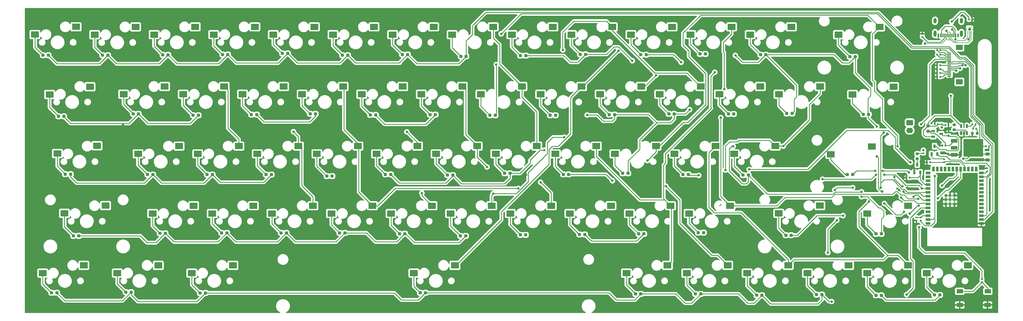
<source format=gbl>
%TF.GenerationSoftware,KiCad,Pcbnew,7.0.7*%
%TF.CreationDate,2023-12-09T22:14:26-06:00*%
%TF.ProjectId,Keyboard,4b657962-6f61-4726-942e-6b696361645f,rev?*%
%TF.SameCoordinates,Original*%
%TF.FileFunction,Copper,L2,Bot*%
%TF.FilePolarity,Positive*%
%FSLAX46Y46*%
G04 Gerber Fmt 4.6, Leading zero omitted, Abs format (unit mm)*
G04 Created by KiCad (PCBNEW 7.0.7) date 2023-12-09 22:14:26*
%MOMM*%
%LPD*%
G01*
G04 APERTURE LIST*
G04 Aperture macros list*
%AMRoundRect*
0 Rectangle with rounded corners*
0 $1 Rounding radius*
0 $2 $3 $4 $5 $6 $7 $8 $9 X,Y pos of 4 corners*
0 Add a 4 corners polygon primitive as box body*
4,1,4,$2,$3,$4,$5,$6,$7,$8,$9,$2,$3,0*
0 Add four circle primitives for the rounded corners*
1,1,$1+$1,$2,$3*
1,1,$1+$1,$4,$5*
1,1,$1+$1,$6,$7*
1,1,$1+$1,$8,$9*
0 Add four rect primitives between the rounded corners*
20,1,$1+$1,$2,$3,$4,$5,0*
20,1,$1+$1,$4,$5,$6,$7,0*
20,1,$1+$1,$6,$7,$8,$9,0*
20,1,$1+$1,$8,$9,$2,$3,0*%
G04 Aperture macros list end*
%TA.AperFunction,SMDPad,CuDef*%
%ADD10R,2.100000X1.400000*%
%TD*%
%TA.AperFunction,SMDPad,CuDef*%
%ADD11RoundRect,0.135000X0.185000X-0.135000X0.185000X0.135000X-0.185000X0.135000X-0.185000X-0.135000X0*%
%TD*%
%TA.AperFunction,SMDPad,CuDef*%
%ADD12R,2.550000X2.000000*%
%TD*%
%TA.AperFunction,SMDPad,CuDef*%
%ADD13RoundRect,0.237500X0.287500X0.237500X-0.287500X0.237500X-0.287500X-0.237500X0.287500X-0.237500X0*%
%TD*%
%TA.AperFunction,SMDPad,CuDef*%
%ADD14RoundRect,0.135000X-0.185000X0.135000X-0.185000X-0.135000X0.185000X-0.135000X0.185000X0.135000X0*%
%TD*%
%TA.AperFunction,SMDPad,CuDef*%
%ADD15RoundRect,0.135000X0.135000X0.185000X-0.135000X0.185000X-0.135000X-0.185000X0.135000X-0.185000X0*%
%TD*%
%TA.AperFunction,SMDPad,CuDef*%
%ADD16RoundRect,0.237500X0.237500X-0.287500X0.237500X0.287500X-0.237500X0.287500X-0.237500X-0.287500X0*%
%TD*%
%TA.AperFunction,SMDPad,CuDef*%
%ADD17RoundRect,0.218750X0.256250X-0.218750X0.256250X0.218750X-0.256250X0.218750X-0.256250X-0.218750X0*%
%TD*%
%TA.AperFunction,SMDPad,CuDef*%
%ADD18RoundRect,0.135000X-0.135000X-0.185000X0.135000X-0.185000X0.135000X0.185000X-0.135000X0.185000X0*%
%TD*%
%TA.AperFunction,SMDPad,CuDef*%
%ADD19RoundRect,0.140000X-0.140000X-0.170000X0.140000X-0.170000X0.140000X0.170000X-0.140000X0.170000X0*%
%TD*%
%TA.AperFunction,SMDPad,CuDef*%
%ADD20RoundRect,0.140000X0.170000X-0.140000X0.170000X0.140000X-0.170000X0.140000X-0.170000X-0.140000X0*%
%TD*%
%TA.AperFunction,SMDPad,CuDef*%
%ADD21RoundRect,0.250000X-0.475000X0.250000X-0.475000X-0.250000X0.475000X-0.250000X0.475000X0.250000X0*%
%TD*%
%TA.AperFunction,ComponentPad*%
%ADD22RoundRect,0.250000X-0.845000X0.620000X-0.845000X-0.620000X0.845000X-0.620000X0.845000X0.620000X0*%
%TD*%
%TA.AperFunction,ComponentPad*%
%ADD23O,2.190000X1.740000*%
%TD*%
%TA.AperFunction,SMDPad,CuDef*%
%ADD24RoundRect,0.150000X0.150000X-0.512500X0.150000X0.512500X-0.150000X0.512500X-0.150000X-0.512500X0*%
%TD*%
%TA.AperFunction,SMDPad,CuDef*%
%ADD25R,0.304800X0.254000*%
%TD*%
%TA.AperFunction,SMDPad,CuDef*%
%ADD26R,0.304800X0.522199*%
%TD*%
%TA.AperFunction,SMDPad,CuDef*%
%ADD27R,0.800000X1.200000*%
%TD*%
%TA.AperFunction,SMDPad,CuDef*%
%ADD28R,1.200000X0.800000*%
%TD*%
%TA.AperFunction,SMDPad,CuDef*%
%ADD29R,1.300000X0.300000*%
%TD*%
%TA.AperFunction,SMDPad,CuDef*%
%ADD30R,2.200000X1.800000*%
%TD*%
%TA.AperFunction,SMDPad,CuDef*%
%ADD31R,1.500000X0.900000*%
%TD*%
%TA.AperFunction,SMDPad,CuDef*%
%ADD32R,0.900000X1.500000*%
%TD*%
%TA.AperFunction,SMDPad,CuDef*%
%ADD33R,0.900000X0.900000*%
%TD*%
%TA.AperFunction,ComponentPad*%
%ADD34C,0.400000*%
%TD*%
%TA.AperFunction,SMDPad,CuDef*%
%ADD35R,0.600000X1.240000*%
%TD*%
%TA.AperFunction,SMDPad,CuDef*%
%ADD36R,0.300000X1.240000*%
%TD*%
%TA.AperFunction,ComponentPad*%
%ADD37O,1.000000X1.800000*%
%TD*%
%TA.AperFunction,ComponentPad*%
%ADD38O,1.000000X2.100000*%
%TD*%
%TA.AperFunction,SMDPad,CuDef*%
%ADD39RoundRect,0.140000X0.140000X0.170000X-0.140000X0.170000X-0.140000X-0.170000X0.140000X-0.170000X0*%
%TD*%
%TA.AperFunction,SMDPad,CuDef*%
%ADD40RoundRect,0.250000X-0.850000X-0.350000X0.850000X-0.350000X0.850000X0.350000X-0.850000X0.350000X0*%
%TD*%
%TA.AperFunction,SMDPad,CuDef*%
%ADD41RoundRect,0.250000X-1.275000X-1.125000X1.275000X-1.125000X1.275000X1.125000X-1.275000X1.125000X0*%
%TD*%
%TA.AperFunction,SMDPad,CuDef*%
%ADD42RoundRect,0.249997X-2.950003X-2.650003X2.950003X-2.650003X2.950003X2.650003X-2.950003X2.650003X0*%
%TD*%
%TA.AperFunction,SMDPad,CuDef*%
%ADD43RoundRect,0.200000X-0.200000X-0.275000X0.200000X-0.275000X0.200000X0.275000X-0.200000X0.275000X0*%
%TD*%
%TA.AperFunction,ViaPad*%
%ADD44C,0.800000*%
%TD*%
%TA.AperFunction,Conductor*%
%ADD45C,0.250000*%
%TD*%
%TA.AperFunction,Conductor*%
%ADD46C,0.200000*%
%TD*%
G04 APERTURE END LIST*
%TA.AperFunction,EtchedComponent*%
G36*
X353209900Y-85345210D02*
G01*
X353578200Y-85345200D01*
X353578200Y-85954800D01*
X352536800Y-85954800D01*
X352536800Y-85345200D01*
X352905100Y-85345210D01*
X352905100Y-84823012D01*
X353209900Y-84823012D01*
X353209900Y-85345210D01*
G37*
%TD.AperFunction*%
D10*
X358925000Y-175800000D03*
X359025000Y-171300000D03*
X349825000Y-171300000D03*
X349825000Y-175800000D03*
D11*
X357100000Y-168360000D03*
X357100000Y-167340000D03*
D12*
X54610000Y-126238000D03*
X56933000Y-145796000D03*
X49821000Y-165354000D03*
X274697500Y-143320000D03*
X261272500Y-145860000D03*
X167597500Y-104320000D03*
X154172500Y-106860000D03*
X289460000Y-123820000D03*
X276035000Y-126360000D03*
X284597500Y-104320000D03*
X271172500Y-106860000D03*
X273935000Y-162820000D03*
X260510000Y-165360000D03*
X65278000Y-104394000D03*
X245610000Y-104320000D03*
X232185000Y-106860000D03*
X328168000Y-104394000D03*
X269935000Y-123820000D03*
X256510000Y-126360000D03*
X63246000Y-162814000D03*
X313435000Y-162820000D03*
X300010000Y-165360000D03*
X332947500Y-143320000D03*
X319522500Y-145860000D03*
X211447500Y-123820000D03*
X198022500Y-126360000D03*
X332960000Y-162820000D03*
X319535000Y-165360000D03*
X250460000Y-123820000D03*
X237035000Y-126360000D03*
X177710000Y-84820000D03*
X164285000Y-87360000D03*
X275185000Y-84820000D03*
X261760000Y-87360000D03*
X118710000Y-143320000D03*
X105285000Y-145860000D03*
X196685000Y-143320000D03*
X183260000Y-145860000D03*
X113960000Y-123820000D03*
X100535000Y-126360000D03*
X128622500Y-104320000D03*
X115197500Y-106860000D03*
X265097500Y-104320000D03*
X251672500Y-106860000D03*
X99185000Y-143320000D03*
X85760000Y-145860000D03*
X70358000Y-143256000D03*
X290613000Y-145796000D03*
X187097500Y-104320000D03*
X173672500Y-106860000D03*
X216185000Y-143320000D03*
X202760000Y-145860000D03*
X171233000Y-165354000D03*
X206597500Y-104320000D03*
X193172500Y-106860000D03*
X310171000Y-87376000D03*
X67564000Y-123698000D03*
X230947500Y-123820000D03*
X217522500Y-126360000D03*
X138210000Y-143320000D03*
X124785000Y-145860000D03*
X89697500Y-104320000D03*
X76272500Y-106860000D03*
X152935000Y-123820000D03*
X139510000Y-126360000D03*
X216710000Y-84820000D03*
X203285000Y-87360000D03*
X60707500Y-84800000D03*
X47282500Y-87340000D03*
X307631000Y-126492000D03*
X314743000Y-106934000D03*
X94435000Y-123820000D03*
X81010000Y-126360000D03*
X172447500Y-123820000D03*
X159022500Y-126360000D03*
X255197500Y-143320000D03*
X241772500Y-145860000D03*
X293710000Y-162820000D03*
X280285000Y-165360000D03*
X87630000Y-162814000D03*
X304038000Y-143256000D03*
X184658000Y-162814000D03*
X235697500Y-143320000D03*
X222272500Y-145860000D03*
X148110000Y-104320000D03*
X134685000Y-106860000D03*
X236185000Y-84820000D03*
X222760000Y-87360000D03*
X304110000Y-104320000D03*
X290685000Y-106860000D03*
X99697500Y-84820000D03*
X86272500Y-87360000D03*
X352460000Y-162820000D03*
X339035000Y-165360000D03*
X294710000Y-84820000D03*
X281285000Y-87360000D03*
X323596000Y-84836000D03*
X197185000Y-84820000D03*
X183760000Y-87360000D03*
X254210000Y-162820000D03*
X240785000Y-165360000D03*
X133460000Y-123820000D03*
X120035000Y-126360000D03*
X157685000Y-143320000D03*
X144260000Y-145860000D03*
X52070000Y-106934000D03*
X191947500Y-123820000D03*
X178522500Y-126360000D03*
X109197500Y-104320000D03*
X95772500Y-106860000D03*
X138685000Y-84820000D03*
X125260000Y-87360000D03*
X98589000Y-165354000D03*
X177185000Y-143320000D03*
X163760000Y-145860000D03*
X226122500Y-104320000D03*
X212697500Y-106860000D03*
X74205000Y-165354000D03*
X112014000Y-162814000D03*
X255685000Y-84820000D03*
X242260000Y-87360000D03*
X80210000Y-84845000D03*
X66785000Y-87385000D03*
X119197500Y-84820000D03*
X105772500Y-87360000D03*
X158210000Y-84820000D03*
X144785000Y-87360000D03*
X321056000Y-123952000D03*
D13*
X56732500Y-114095000D03*
X54982500Y-114095000D03*
X324177500Y-172640000D03*
X322427500Y-172640000D03*
X54427500Y-171790000D03*
X52677500Y-171790000D03*
X188227500Y-153190000D03*
X186477500Y-153190000D03*
X124652500Y-133140000D03*
X122902500Y-133140000D03*
X51677500Y-94115000D03*
X49927500Y-94115000D03*
D14*
X337932500Y-125140000D03*
X337932500Y-126160000D03*
D13*
X241327500Y-132715000D03*
X239577500Y-132715000D03*
X256412500Y-113290000D03*
X254662500Y-113290000D03*
X294962500Y-113150000D03*
X293212500Y-113150000D03*
X217587500Y-113740000D03*
X215837500Y-113740000D03*
X261027500Y-133065000D03*
X259277500Y-133065000D03*
X245502500Y-172165000D03*
X243752500Y-172165000D03*
X168277500Y-152465000D03*
X166527500Y-152465000D03*
X207877500Y-94240000D03*
X206127500Y-94240000D03*
X236912500Y-113515000D03*
X235162500Y-113515000D03*
D15*
X340092500Y-129150000D03*
X339072500Y-129150000D03*
D13*
X58952500Y-133015000D03*
X57202500Y-133015000D03*
X343352500Y-172515000D03*
X341602500Y-172515000D03*
X149627500Y-94115000D03*
X147877500Y-94115000D03*
D16*
X339432500Y-118925000D03*
X339432500Y-117175000D03*
D17*
X347982500Y-118437500D03*
X347982500Y-116862500D03*
D13*
X315652500Y-94590000D03*
X313902500Y-94590000D03*
D18*
X352797500Y-82400000D03*
X353817500Y-82400000D03*
D13*
X119837500Y-113515000D03*
X118087500Y-113515000D03*
D14*
X358725000Y-131040000D03*
X358725000Y-132060000D03*
D13*
X286402500Y-93940000D03*
X284652500Y-93940000D03*
X314802500Y-133065000D03*
X313052500Y-133065000D03*
X90827500Y-93990000D03*
X89077500Y-93990000D03*
D19*
X358432500Y-123900000D03*
X359392500Y-123900000D03*
D13*
X227152500Y-152715000D03*
X225402500Y-152715000D03*
X227452500Y-93815000D03*
X225702500Y-93815000D03*
X247252500Y-93940000D03*
X245502500Y-93940000D03*
X148702500Y-152215000D03*
X146952500Y-152215000D03*
X266602500Y-93690000D03*
X264852500Y-93690000D03*
D20*
X346182500Y-120380000D03*
X346182500Y-119420000D03*
D15*
X355242500Y-118150000D03*
X354222500Y-118150000D03*
D21*
X358932500Y-126450000D03*
X358932500Y-128350000D03*
D22*
X333452500Y-116130000D03*
D23*
X333452500Y-118670000D03*
D13*
X89927500Y-152340000D03*
X88177500Y-152340000D03*
X61607500Y-153170000D03*
X59857500Y-153170000D03*
X280702500Y-133315000D03*
X278952500Y-133315000D03*
X169202500Y-93865000D03*
X167452500Y-93865000D03*
X304727500Y-172390000D03*
X302977500Y-172390000D03*
D14*
X344682500Y-128140000D03*
X344682500Y-129160000D03*
D13*
X178287500Y-113515000D03*
X176537500Y-113515000D03*
D24*
X352182500Y-119537500D03*
X351232500Y-119537500D03*
X350282500Y-119537500D03*
X350282500Y-117262500D03*
X352182500Y-117262500D03*
D25*
X352507501Y-84949999D03*
D26*
X353057500Y-85084111D03*
D25*
X353607499Y-84949999D03*
X353607499Y-86350001D03*
X353057500Y-86350001D03*
X352507501Y-86350001D03*
D13*
X144502500Y-133615000D03*
X142752500Y-133615000D03*
X246527500Y-152515000D03*
X244777500Y-152515000D03*
D27*
X341582500Y-123850000D03*
X342532500Y-126450000D03*
X340632500Y-126450000D03*
D13*
X103052500Y-171865000D03*
X101302500Y-171865000D03*
D28*
X343732500Y-119800000D03*
X341132500Y-120750000D03*
X341132500Y-118850000D03*
D14*
X343932500Y-116640000D03*
X343932500Y-117660000D03*
D13*
X221877500Y-133065000D03*
X220127500Y-133065000D03*
X129952500Y-93515000D03*
X128202500Y-93515000D03*
D11*
X337600000Y-88110000D03*
X337600000Y-87090000D03*
D27*
X335932500Y-129850000D03*
X336882500Y-132450000D03*
X334982500Y-132450000D03*
D18*
X342422500Y-97400000D03*
X343442500Y-97400000D03*
D13*
X139062500Y-113265000D03*
X137312500Y-113265000D03*
X129527500Y-152215000D03*
X127777500Y-152215000D03*
X266027500Y-152140000D03*
X264277500Y-152140000D03*
D19*
X345202500Y-116900000D03*
X346162500Y-116900000D03*
D13*
X202677500Y-132715000D03*
X200927500Y-132715000D03*
X85877500Y-133140000D03*
X84127500Y-133140000D03*
D15*
X354992500Y-116650000D03*
X353972500Y-116650000D03*
D13*
X158737500Y-113615000D03*
X156987500Y-113615000D03*
X110052500Y-152215000D03*
X108302500Y-152215000D03*
X324177500Y-152515000D03*
X322427500Y-152515000D03*
D15*
X343442500Y-98650000D03*
X342422500Y-98650000D03*
D13*
X110377500Y-93865000D03*
X108627500Y-93865000D03*
D11*
X335682500Y-148185000D03*
X335682500Y-147165000D03*
D13*
X175052500Y-171790000D03*
X173302500Y-171790000D03*
X207827500Y-152840000D03*
X206077500Y-152840000D03*
D20*
X337082500Y-148150000D03*
X337082500Y-147190000D03*
D13*
X275887500Y-113315000D03*
X274137500Y-113315000D03*
D29*
X346432500Y-93400000D03*
X346432500Y-93900000D03*
X346432500Y-94400000D03*
X346432500Y-94900000D03*
X346432500Y-95400000D03*
X346432500Y-95900000D03*
X346432500Y-96400000D03*
X346432500Y-96900000D03*
X346432500Y-97400000D03*
X346432500Y-97900000D03*
X346432500Y-98400000D03*
X346432500Y-98900000D03*
X346432500Y-99400000D03*
X346432500Y-99900000D03*
X346432500Y-100400000D03*
X346432500Y-100900000D03*
D30*
X349682500Y-91500000D03*
X349682500Y-102800000D03*
D31*
X339432500Y-149070000D03*
X339432500Y-147800000D03*
X339432500Y-146530000D03*
X339432500Y-145260000D03*
X339432500Y-143990000D03*
X339432500Y-142720000D03*
X339432500Y-141450000D03*
X339432500Y-140180000D03*
X339432500Y-138910000D03*
X339432500Y-137640000D03*
X339432500Y-136370000D03*
X339432500Y-135100000D03*
X339432500Y-133830000D03*
X339432500Y-132560000D03*
D32*
X341197500Y-131310000D03*
X342467500Y-131310000D03*
X343737500Y-131310000D03*
X345007500Y-131310000D03*
X346277500Y-131310000D03*
X347547500Y-131310000D03*
X348817500Y-131310000D03*
X350087500Y-131310000D03*
X351357500Y-131310000D03*
X352627500Y-131310000D03*
X353897500Y-131310000D03*
X355167500Y-131310000D03*
D31*
X356932500Y-132560000D03*
X356932500Y-133830000D03*
X356932500Y-135100000D03*
X356932500Y-136370000D03*
X356932500Y-137640000D03*
X356932500Y-138910000D03*
X356932500Y-140180000D03*
X356932500Y-141450000D03*
X356932500Y-142720000D03*
X356932500Y-143990000D03*
X356932500Y-145260000D03*
X356932500Y-146530000D03*
X356932500Y-147800000D03*
X356932500Y-149070000D03*
D33*
X346682500Y-141350000D03*
X345282500Y-141350000D03*
X348082500Y-141350000D03*
X345282500Y-139950000D03*
X346682500Y-139950000D03*
X348082500Y-139950000D03*
X345282500Y-142750000D03*
X346682500Y-142750000D03*
X348082500Y-142750000D03*
D34*
X346682500Y-142050000D03*
X345282500Y-142050000D03*
X348082500Y-142050000D03*
X345282500Y-140650000D03*
X346682500Y-140650000D03*
X348082500Y-140650000D03*
X345982500Y-142750000D03*
X347382500Y-142750000D03*
X345982500Y-141350000D03*
X347382500Y-141350000D03*
X345982500Y-139950000D03*
X347382500Y-139950000D03*
D13*
X71152500Y-94115000D03*
X69402500Y-94115000D03*
X105352500Y-133140000D03*
X103602500Y-133140000D03*
D35*
X342857500Y-87625000D03*
X343657500Y-87625000D03*
D36*
X344807500Y-87625000D03*
X345807500Y-87625000D03*
X346307500Y-87625000D03*
X347307500Y-87625000D03*
D35*
X348457500Y-87625000D03*
X349257500Y-87625000D03*
X349257500Y-87625000D03*
X348457500Y-87625000D03*
D36*
X347807500Y-87625000D03*
X346807500Y-87625000D03*
X345307500Y-87625000D03*
X344307500Y-87625000D03*
D35*
X343657500Y-87625000D03*
X342857500Y-87625000D03*
D37*
X341737500Y-82825000D03*
D38*
X341737500Y-87025000D03*
D37*
X350377500Y-82825000D03*
D38*
X350377500Y-87025000D03*
D39*
X343412500Y-92400000D03*
X342452500Y-92400000D03*
X343412500Y-101150000D03*
X342452500Y-101150000D03*
X343412500Y-93900000D03*
X342452500Y-93900000D03*
D13*
X81152500Y-113265000D03*
X79402500Y-113265000D03*
X78727500Y-171590000D03*
X76977500Y-171590000D03*
X265127500Y-172165000D03*
X263377500Y-172165000D03*
X320017500Y-113440000D03*
X318267500Y-113440000D03*
X188352500Y-94465000D03*
X186602500Y-94465000D03*
D15*
X333442500Y-134150000D03*
X332422500Y-134150000D03*
D13*
X197862500Y-113740000D03*
X196112500Y-113740000D03*
X100742500Y-113740000D03*
X98992500Y-113740000D03*
D39*
X343412500Y-99900000D03*
X342452500Y-99900000D03*
D13*
X285127500Y-172590000D03*
X283377500Y-172590000D03*
D40*
X347982500Y-126680000D03*
X347982500Y-124400000D03*
D41*
X352607500Y-122875000D03*
X352607500Y-125925000D03*
D42*
X354282500Y-124400000D03*
D41*
X355957500Y-122875000D03*
X355957500Y-125925000D03*
D40*
X347982500Y-122120000D03*
D15*
X342692500Y-116650000D03*
X341672500Y-116650000D03*
D13*
X294682500Y-152970000D03*
X292932500Y-152970000D03*
X183977500Y-133315000D03*
X182227500Y-133315000D03*
D43*
X353907500Y-119650000D03*
X355557500Y-119650000D03*
D39*
X345162500Y-123650000D03*
X344202500Y-123650000D03*
D13*
X163652500Y-133065000D03*
X161902500Y-133065000D03*
D17*
X335932500Y-127937500D03*
X335932500Y-126362500D03*
D44*
X309400000Y-103850000D03*
X322935097Y-99587294D03*
X328275000Y-92875000D03*
X339432500Y-146530000D03*
X336525000Y-150400000D03*
X341682500Y-133650000D03*
X350932500Y-127900000D03*
X352700000Y-88900000D03*
X348457500Y-88950000D03*
X346932500Y-107400000D03*
X341582500Y-123850000D03*
X337182500Y-116650000D03*
X337932500Y-125140000D03*
X346182500Y-120380000D03*
X350232500Y-119650000D03*
X330682500Y-140650000D03*
X324444799Y-138662299D03*
X247252500Y-93940000D03*
X276432500Y-94150000D03*
X242682500Y-95900000D03*
X322682500Y-117400000D03*
X322682500Y-127150000D03*
X258682500Y-96400000D03*
X266602500Y-93690000D03*
X261432500Y-111900000D03*
X275887500Y-113315000D03*
X217682500Y-113650000D03*
X275732500Y-123875000D03*
X280702500Y-133315000D03*
X317682500Y-138775500D03*
X241327500Y-132715000D03*
X334708000Y-140350500D03*
X331582500Y-145325000D03*
X227932500Y-113650000D03*
X236182500Y-135150000D03*
X325169799Y-142595500D03*
X264432500Y-133400000D03*
X324310000Y-172772500D03*
X317682500Y-140400000D03*
X322182500Y-131900000D03*
X333182500Y-132400000D03*
X339432500Y-135100000D03*
X324177500Y-152515000D03*
X311658000Y-146558000D03*
X266027500Y-152140000D03*
X324656550Y-131928649D03*
X314802500Y-137400000D03*
X314802500Y-133065000D03*
X246527500Y-152515000D03*
X294682500Y-152970000D03*
X308932500Y-138150000D03*
X119837500Y-113515000D03*
X100742500Y-113740000D03*
X199807500Y-87100000D03*
X158737500Y-113615000D03*
X178287500Y-113515000D03*
X139062500Y-113400000D03*
X198182500Y-97150000D03*
X197862500Y-113740000D03*
X333682500Y-129150000D03*
X124652500Y-133140000D03*
X213932500Y-125150000D03*
X144502500Y-133615000D03*
X280932500Y-131400000D03*
X163652500Y-133065000D03*
X341197500Y-131310000D03*
X207827500Y-152840000D03*
X336432500Y-143265500D03*
X188227500Y-153190000D03*
X339432500Y-145260000D03*
X333432500Y-145900000D03*
X332432500Y-172400000D03*
X307932500Y-174650000D03*
X343932500Y-117660000D03*
X347932500Y-116900000D03*
X337157500Y-145825000D03*
X343857500Y-161600000D03*
X255025000Y-97550000D03*
X104407500Y-95075000D03*
X163432500Y-168150000D03*
X318507500Y-149025000D03*
X350900000Y-84900000D03*
X339432500Y-149150000D03*
X295383896Y-128584331D03*
X346182500Y-115400000D03*
X336907500Y-170575000D03*
X343182500Y-106150000D03*
X297688000Y-144780000D03*
X237682500Y-118400000D03*
X125782500Y-94400000D03*
X334432500Y-87400000D03*
X86357500Y-94400000D03*
X151682500Y-102650000D03*
X209182500Y-97650000D03*
X93932500Y-100900000D03*
X292932500Y-136900000D03*
X329184000Y-107696000D03*
X343432500Y-133650000D03*
X356682500Y-128400000D03*
X76026015Y-116880018D03*
X338432500Y-130650000D03*
X53582500Y-98325000D03*
X312932500Y-147150000D03*
X259550000Y-94400000D03*
X326136000Y-126238000D03*
X329932500Y-138150000D03*
X329182500Y-139900000D03*
X297682500Y-169650000D03*
X317432500Y-157400000D03*
X320682500Y-137900000D03*
X360432500Y-153150000D03*
X332682500Y-157400000D03*
X331724000Y-132842000D03*
X277682500Y-103900000D03*
X228182500Y-98150000D03*
X65482500Y-94200000D03*
X353907500Y-119650000D03*
X216182500Y-166400000D03*
X207932500Y-133150000D03*
X49682500Y-118150000D03*
X332682500Y-137400000D03*
X234432500Y-139900000D03*
X337007500Y-160225000D03*
X329438000Y-130302000D03*
X198932500Y-141650000D03*
X349932500Y-172900000D03*
X325937829Y-145453189D03*
X259432500Y-136900000D03*
X350182500Y-137650000D03*
X276432500Y-138150000D03*
X344432500Y-126150000D03*
X346682500Y-129650000D03*
X117682500Y-134400000D03*
X344682500Y-96400000D03*
X359682500Y-139150000D03*
X330382500Y-152025000D03*
X337682500Y-102900000D03*
X308682500Y-132150000D03*
X49882500Y-101150000D03*
X351682500Y-113150000D03*
X289932500Y-141900000D03*
X355800000Y-84900000D03*
X276281164Y-155688108D03*
X97557500Y-94875000D03*
X324932500Y-140900000D03*
X66682500Y-163150000D03*
X334182500Y-123150000D03*
X163350000Y-94875000D03*
X351232500Y-119650000D03*
X326807500Y-141400000D03*
X279182500Y-135150000D03*
X278682500Y-130400000D03*
X123232500Y-91250000D03*
X79807500Y-95475000D03*
X329692000Y-132842000D03*
X353057500Y-85650000D03*
X308185956Y-113828427D03*
X351975000Y-147625000D03*
X327857500Y-153275000D03*
X171432500Y-102650000D03*
X322682500Y-114400000D03*
X357124000Y-130556000D03*
X118932500Y-95375000D03*
X270275000Y-137650000D03*
X318100000Y-98125000D03*
X135807500Y-94500000D03*
X333432500Y-135400000D03*
X345432500Y-86150000D03*
X339432500Y-132650000D03*
X339432500Y-133830000D03*
X338400000Y-90300000D03*
X347295201Y-85662299D03*
X347200000Y-83100000D03*
X351694799Y-97387701D03*
X356932500Y-138910000D03*
X356932500Y-140180000D03*
X350682500Y-97400000D03*
X356932500Y-141450000D03*
X349932500Y-98400000D03*
X348682500Y-99150000D03*
X356932500Y-142720000D03*
X321056000Y-123952000D03*
X67564000Y-123698000D03*
X284597500Y-104320000D03*
X65278000Y-104394000D03*
X216682500Y-84850000D03*
X60757500Y-84800000D03*
X70358000Y-143256000D03*
X63246000Y-162814000D03*
X345007500Y-131310000D03*
X320182500Y-141900000D03*
X323932500Y-137400000D03*
X220432500Y-120900000D03*
X269931250Y-123823750D03*
X328168000Y-104394000D03*
X187097500Y-104320000D03*
X324932500Y-119400000D03*
X177707500Y-84900000D03*
X195182500Y-130650000D03*
X197182500Y-139400000D03*
X346277500Y-131310000D03*
X80210000Y-84845000D03*
X89697500Y-104320000D03*
X99185000Y-143320000D03*
X94457500Y-123825000D03*
X219982500Y-92375000D03*
X264982500Y-104320000D03*
X87630000Y-162814000D03*
X332947500Y-143320000D03*
X118710000Y-143320000D03*
X109197500Y-104320000D03*
X112014000Y-162814000D03*
X347547500Y-131310000D03*
X245610000Y-104320000D03*
X250432500Y-100650000D03*
X113960000Y-123820000D03*
X304038000Y-143256000D03*
X99732500Y-84900000D03*
X255685000Y-84820000D03*
X131857500Y-119100000D03*
X336257500Y-141075000D03*
X128622500Y-104320000D03*
X272857500Y-105150000D03*
X271657500Y-114500000D03*
X342682500Y-140900000D03*
X184658000Y-162814000D03*
X138210000Y-143250000D03*
X275185000Y-84820000D03*
X238182500Y-92650000D03*
X119197500Y-84820000D03*
X269682500Y-99650000D03*
X138657500Y-84825000D03*
X230947500Y-123820000D03*
X148110000Y-104320000D03*
X205432500Y-137650000D03*
X294710000Y-84820000D03*
X344033805Y-136751305D03*
X173857500Y-139175000D03*
X331420201Y-138662299D03*
X247650000Y-128524000D03*
X172447500Y-123820000D03*
X177185000Y-143320000D03*
X331069799Y-137012701D03*
X329432500Y-123900000D03*
X235585000Y-143129000D03*
X168932500Y-119150000D03*
X328431129Y-133874030D03*
X167597500Y-104320000D03*
X253682500Y-136900000D03*
X158182500Y-84725000D03*
X325182500Y-133150000D03*
X337432500Y-137640000D03*
X304932500Y-134650000D03*
X211447500Y-123820000D03*
X309626000Y-148082000D03*
X212682500Y-135650000D03*
X313435000Y-162820000D03*
X322432500Y-133150000D03*
X292101777Y-123820000D03*
X352432500Y-162850000D03*
X273182500Y-131650000D03*
X306682500Y-158650000D03*
X216185000Y-143175000D03*
D45*
X336525000Y-156875000D02*
X336525000Y-150400000D01*
X351365000Y-158800000D02*
X338450000Y-158800000D01*
X357100000Y-164535000D02*
X351365000Y-158800000D01*
X338450000Y-158800000D02*
X336525000Y-156875000D01*
X357100000Y-167340000D02*
X357100000Y-164535000D01*
X354160000Y-171300000D02*
X357100000Y-168360000D01*
X349825000Y-171300000D02*
X354160000Y-171300000D01*
X359025000Y-170285000D02*
X357100000Y-168360000D01*
X359025000Y-171300000D02*
X359025000Y-170285000D01*
X341682500Y-146400000D02*
X341682500Y-147150000D01*
X350932500Y-127900000D02*
X352182500Y-127900000D01*
X340452500Y-149900000D02*
X338412500Y-149900000D01*
X337082500Y-148570000D02*
X337082500Y-148150000D01*
X338412500Y-149900000D02*
X337082500Y-148570000D01*
X341682500Y-133650000D02*
X341682500Y-146400000D01*
X358932500Y-126450000D02*
X356482500Y-126450000D01*
X341682500Y-147150000D02*
X341682500Y-148670000D01*
X341682500Y-147150000D02*
X341032500Y-147800000D01*
X351682500Y-96150000D02*
X353432500Y-97900000D01*
X341032500Y-147800000D02*
X339432500Y-147800000D01*
X353432500Y-97900000D02*
X353432500Y-114119462D01*
X352532500Y-122650000D02*
X353432500Y-123550000D01*
X347682500Y-96150000D02*
X351682500Y-96150000D01*
X347432500Y-96400000D02*
X347682500Y-96150000D01*
X356282500Y-116969462D02*
X356282500Y-122550000D01*
X358432500Y-123900000D02*
X356982500Y-123900000D01*
X352182500Y-127900000D02*
X354282500Y-125800000D01*
X356282500Y-122550000D02*
X355957500Y-122875000D01*
X346432500Y-96400000D02*
X347432500Y-96400000D01*
X356482500Y-126450000D02*
X355957500Y-125925000D01*
X356982500Y-123900000D02*
X355957500Y-122875000D01*
X354982500Y-123400000D02*
X354207500Y-124175000D01*
X341682500Y-148670000D02*
X340452500Y-149900000D01*
X353432500Y-114119462D02*
X356282500Y-116969462D01*
X354282500Y-125800000D02*
X354282500Y-124400000D01*
X343932500Y-116640000D02*
X342702500Y-116640000D01*
X341682500Y-113900000D02*
X339432500Y-116150000D01*
X350155000Y-117390000D02*
X350282500Y-117262500D01*
X350282500Y-117262500D02*
X349025000Y-116005000D01*
X337932500Y-120050000D02*
X338632500Y-120750000D01*
X344192500Y-116900000D02*
X343932500Y-116640000D01*
X339432500Y-116150000D02*
X339432500Y-117175000D01*
X345202500Y-116900000D02*
X344192500Y-116900000D01*
X347307500Y-84650000D02*
X345057500Y-84650000D01*
X342692500Y-116650000D02*
X342047500Y-117295000D01*
X345057500Y-84650000D02*
X343867500Y-85840000D01*
X346932500Y-107400000D02*
X346932500Y-113912500D01*
X348247500Y-86794949D02*
X348247500Y-85590000D01*
X342047500Y-117295000D02*
X339552500Y-117295000D01*
X348457500Y-88950000D02*
X348457500Y-87625000D01*
X348457500Y-87625000D02*
X348457500Y-87004949D01*
X348457500Y-87004949D02*
X348247500Y-86794949D01*
X346920000Y-113900000D02*
X341682500Y-113900000D01*
X349025000Y-116005000D02*
X346920000Y-113900000D01*
X339552500Y-117295000D02*
X339432500Y-117175000D01*
X346932500Y-113912500D02*
X349025000Y-116005000D01*
X348247500Y-85590000D02*
X347307500Y-84650000D01*
X339432500Y-117175000D02*
X337932500Y-118675000D01*
X342702500Y-116640000D02*
X342692500Y-116650000D01*
X353057500Y-88542500D02*
X352700000Y-88900000D01*
X343867500Y-85840000D02*
X343867500Y-86794949D01*
X337932500Y-118675000D02*
X337932500Y-120050000D01*
X338632500Y-120750000D02*
X341132500Y-120750000D01*
X353057500Y-86350001D02*
X353057500Y-88542500D01*
X343867500Y-86794949D02*
X343657500Y-87004949D01*
X343657500Y-87004949D02*
X343657500Y-87625000D01*
X346452500Y-120650000D02*
X346182500Y-120380000D01*
X350282500Y-119600000D02*
X350232500Y-119650000D01*
X343732500Y-119800000D02*
X344312500Y-120380000D01*
X341682500Y-95400000D02*
X339932500Y-97150000D01*
X345232805Y-124925000D02*
X345657500Y-125349695D01*
X343207500Y-124925000D02*
X345232805Y-124925000D01*
X339932500Y-113900000D02*
X337182500Y-116650000D01*
X342132500Y-123850000D02*
X343207500Y-124925000D01*
X349407500Y-121531827D02*
X348525673Y-120650000D01*
X344312500Y-120380000D02*
X346182500Y-120380000D01*
X341582500Y-123850000D02*
X342132500Y-123850000D01*
X349407500Y-124988173D02*
X349407500Y-121531827D01*
X350282500Y-119537500D02*
X350282500Y-119600000D01*
X339932500Y-97150000D02*
X339932500Y-113900000D01*
X346432500Y-95400000D02*
X341682500Y-95400000D01*
X345657500Y-125349695D02*
X349045978Y-125349695D01*
X348525673Y-120650000D02*
X346452500Y-120650000D01*
X349045978Y-125349695D02*
X349407500Y-124988173D01*
X343412500Y-99900000D02*
X346432500Y-99900000D01*
X345182500Y-92400000D02*
X346182500Y-93400000D01*
X346182500Y-93400000D02*
X346432500Y-93400000D01*
X343412500Y-92400000D02*
X345182500Y-92400000D01*
X343194891Y-93150000D02*
X344682500Y-93150000D01*
X345432500Y-93900000D02*
X346432500Y-93900000D01*
X342452500Y-92400000D02*
X342452500Y-92407609D01*
X344682500Y-93150000D02*
X345432500Y-93900000D01*
X342452500Y-92407609D02*
X343194891Y-93150000D01*
X341607500Y-119575000D02*
X340207500Y-119575000D01*
X342307500Y-120025000D02*
X342057500Y-120025000D01*
X339432500Y-118925000D02*
X341057500Y-118925000D01*
X341057500Y-118925000D02*
X341132500Y-118850000D01*
X345162500Y-123650000D02*
X346452500Y-123650000D01*
X345162500Y-123650000D02*
X345162500Y-122880000D01*
X340207500Y-118850000D02*
X339507500Y-118850000D01*
X340207500Y-119575000D02*
X340207500Y-118850000D01*
X346452500Y-123650000D02*
X347982500Y-122120000D01*
X345162500Y-122880000D02*
X342307500Y-120025000D01*
X339507500Y-118850000D02*
X339432500Y-118925000D01*
X342057500Y-120025000D02*
X341607500Y-119575000D01*
X345182500Y-94400000D02*
X344682500Y-93900000D01*
X344682500Y-93900000D02*
X343412500Y-93900000D01*
X346432500Y-94400000D02*
X345182500Y-94400000D01*
X342452500Y-93900000D02*
X342452500Y-93907609D01*
X343444891Y-94900000D02*
X346432500Y-94900000D01*
X342452500Y-93907609D02*
X343444891Y-94900000D01*
X344932500Y-100400000D02*
X346432500Y-100400000D01*
X343412500Y-101150000D02*
X344182500Y-101150000D01*
X344182500Y-101150000D02*
X344932500Y-100400000D01*
X323157500Y-137650305D02*
X324169494Y-138662299D01*
X227452500Y-93815000D02*
X234267500Y-93815000D01*
X296432500Y-107701243D02*
X295717500Y-108416243D01*
X324169494Y-138662299D02*
X324444799Y-138662299D01*
X319797500Y-113220000D02*
X320017500Y-113440000D01*
X283942500Y-96400000D02*
X286402500Y-93940000D01*
X295717500Y-110383757D02*
X295682500Y-110418757D01*
X207877500Y-94240000D02*
X220272500Y-94240000D01*
X295717500Y-108416243D02*
X295717500Y-110383757D01*
X313592500Y-96650000D02*
X315652500Y-94590000D01*
X320682500Y-107400000D02*
X319797500Y-108285000D01*
X296432500Y-103970000D02*
X296432500Y-107701243D01*
X315652500Y-99870000D02*
X320682500Y-104900000D01*
X315652500Y-94590000D02*
X315652500Y-99870000D01*
X220272500Y-94240000D02*
X222432500Y-96400000D01*
X323157500Y-127625000D02*
X323157500Y-137650305D01*
X247252500Y-93940000D02*
X256222500Y-93940000D01*
X295682500Y-112430000D02*
X294962500Y-113150000D01*
X236682500Y-91400000D02*
X238182500Y-91400000D01*
X224867500Y-96400000D02*
X227452500Y-93815000D01*
X295682500Y-110418757D02*
X295682500Y-112430000D01*
X320017500Y-114735000D02*
X322682500Y-117400000D01*
X334982500Y-141650000D02*
X335873000Y-142540500D01*
X335873000Y-142540500D02*
X339253000Y-142540500D01*
X278682500Y-96400000D02*
X283942500Y-96400000D01*
X234267500Y-93815000D02*
X236682500Y-91400000D01*
X319797500Y-108285000D02*
X319797500Y-113220000D01*
X339253000Y-142540500D02*
X339432500Y-142720000D01*
X320682500Y-104900000D02*
X320682500Y-107400000D01*
X276432500Y-94150000D02*
X278682500Y-96400000D01*
X322682500Y-127150000D02*
X323157500Y-127625000D01*
X286402500Y-93940000D02*
X308722500Y-93940000D01*
X256222500Y-93940000D02*
X258682500Y-96400000D01*
X308722500Y-93940000D02*
X311432500Y-96650000D01*
X238182500Y-91400000D02*
X242682500Y-95900000D01*
X222432500Y-96400000D02*
X224867500Y-96400000D01*
X331682500Y-141650000D02*
X334982500Y-141650000D01*
X286402500Y-93940000D02*
X296432500Y-103970000D01*
X320017500Y-113440000D02*
X320017500Y-114735000D01*
X311432500Y-96650000D02*
X313592500Y-96650000D01*
X330682500Y-140650000D02*
X331682500Y-141650000D01*
X49927500Y-94115000D02*
X47282500Y-91470000D01*
X47282500Y-91470000D02*
X47282500Y-87340000D01*
X308394098Y-139515000D02*
X309034098Y-138875000D01*
X236182500Y-115650000D02*
X236912500Y-114920000D01*
X328957500Y-146275000D02*
X330632500Y-146275000D01*
X217587500Y-113740000D02*
X217592500Y-113740000D01*
X275732500Y-123875000D02*
X275282500Y-123875000D01*
X280702500Y-133315000D02*
X286902500Y-139515000D01*
X336132500Y-139850000D02*
X337732500Y-141450000D01*
X260042500Y-113290000D02*
X261432500Y-111900000D01*
X279932500Y-136150000D02*
X280702500Y-135380000D01*
X234097500Y-133065000D02*
X236182500Y-135150000D01*
X275282500Y-123875000D02*
X274435000Y-124722500D01*
X317583000Y-138875000D02*
X317682500Y-138775500D01*
X330632500Y-146275000D02*
X331582500Y-145325000D01*
X261362500Y-133400000D02*
X264432500Y-133400000D01*
X221877500Y-133065000D02*
X234097500Y-133065000D01*
X256412500Y-113290000D02*
X260042500Y-113290000D01*
X231182500Y-113650000D02*
X233182500Y-115650000D01*
X236912500Y-114920000D02*
X236912500Y-113515000D01*
X334708000Y-140350500D02*
X335208500Y-139850000D01*
X245110000Y-121722500D02*
X250682500Y-116150000D01*
X227932500Y-113650000D02*
X231182500Y-113650000D01*
X309034098Y-138875000D02*
X317583000Y-138875000D01*
X335208500Y-139850000D02*
X336132500Y-139850000D01*
X325278000Y-142595500D02*
X328957500Y-146275000D01*
X274435000Y-124722500D02*
X274435000Y-131902500D01*
X241327500Y-132715000D02*
X241327500Y-128658743D01*
X236912500Y-113515000D02*
X248047500Y-113515000D01*
X217592500Y-113740000D02*
X217682500Y-113650000D01*
X261027500Y-133065000D02*
X261362500Y-133400000D01*
X286902500Y-139515000D02*
X308394098Y-139515000D01*
X256412500Y-114920000D02*
X256412500Y-113290000D01*
X255182500Y-116150000D02*
X256412500Y-114920000D01*
X250682500Y-116150000D02*
X255182500Y-116150000D01*
X280702500Y-135380000D02*
X280702500Y-133315000D01*
X245110000Y-124876243D02*
X245110000Y-121722500D01*
X325169799Y-142595500D02*
X325278000Y-142595500D01*
X241327500Y-128658743D02*
X245110000Y-124876243D01*
X278682500Y-136150000D02*
X279932500Y-136150000D01*
X248047500Y-113515000D02*
X250682500Y-116150000D01*
X274435000Y-131902500D02*
X278682500Y-136150000D01*
X337732500Y-141450000D02*
X339432500Y-141450000D01*
X233182500Y-115650000D02*
X236182500Y-115650000D01*
X251672500Y-110300000D02*
X251672500Y-106860000D01*
X254662500Y-113290000D02*
X251672500Y-110300000D01*
X311658000Y-146558000D02*
X303122088Y-146558000D01*
X303122088Y-146558000D02*
X301787500Y-147892588D01*
X324177500Y-152515000D02*
X324177500Y-147655000D01*
X343352500Y-172515000D02*
X341717500Y-174150000D01*
X308932500Y-138150000D02*
X309682500Y-137400000D01*
X314802500Y-133065000D02*
X315967500Y-131900000D01*
X324656550Y-131928649D02*
X332711149Y-131928649D01*
X319724000Y-140400000D02*
X317682500Y-140400000D01*
X301787500Y-147903757D02*
X296721257Y-152970000D01*
X296721257Y-152970000D02*
X294682500Y-152970000D01*
X324997500Y-146835000D02*
X324997500Y-145083350D01*
X323899150Y-143985000D02*
X323309000Y-143985000D01*
X341717500Y-174150000D02*
X325687500Y-174150000D01*
X324177500Y-172640000D02*
X324310000Y-172772500D01*
X325687500Y-174150000D02*
X324310000Y-172772500D01*
X227152500Y-152715000D02*
X229337500Y-154900000D01*
X324997500Y-145083350D02*
X323899150Y-143985000D01*
X315967500Y-131900000D02*
X322182500Y-131900000D01*
X324177500Y-147655000D02*
X324997500Y-146835000D01*
X309682500Y-137400000D02*
X314802500Y-137400000D01*
X301787500Y-147892588D02*
X301787500Y-147903757D01*
X332711149Y-131928649D02*
X333182500Y-132400000D01*
X323309000Y-143985000D02*
X319724000Y-140400000D01*
X229337500Y-154900000D02*
X244142500Y-154900000D01*
X244142500Y-154900000D02*
X246527500Y-152515000D01*
X76272500Y-110135000D02*
X76272500Y-106860000D01*
X79402500Y-113265000D02*
X76272500Y-110135000D01*
X159022500Y-130185000D02*
X159022500Y-126360000D01*
X161902500Y-133065000D02*
X159022500Y-130185000D01*
X147092500Y-96650000D02*
X149627500Y-94115000D01*
X169202500Y-93865000D02*
X172237500Y-96900000D01*
X357382500Y-119942998D02*
X360582500Y-123142998D01*
X190432500Y-84395500D02*
X194728000Y-80100000D01*
X87917500Y-96900000D02*
X90827500Y-93990000D01*
X172237500Y-96900000D02*
X185917500Y-96900000D01*
X354332500Y-97527208D02*
X354332500Y-113746670D01*
X360582500Y-145150000D02*
X357932500Y-147800000D01*
X349893896Y-94775000D02*
X351580292Y-94775000D01*
X185917500Y-96900000D02*
X188352500Y-94465000D01*
X166682500Y-96650000D02*
X166682500Y-96385000D01*
X73937500Y-96900000D02*
X87917500Y-96900000D01*
X149627500Y-94115000D02*
X152162500Y-96650000D01*
X129952500Y-93515000D02*
X133087500Y-96650000D01*
X52477500Y-94945000D02*
X54432500Y-96900000D01*
X68367500Y-96900000D02*
X71152500Y-94115000D01*
X51677500Y-94115000D02*
X52477500Y-94915000D01*
X54432500Y-96900000D02*
X68367500Y-96900000D01*
X113162500Y-96650000D02*
X126817500Y-96650000D01*
X323178000Y-80100000D02*
X334393000Y-91315000D01*
X351580292Y-94775000D02*
X354332500Y-97527208D01*
X110377500Y-93865000D02*
X113162500Y-96650000D01*
X360582500Y-123142998D02*
X360582500Y-145150000D01*
X357382500Y-116796670D02*
X357382500Y-119942998D01*
X133087500Y-96650000D02*
X147092500Y-96650000D01*
X166682500Y-96385000D02*
X169202500Y-93865000D01*
X188352500Y-89371243D02*
X188795000Y-88928743D01*
X188352500Y-94465000D02*
X188352500Y-89371243D01*
X357932500Y-147800000D02*
X356932500Y-147800000D01*
X194728000Y-80100000D02*
X323178000Y-80100000D01*
X334393000Y-91315000D02*
X346433896Y-91315000D01*
X107342500Y-96900000D02*
X110377500Y-93865000D01*
X126817500Y-96650000D02*
X129952500Y-93515000D01*
X354332500Y-113746670D02*
X357382500Y-116796670D01*
X90827500Y-93990000D02*
X93737500Y-96900000D01*
X188795000Y-88916243D02*
X190432500Y-87278743D01*
X93737500Y-96900000D02*
X107342500Y-96900000D01*
X71152500Y-94115000D02*
X73937500Y-96900000D01*
X52477500Y-94915000D02*
X52477500Y-94945000D01*
X152162500Y-96650000D02*
X166682500Y-96650000D01*
X190432500Y-87278743D02*
X190432500Y-84395500D01*
X188795000Y-88928743D02*
X188795000Y-88916243D01*
X346433896Y-91315000D02*
X349893896Y-94775000D01*
X241772500Y-145860000D02*
X241772500Y-149510000D01*
X241772500Y-149510000D02*
X244777500Y-152515000D01*
X56933000Y-150245500D02*
X56933000Y-145796000D01*
X59857500Y-153170000D02*
X56933000Y-150245500D01*
X49821000Y-168933500D02*
X52677500Y-171790000D01*
X49821000Y-165354000D02*
X49821000Y-168933500D01*
X69402500Y-94115000D02*
X66785000Y-91497500D01*
X66785000Y-91497500D02*
X66785000Y-87385000D01*
X198207500Y-97175000D02*
X198182500Y-97150000D01*
X322866000Y-80550000D02*
X334081000Y-91765000D01*
X356932500Y-120311195D02*
X360132500Y-123511195D01*
X175152500Y-116650000D02*
X178287500Y-113515000D01*
X360132500Y-132836396D02*
X358688896Y-134280000D01*
X199807500Y-87100000D02*
X206357500Y-80550000D01*
X353882500Y-97713604D02*
X353882500Y-113933066D01*
X158737500Y-113705000D02*
X161682500Y-116650000D01*
X353882500Y-113933066D02*
X356932500Y-116983066D01*
X356932500Y-116983066D02*
X356932500Y-120311195D01*
X358688896Y-146143604D02*
X358302500Y-146530000D01*
X358302500Y-146530000D02*
X356932500Y-146530000D01*
X346247500Y-91765000D02*
X349707500Y-95225000D01*
X81152500Y-113265000D02*
X84287500Y-116400000D01*
X351393896Y-95225000D02*
X353882500Y-97713604D01*
X139062500Y-114020000D02*
X139062500Y-113400000D01*
X56732500Y-114200000D02*
X58932500Y-116400000D01*
X349707500Y-95225000D02*
X351393896Y-95225000D01*
X84287500Y-116400000D02*
X98082500Y-116400000D01*
X197862500Y-113740000D02*
X198207500Y-113395000D01*
X161682500Y-116650000D02*
X175152500Y-116650000D01*
X78017500Y-116400000D02*
X81152500Y-113265000D01*
X360132500Y-123511195D02*
X360132500Y-132836396D01*
X56732500Y-114095000D02*
X56732500Y-114200000D01*
X122222500Y-115900000D02*
X137182500Y-115900000D01*
X98082500Y-116400000D02*
X100742500Y-113740000D01*
X158737500Y-113615000D02*
X158737500Y-113705000D01*
X334081000Y-91765000D02*
X346247500Y-91765000D01*
X358688896Y-134280000D02*
X358688896Y-146143604D01*
X139062500Y-113265000D02*
X139062500Y-113400000D01*
X137182500Y-115900000D02*
X139062500Y-114020000D01*
X198207500Y-113395000D02*
X198207500Y-97175000D01*
X58932500Y-116400000D02*
X78017500Y-116400000D01*
X119837500Y-113515000D02*
X122222500Y-115900000D01*
X206357500Y-80550000D02*
X322866000Y-80550000D01*
X271172500Y-110350000D02*
X271172500Y-106860000D01*
X274137500Y-113315000D02*
X271172500Y-110350000D01*
X95772500Y-110520000D02*
X95772500Y-106860000D01*
X98992500Y-113740000D02*
X95772500Y-110520000D01*
X178522500Y-129610000D02*
X178522500Y-126360000D01*
X182227500Y-133315000D02*
X178522500Y-129610000D01*
X261272500Y-145860000D02*
X261272500Y-149135000D01*
X261272500Y-149135000D02*
X264277500Y-152140000D01*
X85760000Y-149922500D02*
X85760000Y-145860000D01*
X88177500Y-152340000D02*
X85760000Y-149922500D01*
X328707500Y-123375000D02*
X328707500Y-124425000D01*
X209287500Y-128392588D02*
X212530088Y-125150000D01*
X328832500Y-121112994D02*
X328832500Y-123250000D01*
X83117500Y-135900000D02*
X85877500Y-133140000D01*
X309432500Y-122150000D02*
X312907500Y-118675000D01*
X183977500Y-133315000D02*
X186812500Y-136150000D01*
X105352500Y-133140000D02*
X107862500Y-135650000D01*
X312907500Y-118675000D02*
X326394506Y-118675000D01*
X212530088Y-125150000D02*
X213932500Y-125150000D01*
X107862500Y-135650000D02*
X122142500Y-135650000D01*
X183977500Y-133605000D02*
X183977500Y-133315000D01*
X328832500Y-123250000D02*
X328707500Y-123375000D01*
X328707500Y-124425000D02*
X333432500Y-129150000D01*
X58952500Y-133920000D02*
X60932500Y-135900000D01*
X326394506Y-118675000D02*
X328832500Y-121112994D01*
X200932500Y-136150000D02*
X202677500Y-134405000D01*
X88637500Y-135900000D02*
X102592500Y-135900000D01*
X122142500Y-135650000D02*
X124652500Y-133140000D01*
X202677500Y-132715000D02*
X205979912Y-132715000D01*
X186812500Y-136150000D02*
X200932500Y-136150000D01*
X60932500Y-135900000D02*
X83117500Y-135900000D01*
X163652500Y-133065000D02*
X166487500Y-135900000D01*
X205979912Y-132715000D02*
X209287500Y-129407412D01*
X166487500Y-135900000D02*
X181682500Y-135900000D01*
X85877500Y-133140000D02*
X88637500Y-135900000D01*
X58952500Y-133015000D02*
X58952500Y-133920000D01*
X280932500Y-131400000D02*
X300182500Y-131400000D01*
X333432500Y-129150000D02*
X333682500Y-129150000D01*
X300182500Y-131400000D02*
X309432500Y-122150000D01*
X181682500Y-135900000D02*
X183977500Y-133605000D01*
X102592500Y-135900000D02*
X105352500Y-133140000D01*
X202677500Y-134405000D02*
X202677500Y-132715000D01*
X209287500Y-129407412D02*
X209287500Y-128392588D01*
X74205000Y-165354000D02*
X74205000Y-168817500D01*
X74205000Y-168817500D02*
X76977500Y-171590000D01*
X89077500Y-93990000D02*
X86272500Y-91185000D01*
X86272500Y-91185000D02*
X86272500Y-87360000D01*
X290685000Y-110622500D02*
X290685000Y-106860000D01*
X293212500Y-113150000D02*
X290685000Y-110622500D01*
X115197500Y-110625000D02*
X115197500Y-106860000D01*
X118087500Y-113515000D02*
X115197500Y-110625000D01*
X148702500Y-152215000D02*
X155747500Y-152215000D01*
X186017500Y-155400000D02*
X188227500Y-153190000D01*
X89927500Y-152340000D02*
X92737500Y-155150000D01*
X145767500Y-155150000D02*
X148702500Y-152215000D01*
X333432500Y-145900000D02*
X336067000Y-143265500D01*
X165592500Y-155150000D02*
X168277500Y-152465000D01*
X92737500Y-155150000D02*
X107117500Y-155150000D01*
X110052500Y-152215000D02*
X112987500Y-155150000D01*
X112987500Y-155150000D02*
X126592500Y-155150000D01*
X171432500Y-155400000D02*
X186017500Y-155400000D01*
X168277500Y-152465000D02*
X168497500Y-152465000D01*
X126592500Y-155150000D02*
X129527500Y-152215000D01*
X86867500Y-155400000D02*
X89927500Y-152340000D01*
X61607500Y-153170000D02*
X81702500Y-153170000D01*
X336067000Y-143265500D02*
X336432500Y-143265500D01*
X158682500Y-155150000D02*
X165592500Y-155150000D01*
X155747500Y-152215000D02*
X158682500Y-155150000D01*
X81702500Y-153170000D02*
X83932500Y-155400000D01*
X129527500Y-152215000D02*
X132462500Y-155150000D01*
X83932500Y-155400000D02*
X86867500Y-155400000D01*
X168497500Y-152465000D02*
X171432500Y-155400000D01*
X107117500Y-155150000D02*
X110052500Y-152215000D01*
X132462500Y-155150000D02*
X145767500Y-155150000D01*
X198022500Y-129810000D02*
X198022500Y-126360000D01*
X200927500Y-132715000D02*
X198022500Y-129810000D01*
X322427500Y-152515000D02*
X319522500Y-149610000D01*
X319522500Y-149610000D02*
X319522500Y-145860000D01*
X108302500Y-152215000D02*
X105285000Y-149197500D01*
X105285000Y-149197500D02*
X105285000Y-145860000D01*
X98589000Y-165354000D02*
X98589000Y-169151500D01*
X98589000Y-169151500D02*
X101302500Y-171865000D01*
X75917500Y-174400000D02*
X78727500Y-171590000D01*
X303432500Y-175400000D02*
X304727500Y-174105000D01*
X334560000Y-161495000D02*
X334560000Y-170272500D01*
X333682500Y-160617500D02*
X334560000Y-161495000D01*
X164897500Y-171865000D02*
X167182500Y-174150000D01*
X280432500Y-175150000D02*
X282567500Y-175150000D01*
X256947500Y-172165000D02*
X259932500Y-175150000D01*
X57037500Y-174400000D02*
X75917500Y-174400000D01*
X304727500Y-174105000D02*
X304727500Y-172390000D01*
X306987500Y-174650000D02*
X304727500Y-172390000D01*
X339432500Y-143990000D02*
X337011962Y-143990000D01*
X245502500Y-172165000D02*
X256947500Y-172165000D01*
X262142500Y-175150000D02*
X265127500Y-172165000D01*
X78727500Y-171590000D02*
X78727500Y-172445000D01*
X172692500Y-174150000D02*
X175052500Y-171790000D01*
X100267500Y-174650000D02*
X103052500Y-171865000D01*
X265127500Y-172165000D02*
X277447500Y-172165000D01*
X334560000Y-170272500D02*
X332432500Y-172400000D01*
X285127500Y-172590000D02*
X287937500Y-175400000D01*
X235072500Y-171790000D02*
X237432500Y-174150000D01*
X54427500Y-171790000D02*
X57037500Y-174400000D01*
X237432500Y-174150000D02*
X243517500Y-174150000D01*
X282567500Y-175150000D02*
X285127500Y-172590000D01*
X175052500Y-171790000D02*
X235072500Y-171790000D01*
X243517500Y-174150000D02*
X245502500Y-172165000D01*
X333682500Y-147319462D02*
X333682500Y-160617500D01*
X259932500Y-175150000D02*
X262142500Y-175150000D01*
X307932500Y-174650000D02*
X306987500Y-174650000D01*
X167182500Y-174150000D02*
X172692500Y-174150000D01*
X103052500Y-171865000D02*
X164897500Y-171865000D01*
X337011962Y-143990000D02*
X333682500Y-147319462D01*
X287937500Y-175400000D02*
X303432500Y-175400000D01*
X78727500Y-172445000D02*
X80932500Y-174650000D01*
X277447500Y-172165000D02*
X280432500Y-175150000D01*
X80932500Y-174650000D02*
X100267500Y-174650000D01*
X108627500Y-93865000D02*
X105772500Y-91010000D01*
X105772500Y-91010000D02*
X105772500Y-87360000D01*
X173302500Y-171790000D02*
X171233000Y-169720500D01*
X171233000Y-169720500D02*
X171233000Y-165354000D01*
X318267500Y-113440000D02*
X318362500Y-113345000D01*
X314743000Y-109915500D02*
X314743000Y-106934000D01*
X318267500Y-113440000D02*
X314743000Y-109915500D01*
X137312500Y-113265000D02*
X134685000Y-110637500D01*
X134685000Y-110637500D02*
X134685000Y-106860000D01*
X220127500Y-133065000D02*
X217522500Y-130460000D01*
X217522500Y-130460000D02*
X217522500Y-126360000D01*
X290613000Y-145796000D02*
X290613000Y-150650500D01*
X290613000Y-150650500D02*
X292932500Y-152970000D01*
X127777500Y-152215000D02*
X124785000Y-149222500D01*
X124785000Y-149222500D02*
X124785000Y-145860000D01*
X125260000Y-90572500D02*
X125260000Y-87360000D01*
X128202500Y-93515000D02*
X125260000Y-90572500D01*
X225702500Y-93815000D02*
X222760000Y-90872500D01*
X222760000Y-90872500D02*
X222760000Y-87360000D01*
X154172500Y-110800000D02*
X154172500Y-106860000D01*
X156987500Y-113615000D02*
X154172500Y-110800000D01*
X239577500Y-132715000D02*
X237035000Y-130172500D01*
X237035000Y-130172500D02*
X237035000Y-126360000D01*
X57202500Y-133015000D02*
X54610000Y-130422500D01*
X54610000Y-130422500D02*
X54610000Y-126238000D01*
X146952500Y-152215000D02*
X144260000Y-149522500D01*
X144260000Y-149522500D02*
X144260000Y-145860000D01*
X240785000Y-169197500D02*
X240785000Y-165360000D01*
X243752500Y-172165000D02*
X240785000Y-169197500D01*
X144785000Y-87360000D02*
X144785000Y-91022500D01*
X144785000Y-91022500D02*
X147877500Y-94115000D01*
X242260000Y-90697500D02*
X242260000Y-87360000D01*
X245502500Y-93940000D02*
X242260000Y-90697500D01*
X176537500Y-113515000D02*
X173672500Y-110650000D01*
X173672500Y-110650000D02*
X173672500Y-106860000D01*
X256510000Y-130297500D02*
X256510000Y-126360000D01*
X259277500Y-133065000D02*
X256510000Y-130297500D01*
X84127500Y-133140000D02*
X81010000Y-130022500D01*
X81010000Y-130022500D02*
X81010000Y-126360000D01*
X166527500Y-152465000D02*
X163760000Y-149697500D01*
X163760000Y-149697500D02*
X163760000Y-145860000D01*
X263377500Y-172165000D02*
X260510000Y-169297500D01*
X260510000Y-169297500D02*
X260510000Y-165360000D01*
X167452500Y-93865000D02*
X164285000Y-90697500D01*
X164285000Y-90697500D02*
X164285000Y-87360000D01*
X264852500Y-93690000D02*
X261760000Y-90597500D01*
X261760000Y-90597500D02*
X261760000Y-87360000D01*
X193172500Y-110800000D02*
X193172500Y-106860000D01*
X196112500Y-113740000D02*
X193172500Y-110800000D01*
X278952500Y-133315000D02*
X276035000Y-130397500D01*
X276035000Y-130397500D02*
X276035000Y-126360000D01*
X100535000Y-130072500D02*
X100535000Y-126360000D01*
X103602500Y-133140000D02*
X100535000Y-130072500D01*
X183260000Y-149972500D02*
X183260000Y-145860000D01*
X186477500Y-153190000D02*
X183260000Y-149972500D01*
X300010000Y-169422500D02*
X300010000Y-165360000D01*
X302977500Y-172390000D02*
X300010000Y-169422500D01*
X186602500Y-94465000D02*
X183760000Y-91622500D01*
X183760000Y-91622500D02*
X183760000Y-87360000D01*
X284652500Y-93940000D02*
X281285000Y-90572500D01*
X281285000Y-90572500D02*
X281285000Y-87360000D01*
X215837500Y-113740000D02*
X212697500Y-110600000D01*
X212697500Y-110600000D02*
X212697500Y-106860000D01*
X312385088Y-133065000D02*
X313052500Y-133065000D01*
X307631000Y-128310912D02*
X312385088Y-133065000D01*
X307631000Y-126492000D02*
X307631000Y-128310912D01*
X120035000Y-130272500D02*
X120035000Y-126360000D01*
X122902500Y-133140000D02*
X120035000Y-130272500D01*
X206077500Y-152840000D02*
X202760000Y-149522500D01*
X202760000Y-149522500D02*
X202760000Y-145860000D01*
X322427500Y-172640000D02*
X319535000Y-169747500D01*
X319535000Y-169747500D02*
X319535000Y-165360000D01*
X203285000Y-91397500D02*
X206127500Y-94240000D01*
X203285000Y-87360000D02*
X203285000Y-91397500D01*
X313902500Y-94590000D02*
X310171000Y-90858500D01*
X310171000Y-90858500D02*
X310171000Y-87376000D01*
X232185000Y-110537500D02*
X232185000Y-106860000D01*
X235162500Y-113515000D02*
X232185000Y-110537500D01*
X52070000Y-106934000D02*
X52070000Y-111182500D01*
X52070000Y-111182500D02*
X54982500Y-114095000D01*
X142752500Y-133615000D02*
X139510000Y-130372500D01*
X139510000Y-130372500D02*
X139510000Y-126360000D01*
X222272500Y-145860000D02*
X222272500Y-149585000D01*
X222272500Y-149585000D02*
X225402500Y-152715000D01*
X341602500Y-172515000D02*
X339035000Y-169947500D01*
X339035000Y-169947500D02*
X339035000Y-165360000D01*
X283377500Y-172590000D02*
X280285000Y-169497500D01*
X280285000Y-169497500D02*
X280285000Y-165360000D01*
X348095000Y-118550000D02*
X351579251Y-118550000D01*
X351579251Y-118550000D02*
X352182500Y-119153249D01*
X352182500Y-119153249D02*
X352182500Y-119537500D01*
X347982500Y-118437500D02*
X348095000Y-118550000D01*
X347970000Y-116862500D02*
X347932500Y-116900000D01*
X347982500Y-116862500D02*
X347970000Y-116862500D01*
X335932500Y-127937500D02*
X335932500Y-129850000D01*
X336135000Y-126160000D02*
X335932500Y-126362500D01*
X337932500Y-126160000D02*
X336135000Y-126160000D01*
X345182500Y-95900000D02*
X344682500Y-96400000D01*
X346432500Y-95900000D02*
X345182500Y-95900000D01*
X343552500Y-89800000D02*
X339290000Y-89800000D01*
X344817500Y-87635000D02*
X344807500Y-87625000D01*
X344807500Y-88545000D02*
X343552500Y-89800000D01*
X344807500Y-87625000D02*
X344807500Y-88545000D01*
X339290000Y-89800000D02*
X337600000Y-88110000D01*
D46*
X352507501Y-86350001D02*
X352507501Y-88200000D01*
X346807500Y-86800000D02*
X346807500Y-87625000D01*
X352000000Y-88800000D02*
X351500000Y-89300000D01*
X346807500Y-88400000D02*
X346807500Y-87625000D01*
X345842500Y-86560000D02*
X345432500Y-86150000D01*
X351500000Y-89300000D02*
X349097450Y-89300000D01*
X339432500Y-132560000D02*
X339432500Y-132650000D01*
X345807500Y-86755000D02*
X346002500Y-86560000D01*
X352507501Y-88200000D02*
X352410050Y-88200000D01*
X352000000Y-88610050D02*
X352000000Y-88800000D01*
X348747450Y-89650000D02*
X348057500Y-89650000D01*
X349097450Y-89300000D02*
X348747450Y-89650000D01*
X346567500Y-86560000D02*
X346807500Y-86800000D01*
X352410050Y-88200000D02*
X352000000Y-88610050D01*
X348057500Y-89650000D02*
X346807500Y-88400000D01*
X346002500Y-86560000D02*
X346182500Y-86560000D01*
X345807500Y-87625000D02*
X345807500Y-86755000D01*
X346182500Y-86560000D02*
X345842500Y-86560000D01*
X346182500Y-86560000D02*
X346567500Y-86560000D01*
X344032500Y-90300000D02*
X345307500Y-89025000D01*
X338400000Y-90300000D02*
X344032500Y-90300000D01*
X346899657Y-89057843D02*
X346307500Y-88465686D01*
X353607499Y-88992501D02*
X352550000Y-90050000D01*
X352550000Y-90050000D02*
X347891814Y-90050000D01*
X353607499Y-86350001D02*
X353607499Y-88992501D01*
X345307500Y-88495000D02*
X345870343Y-89057843D01*
X345307500Y-87625000D02*
X345307500Y-88495000D01*
X345307500Y-89025000D02*
X345307500Y-87625000D01*
X346307500Y-88465686D02*
X346307500Y-87625000D01*
X347891814Y-90050000D02*
X346899657Y-89057843D01*
X345870343Y-89057843D02*
X346899657Y-89057843D01*
D45*
X347797500Y-86164598D02*
X347797500Y-87615000D01*
X347797500Y-87615000D02*
X347807500Y-87625000D01*
X347200000Y-83100000D02*
X350200000Y-80100000D01*
X352797500Y-81697500D02*
X352797500Y-82400000D01*
X351200000Y-80100000D02*
X352797500Y-81697500D01*
X347817500Y-87635000D02*
X347807500Y-87625000D01*
X347295201Y-85662299D02*
X347797500Y-86164598D01*
X350200000Y-80100000D02*
X351200000Y-80100000D01*
X351694799Y-97387701D02*
X351407500Y-97387701D01*
X351407500Y-97387701D02*
X351407500Y-97099695D01*
X349407500Y-96675000D02*
X349182500Y-96900000D01*
X351407500Y-97099695D02*
X350982805Y-96675000D01*
X350982805Y-96675000D02*
X349407500Y-96675000D01*
X349182500Y-96900000D02*
X346432500Y-96900000D01*
X356932500Y-138910000D02*
X356932500Y-138900000D01*
X346432500Y-97400000D02*
X343442500Y-97400000D01*
X350682500Y-97400000D02*
X349682500Y-97400000D01*
X349182500Y-97900000D02*
X346432500Y-97900000D01*
X349682500Y-97400000D02*
X349182500Y-97900000D01*
X356932500Y-140180000D02*
X356932500Y-140150000D01*
X349932500Y-98400000D02*
X346432500Y-98400000D01*
X356932500Y-141450000D02*
X356932500Y-141400000D01*
X356932500Y-142720000D02*
X356932500Y-142650000D01*
X348432500Y-98900000D02*
X346432500Y-98900000D01*
X348682500Y-99150000D02*
X348432500Y-98900000D01*
X344682500Y-99400000D02*
X346432500Y-99400000D01*
X343932500Y-98650000D02*
X344682500Y-99400000D01*
X343442500Y-98650000D02*
X343932500Y-98650000D01*
X216710000Y-84820000D02*
X216710000Y-84822500D01*
X60707500Y-84800000D02*
X60757500Y-84800000D01*
X216710000Y-84822500D02*
X216682500Y-84850000D01*
X316832500Y-150180000D02*
X326217500Y-159565000D01*
X325067500Y-134765000D02*
X327916257Y-134765000D01*
X330932500Y-137900000D02*
X331682500Y-137900000D01*
X316832500Y-145250000D02*
X316832500Y-150180000D01*
X329307500Y-136156243D02*
X329307500Y-136275000D01*
X323932500Y-120400000D02*
X323932500Y-135900000D01*
X332960000Y-162820000D02*
X329705000Y-159565000D01*
X324837500Y-160945000D02*
X326217500Y-159565000D01*
X208657500Y-135450305D02*
X208657500Y-132550000D01*
X204707805Y-139400000D02*
X208657500Y-135450305D01*
X216682500Y-120900000D02*
X220432500Y-120900000D01*
X293710000Y-162820000D02*
X293710000Y-160958743D01*
X197182500Y-139400000D02*
X204707805Y-139400000D01*
X269935000Y-123820000D02*
X269931250Y-123823750D01*
X195182500Y-130650000D02*
X195182500Y-130530000D01*
X331682500Y-137900000D02*
X332692500Y-138910000D01*
X323932500Y-135900000D02*
X323932500Y-137400000D01*
X269557500Y-145600000D02*
X267775000Y-143817500D01*
X320182500Y-141900000D02*
X316832500Y-145250000D01*
X208657500Y-132550000D02*
X214932500Y-126275000D01*
X329705000Y-159565000D02*
X326217500Y-159565000D01*
X293710000Y-162820000D02*
X295585000Y-160945000D01*
X278351257Y-145600000D02*
X269557500Y-145600000D01*
X214932500Y-122650000D02*
X216682500Y-120900000D01*
X195182500Y-130650000D02*
X191947500Y-127415000D01*
X188217500Y-105440000D02*
X188217500Y-120090000D01*
X327916257Y-134765000D02*
X329307500Y-136156243D01*
X177710000Y-84820000D02*
X177710000Y-84897500D01*
X191947500Y-123820000D02*
X188217500Y-120090000D01*
X187097500Y-104320000D02*
X188217500Y-105440000D01*
X214932500Y-126275000D02*
X214932500Y-122650000D01*
X323932500Y-135900000D02*
X325067500Y-134765000D01*
X267775000Y-143817500D02*
X267775000Y-125980000D01*
X332692500Y-138910000D02*
X339432500Y-138910000D01*
X324932500Y-119400000D02*
X323932500Y-120400000D01*
X267775000Y-125980000D02*
X269931250Y-123823750D01*
X329307500Y-136275000D02*
X330932500Y-137900000D01*
X197182500Y-139400000D02*
X196685000Y-139897500D01*
X191947500Y-127415000D02*
X191947500Y-123820000D01*
X196685000Y-139897500D02*
X196685000Y-143320000D01*
X293710000Y-160958743D02*
X278351257Y-145600000D01*
X177710000Y-84897500D02*
X177707500Y-84900000D01*
X295585000Y-160945000D02*
X324837500Y-160945000D01*
X236185000Y-84820000D02*
X234310000Y-82945000D01*
X219907500Y-92300000D02*
X219982500Y-92375000D01*
X234310000Y-82945000D02*
X223537500Y-82945000D01*
X250040000Y-99925000D02*
X260587500Y-99925000D01*
X265097500Y-104320000D02*
X264982500Y-104320000D01*
X223537500Y-82945000D02*
X219907500Y-86575000D01*
X236185000Y-84820000D02*
X236185000Y-86070000D01*
X94452500Y-123820000D02*
X94457500Y-123825000D01*
X219907500Y-86575000D02*
X219907500Y-92300000D01*
X236185000Y-86070000D02*
X250040000Y-99925000D01*
X94435000Y-123820000D02*
X94452500Y-123820000D01*
X260587500Y-99925000D02*
X264982500Y-104320000D01*
X99697500Y-84865000D02*
X99732500Y-84900000D01*
X109197500Y-104320000D02*
X110407500Y-105530000D01*
X110407500Y-117975000D02*
X113960000Y-121527500D01*
X113960000Y-121527500D02*
X113960000Y-123820000D01*
X99697500Y-84820000D02*
X99697500Y-84865000D01*
X110407500Y-105530000D02*
X110407500Y-117975000D01*
X246762500Y-104320000D02*
X250432500Y-100650000D01*
X329407195Y-138650000D02*
X328781257Y-138650000D01*
X272772500Y-105065000D02*
X272857500Y-105150000D01*
X290004000Y-143320000D02*
X274697500Y-143320000D01*
X215382500Y-125000000D02*
X216507195Y-123875305D01*
X342682500Y-140900000D02*
X345432500Y-138150000D01*
X133460000Y-120702500D02*
X133460000Y-123820000D01*
X218482500Y-123875305D02*
X222532500Y-119825305D01*
X184993500Y-162814000D02*
X199898000Y-147909500D01*
X184981500Y-162814000D02*
X184987500Y-162820000D01*
X271722500Y-142820000D02*
X271222500Y-143320000D01*
X274697500Y-143320000D02*
X271657500Y-140280000D01*
X216507195Y-123875305D02*
X218482500Y-123875305D01*
X138210000Y-143320000D02*
X138210000Y-143250000D01*
X215382500Y-129803500D02*
X215382500Y-125000000D01*
X272482500Y-92950000D02*
X272772500Y-93240000D01*
X330567195Y-139810000D02*
X329407195Y-138650000D01*
X325933743Y-139500000D02*
X309045494Y-139500000D01*
X292674000Y-140650000D02*
X290004000Y-143320000D01*
X131857500Y-119100000D02*
X133460000Y-120702500D01*
X331710000Y-139810000D02*
X330567195Y-139810000D01*
X275185000Y-87222500D02*
X272482500Y-89925000D01*
X332975000Y-141075000D02*
X331710000Y-139810000D01*
X133460000Y-123820000D02*
X134532500Y-124892500D01*
X271657500Y-140280000D02*
X271657500Y-114500000D01*
X184658000Y-162814000D02*
X184981500Y-162814000D01*
X134532500Y-136750000D02*
X138210000Y-140427500D01*
X226512500Y-104320000D02*
X238182500Y-92650000D01*
X336257500Y-141075000D02*
X332975000Y-141075000D01*
X199898000Y-147909500D02*
X199898000Y-145288000D01*
X272772500Y-93240000D02*
X272772500Y-105065000D01*
X222532500Y-107910000D02*
X226122500Y-104320000D01*
X325948743Y-139515000D02*
X325933743Y-139500000D01*
X345432500Y-138150000D02*
X346182500Y-138150000D01*
X222532500Y-119825305D02*
X222532500Y-107910000D01*
X309045494Y-139500000D02*
X307895494Y-140650000D01*
X272482500Y-89925000D02*
X272482500Y-92950000D01*
X327916257Y-139515000D02*
X325948743Y-139515000D01*
X134532500Y-124892500D02*
X134532500Y-136750000D01*
X350087500Y-134245000D02*
X350087500Y-131310000D01*
X307895494Y-140650000D02*
X292674000Y-140650000D01*
X346182500Y-138150000D02*
X350087500Y-134245000D01*
X275185000Y-84820000D02*
X275185000Y-87222500D01*
X138210000Y-140427500D02*
X138210000Y-143250000D01*
X199898000Y-145288000D02*
X215382500Y-129803500D01*
X328781257Y-138650000D02*
X327916257Y-139515000D01*
X253305000Y-141427500D02*
X252957500Y-141080000D01*
X165157500Y-137650000D02*
X205432500Y-137650000D01*
X348817500Y-133265000D02*
X348817500Y-131310000D01*
X148400000Y-104610000D02*
X148400000Y-118492500D01*
X152935000Y-123027500D02*
X149370000Y-119462500D01*
X255487500Y-161542500D02*
X254210000Y-162820000D01*
X253557500Y-129350000D02*
X253557500Y-126387500D01*
X344033805Y-136751305D02*
X346385110Y-134400000D01*
X159487500Y-143320000D02*
X165157500Y-137650000D01*
X255197500Y-143320000D02*
X253305000Y-141427500D01*
X252957500Y-129950000D02*
X253557500Y-129350000D01*
X268545000Y-111400000D02*
X268407500Y-111262500D01*
X230947500Y-123820000D02*
X230947500Y-127190000D01*
X253557500Y-126387500D02*
X268545000Y-111400000D01*
X152935000Y-123820000D02*
X152935000Y-123027500D01*
X347682500Y-134400000D02*
X348817500Y-133265000D01*
X154061250Y-139696250D02*
X157685000Y-143320000D01*
X152935000Y-123820000D02*
X153225000Y-124110000D01*
X255487500Y-143610000D02*
X255487500Y-161542500D01*
X255197500Y-143320000D02*
X255487500Y-143610000D01*
X138662500Y-84820000D02*
X138657500Y-84825000D01*
X153225000Y-138860000D02*
X154061250Y-139696250D01*
X153225000Y-124110000D02*
X153225000Y-138860000D01*
X157685000Y-143320000D02*
X159487500Y-143320000D01*
X230947500Y-127190000D02*
X245185000Y-141427500D01*
X148110000Y-104320000D02*
X148400000Y-104610000D01*
X346385110Y-134400000D02*
X347682500Y-134400000D01*
X138685000Y-84820000D02*
X138662500Y-84820000D01*
X268407500Y-100925000D02*
X269682500Y-99650000D01*
X148400000Y-118492500D02*
X149370000Y-119462500D01*
X252957500Y-141080000D02*
X252957500Y-129950000D01*
X245185000Y-141427500D02*
X253305000Y-141427500D01*
X268407500Y-111262500D02*
X268407500Y-100925000D01*
X332117902Y-139360000D02*
X331420201Y-138662299D01*
X251592000Y-123820000D02*
X251484912Y-123820000D01*
X235697500Y-143320000D02*
X235697500Y-143241500D01*
X173857500Y-139992500D02*
X177185000Y-143320000D01*
X268707500Y-159525000D02*
X270640000Y-159525000D01*
X258247500Y-149065000D02*
X268707500Y-159525000D01*
X250460000Y-125714000D02*
X247650000Y-128524000D01*
X235697500Y-143241500D02*
X235585000Y-143129000D01*
X266697500Y-110211777D02*
X260834277Y-116075000D01*
X324547500Y-108416243D02*
X321932500Y-105801243D01*
X270640000Y-159525000D02*
X273935000Y-162820000D01*
X321287500Y-102255000D02*
X321287500Y-87144500D01*
X321932500Y-102900000D02*
X321287500Y-102255000D01*
X172447500Y-122665000D02*
X172447500Y-123820000D01*
X329432500Y-120400000D02*
X324547500Y-115515000D01*
X328431129Y-133874030D02*
X328431129Y-134643476D01*
X329432500Y-123900000D02*
X329432500Y-120400000D01*
X168932500Y-119150000D02*
X172447500Y-122665000D01*
X258247500Y-141465000D02*
X258247500Y-149065000D01*
X261182500Y-92700000D02*
X261182500Y-94650000D01*
X321287500Y-87144500D02*
X323596000Y-84836000D01*
X158210000Y-84820000D02*
X158210000Y-84752500D01*
X339432500Y-140180000D02*
X337812500Y-140180000D01*
X266697500Y-100165000D02*
X266697500Y-110211777D01*
X173857500Y-139175000D02*
X173857500Y-139992500D01*
X259337000Y-116075000D02*
X251592000Y-123820000D01*
X328431129Y-134643476D02*
X330800354Y-137012701D01*
X258247500Y-141465000D02*
X253682500Y-136900000D01*
X158210000Y-84752500D02*
X158182500Y-84725000D01*
X336992500Y-139360000D02*
X332117902Y-139360000D01*
X259282500Y-86825000D02*
X259282500Y-90800000D01*
X330800354Y-137012701D02*
X331069799Y-137012701D01*
X319760000Y-81000000D02*
X265107500Y-81000000D01*
X323596000Y-84836000D02*
X319760000Y-81000000D01*
X250460000Y-123820000D02*
X250460000Y-125714000D01*
X324547500Y-115515000D02*
X324547500Y-108416243D01*
X260834277Y-116075000D02*
X259337000Y-116075000D01*
X261182500Y-94650000D02*
X266697500Y-100165000D01*
X265107500Y-81000000D02*
X259282500Y-86825000D01*
X321932500Y-105801243D02*
X321932500Y-102900000D01*
X337812500Y-140180000D02*
X336992500Y-139360000D01*
X259282500Y-90800000D02*
X261182500Y-92700000D01*
X287585000Y-121945000D02*
X289460000Y-123820000D01*
X332207500Y-136675000D02*
X336467500Y-136675000D01*
X352460000Y-162820000D02*
X352460000Y-162822500D01*
X306682500Y-151025500D02*
X306682500Y-158650000D01*
X328732404Y-133150000D02*
X329156129Y-133573725D01*
X289460000Y-123820000D02*
X292101777Y-123820000D01*
X300632500Y-110210088D02*
X304110000Y-106732588D01*
X320932500Y-134650000D02*
X322432500Y-133150000D01*
X304110000Y-106732588D02*
X304110000Y-104320000D01*
X304932500Y-134650000D02*
X320932500Y-134650000D01*
X292101777Y-123820000D02*
X300632500Y-115289277D01*
X199307500Y-90625000D02*
X199307500Y-97030000D01*
X197185000Y-84820000D02*
X197185000Y-88502500D01*
X352460000Y-162822500D02*
X352432500Y-162850000D01*
X197185000Y-88502500D02*
X199307500Y-90625000D01*
X206597500Y-107785000D02*
X211447500Y-112635000D01*
X273182500Y-123825000D02*
X274582500Y-122425000D01*
X216185000Y-139152500D02*
X216185000Y-143175000D01*
X337432500Y-137640000D02*
X339432500Y-137640000D01*
X325182500Y-133150000D02*
X328732404Y-133150000D01*
X336467500Y-136675000D02*
X337432500Y-137640000D01*
X277525000Y-121945000D02*
X287585000Y-121945000D01*
X309626000Y-148082000D02*
X306682500Y-151025500D01*
X212682500Y-135650000D02*
X216185000Y-139152500D01*
X206597500Y-104320000D02*
X206597500Y-107785000D01*
X277045000Y-122425000D02*
X277525000Y-121945000D01*
X199307500Y-97030000D02*
X206597500Y-104320000D01*
X329156129Y-133573725D02*
X329156129Y-133623629D01*
X274582500Y-122425000D02*
X277045000Y-122425000D01*
X273182500Y-131650000D02*
X273182500Y-123825000D01*
X216185000Y-143320000D02*
X216185000Y-143175000D01*
X211447500Y-112635000D02*
X211447500Y-123820000D01*
X300632500Y-115289277D02*
X300632500Y-110210088D01*
X329156129Y-133623629D02*
X332207500Y-136675000D01*
X355557500Y-118465000D02*
X355242500Y-118150000D01*
X355557500Y-119650000D02*
X355557500Y-118465000D01*
X336882500Y-132450000D02*
X336882500Y-133400000D01*
X336882500Y-133400000D02*
X336132500Y-134150000D01*
X336882500Y-133400000D02*
X336882500Y-134820000D01*
X339432500Y-136370000D02*
X338432500Y-136370000D01*
X336882500Y-134820000D02*
X338432500Y-136370000D01*
X336132500Y-134150000D02*
X333442500Y-134150000D01*
X340632500Y-127350000D02*
X341182500Y-127900000D01*
X341182500Y-127900000D02*
X344442500Y-127900000D01*
X344442500Y-127900000D02*
X344682500Y-128140000D01*
X340632500Y-126450000D02*
X340632500Y-127350000D01*
X344992500Y-128850000D02*
X349897500Y-128850000D01*
X351357500Y-130310000D02*
X351357500Y-131310000D01*
X340092500Y-129150000D02*
X344672500Y-129150000D01*
X344682500Y-129160000D02*
X344992500Y-128850000D01*
X349897500Y-128850000D02*
X351357500Y-130310000D01*
X344672500Y-129150000D02*
X344682500Y-129160000D01*
X354992500Y-116650000D02*
X354992500Y-116890000D01*
X354222500Y-117660000D02*
X354222500Y-118150000D01*
X354992500Y-116890000D02*
X354222500Y-117660000D01*
X353360000Y-117262500D02*
X353972500Y-116650000D01*
X352182500Y-117262500D02*
X353360000Y-117262500D01*
X358432500Y-129400000D02*
X359682500Y-130650000D01*
X343232500Y-127150000D02*
X345432500Y-127150000D01*
X358502500Y-133830000D02*
X356932500Y-133830000D01*
X359682500Y-130650000D02*
X359682500Y-132650000D01*
X342532500Y-126450000D02*
X343232500Y-127150000D01*
X350083896Y-128400000D02*
X351083896Y-129400000D01*
X345432500Y-127150000D02*
X346682500Y-128400000D01*
X351083896Y-129400000D02*
X358432500Y-129400000D01*
X359682500Y-132650000D02*
X358502500Y-133830000D01*
X346682500Y-128400000D02*
X350083896Y-128400000D01*
X339432500Y-146530000D02*
X337702500Y-146530000D01*
X337082500Y-147190000D02*
X337082500Y-147150000D01*
X337082500Y-147190000D02*
X335707500Y-147190000D01*
X337082500Y-147150000D02*
X337702500Y-146530000D01*
X335707500Y-147190000D02*
X335682500Y-147165000D01*
X356932500Y-132560000D02*
X358225000Y-132560000D01*
X358225000Y-132560000D02*
X358725000Y-132060000D01*
%TA.AperFunction,Conductor*%
G36*
X317666334Y-145403269D02*
G01*
X317722267Y-145445141D01*
X317746684Y-145510605D01*
X317747000Y-145519451D01*
X317747000Y-146907870D01*
X317747001Y-146907876D01*
X317753408Y-146967483D01*
X317803702Y-147102328D01*
X317803706Y-147102335D01*
X317889952Y-147217544D01*
X317889955Y-147217547D01*
X318005164Y-147303793D01*
X318005171Y-147303797D01*
X318035388Y-147315067D01*
X318140017Y-147354091D01*
X318199627Y-147360500D01*
X318772999Y-147360499D01*
X318840038Y-147380183D01*
X318885793Y-147432987D01*
X318896999Y-147484499D01*
X318896999Y-149527261D01*
X318895276Y-149542878D01*
X318895560Y-149542905D01*
X318894826Y-149550664D01*
X318897000Y-149619814D01*
X318897000Y-149649343D01*
X318897001Y-149649360D01*
X318897868Y-149656231D01*
X318898326Y-149662050D01*
X318899790Y-149708624D01*
X318899791Y-149708627D01*
X318905380Y-149727867D01*
X318909324Y-149746911D01*
X318911836Y-149766792D01*
X318927994Y-149807603D01*
X318928990Y-149810119D01*
X318930882Y-149815647D01*
X318942695Y-149856307D01*
X318943882Y-149860390D01*
X318953815Y-149877187D01*
X318954080Y-149877634D01*
X318962636Y-149895100D01*
X318970014Y-149913732D01*
X318979234Y-149926423D01*
X318997398Y-149951423D01*
X319000606Y-149956307D01*
X319024327Y-149996416D01*
X319024333Y-149996424D01*
X319038490Y-150010580D01*
X319051128Y-150025376D01*
X319062905Y-150041586D01*
X319062906Y-150041587D01*
X319098809Y-150071288D01*
X319103120Y-150075210D01*
X320802114Y-151774205D01*
X321365681Y-152337772D01*
X321399166Y-152399095D01*
X321402000Y-152425453D01*
X321402000Y-152801669D01*
X321402001Y-152801687D01*
X321412325Y-152902752D01*
X321442155Y-152992771D01*
X321461419Y-153050906D01*
X321466592Y-153066515D01*
X321466593Y-153066518D01*
X321488943Y-153102753D01*
X321557160Y-153213350D01*
X321679150Y-153335340D01*
X321825984Y-153425908D01*
X321989747Y-153480174D01*
X322090823Y-153490500D01*
X322764176Y-153490499D01*
X322764184Y-153490498D01*
X322764187Y-153490498D01*
X322819530Y-153484844D01*
X322865253Y-153480174D01*
X323029016Y-153425908D01*
X323175850Y-153335340D01*
X323214819Y-153296371D01*
X323276142Y-153262886D01*
X323345834Y-153267870D01*
X323390180Y-153296370D01*
X323429150Y-153335340D01*
X323575984Y-153425908D01*
X323739747Y-153480174D01*
X323840823Y-153490500D01*
X324514176Y-153490499D01*
X324514184Y-153490498D01*
X324514187Y-153490498D01*
X324569530Y-153484844D01*
X324615253Y-153480174D01*
X324779016Y-153425908D01*
X324925850Y-153335340D01*
X325047840Y-153213350D01*
X325138408Y-153066516D01*
X325192674Y-152902753D01*
X325203000Y-152801677D01*
X325202999Y-152228324D01*
X325194963Y-152149660D01*
X325192674Y-152127247D01*
X325179380Y-152087130D01*
X325138408Y-151963484D01*
X325047840Y-151816650D01*
X324925850Y-151694660D01*
X324925850Y-151694659D01*
X324925849Y-151694659D01*
X324861902Y-151655216D01*
X324815178Y-151603268D01*
X324803000Y-151549678D01*
X324803000Y-149680690D01*
X324822685Y-149613651D01*
X324875489Y-149567896D01*
X324944647Y-149557952D01*
X325008203Y-149586977D01*
X325028563Y-149610550D01*
X325028866Y-149610328D01*
X325207996Y-149853445D01*
X325210054Y-149856238D01*
X325419520Y-150072824D01*
X325460245Y-150104984D01*
X325655978Y-150259553D01*
X325655980Y-150259554D01*
X325655985Y-150259558D01*
X325915230Y-150413109D01*
X326192628Y-150530736D01*
X326483229Y-150610340D01*
X326781847Y-150650500D01*
X326781851Y-150650500D01*
X327007752Y-150650500D01*
X327171663Y-150639526D01*
X327233134Y-150635412D01*
X327528403Y-150575396D01*
X327813037Y-150476560D01*
X328081959Y-150340668D01*
X328330369Y-150170144D01*
X328553833Y-149968032D01*
X328748365Y-149737939D01*
X328910493Y-149483970D01*
X329037323Y-149210658D01*
X329126593Y-148922879D01*
X329176709Y-148625770D01*
X329186777Y-148324631D01*
X329156618Y-148024838D01*
X329086769Y-147731739D01*
X328978477Y-147450566D01*
X328833675Y-147186335D01*
X328809516Y-147153546D01*
X328768401Y-147097744D01*
X328744482Y-147032096D01*
X328759852Y-146963938D01*
X328809632Y-146914910D01*
X328870679Y-146902114D01*
X328870679Y-146900500D01*
X328878481Y-146900500D01*
X328898516Y-146900500D01*
X328917913Y-146902026D01*
X328937696Y-146905160D01*
X328984083Y-146900775D01*
X328989922Y-146900500D01*
X330549757Y-146900500D01*
X330565377Y-146902224D01*
X330565404Y-146901939D01*
X330573160Y-146902671D01*
X330573167Y-146902673D01*
X330642314Y-146900500D01*
X330671850Y-146900500D01*
X330678728Y-146899630D01*
X330684541Y-146899172D01*
X330731127Y-146897709D01*
X330750369Y-146892117D01*
X330769412Y-146888174D01*
X330789292Y-146885664D01*
X330832622Y-146868507D01*
X330838146Y-146866617D01*
X330841896Y-146865527D01*
X330882890Y-146853618D01*
X330900129Y-146843422D01*
X330917603Y-146834862D01*
X330936227Y-146827488D01*
X330936227Y-146827487D01*
X330936232Y-146827486D01*
X330973949Y-146800082D01*
X330978805Y-146796892D01*
X331018920Y-146773170D01*
X331033089Y-146758999D01*
X331047879Y-146746368D01*
X331064087Y-146734594D01*
X331093799Y-146698676D01*
X331097712Y-146694376D01*
X331530273Y-146261816D01*
X331591595Y-146228334D01*
X331617953Y-146225500D01*
X331677144Y-146225500D01*
X331677146Y-146225500D01*
X331862303Y-146186144D01*
X332035230Y-146109151D01*
X332188371Y-145997888D01*
X332314496Y-145857811D01*
X332373979Y-145821165D01*
X332443836Y-145822495D01*
X332501885Y-145861382D01*
X332529695Y-145925478D01*
X332529964Y-145927824D01*
X332534662Y-145972517D01*
X332546826Y-146088256D01*
X332546827Y-146088259D01*
X332605318Y-146268277D01*
X332605321Y-146268284D01*
X332699967Y-146432216D01*
X332797418Y-146540446D01*
X332826629Y-146572888D01*
X332979765Y-146684148D01*
X332979770Y-146684151D01*
X333131537Y-146751723D01*
X333184774Y-146796973D01*
X333205095Y-146863822D01*
X333186050Y-146931046D01*
X333175063Y-146945266D01*
X333172436Y-146948882D01*
X333162784Y-146966438D01*
X333152110Y-146982688D01*
X333139829Y-146998523D01*
X333139824Y-146998530D01*
X333121315Y-147041300D01*
X333118745Y-147046546D01*
X333096303Y-147087368D01*
X333091322Y-147106769D01*
X333085021Y-147125172D01*
X333077062Y-147143564D01*
X333077061Y-147143567D01*
X333069771Y-147189589D01*
X333068587Y-147195308D01*
X333057001Y-147240434D01*
X333056999Y-147240446D01*
X333056999Y-147260482D01*
X333055473Y-147279873D01*
X333052365Y-147299500D01*
X333052340Y-147299658D01*
X333052574Y-147302129D01*
X333056724Y-147346046D01*
X333056999Y-147351883D01*
X333057000Y-147585773D01*
X333037316Y-147652813D01*
X332984512Y-147698568D01*
X332915353Y-147708512D01*
X332851798Y-147679487D01*
X332847431Y-147675518D01*
X332695876Y-147531012D01*
X332519074Y-147417388D01*
X332511093Y-147414193D01*
X332409904Y-147373683D01*
X332323955Y-147339274D01*
X332117586Y-147299500D01*
X332117585Y-147299500D01*
X331960075Y-147299500D01*
X331803303Y-147314470D01*
X331803282Y-147314472D01*
X331803278Y-147314473D01*
X331601627Y-147373683D01*
X331414813Y-147469991D01*
X331249616Y-147599905D01*
X331249612Y-147599909D01*
X331111978Y-147758746D01*
X331006898Y-147940750D01*
X330938156Y-148139365D01*
X330938156Y-148139367D01*
X330908611Y-148344864D01*
X330908246Y-148347401D01*
X330918245Y-148557327D01*
X330967796Y-148761578D01*
X330967798Y-148761582D01*
X331055098Y-148952743D01*
X331055101Y-148952748D01*
X331055102Y-148952750D01*
X331055104Y-148952753D01*
X331170020Y-149114130D01*
X331177015Y-149123953D01*
X331177020Y-149123959D01*
X331329120Y-149268985D01*
X331440178Y-149340358D01*
X331505928Y-149382613D01*
X331701043Y-149460725D01*
X331782492Y-149476423D01*
X331907414Y-149500500D01*
X331907415Y-149500500D01*
X332064919Y-149500500D01*
X332064925Y-149500500D01*
X332221718Y-149485528D01*
X332423375Y-149426316D01*
X332610182Y-149330011D01*
X332612001Y-149328581D01*
X332692698Y-149265119D01*
X332775386Y-149200092D01*
X332833893Y-149132572D01*
X332839286Y-149126348D01*
X332898064Y-149088573D01*
X332967933Y-149088573D01*
X333026712Y-149126347D01*
X333055737Y-149189903D01*
X333056999Y-149207550D01*
X333056999Y-160534761D01*
X333055276Y-160550378D01*
X333055560Y-160550405D01*
X333054827Y-160558158D01*
X333057000Y-160627314D01*
X333057000Y-160656843D01*
X333057001Y-160656860D01*
X333057868Y-160663731D01*
X333058326Y-160669550D01*
X333059790Y-160716124D01*
X333059791Y-160716127D01*
X333065380Y-160735367D01*
X333069324Y-160754411D01*
X333071836Y-160774292D01*
X333088990Y-160817619D01*
X333090882Y-160823147D01*
X333103881Y-160867888D01*
X333114080Y-160885134D01*
X333122638Y-160902603D01*
X333130014Y-160921232D01*
X333157398Y-160958923D01*
X333160606Y-160963807D01*
X333184327Y-161003916D01*
X333184333Y-161003924D01*
X333198490Y-161018080D01*
X333211127Y-161032875D01*
X333222906Y-161049087D01*
X333247581Y-161069500D01*
X333258809Y-161078788D01*
X333263120Y-161082710D01*
X333276700Y-161096290D01*
X333288229Y-161107819D01*
X333321714Y-161169142D01*
X333316730Y-161238834D01*
X333274858Y-161294767D01*
X333209394Y-161319184D01*
X333200548Y-161319500D01*
X332395453Y-161319500D01*
X332328414Y-161299815D01*
X332307772Y-161283181D01*
X330205803Y-159181212D01*
X330195980Y-159168950D01*
X330195759Y-159169134D01*
X330190786Y-159163123D01*
X330157143Y-159131530D01*
X330140364Y-159115773D01*
X330129919Y-159105328D01*
X330119475Y-159094883D01*
X330113986Y-159090625D01*
X330109561Y-159086847D01*
X330075582Y-159054938D01*
X330075580Y-159054936D01*
X330075577Y-159054935D01*
X330058029Y-159045288D01*
X330041763Y-159034604D01*
X330025933Y-159022325D01*
X329983168Y-159003818D01*
X329977922Y-159001248D01*
X329937093Y-158978803D01*
X329937092Y-158978802D01*
X329917693Y-158973822D01*
X329899281Y-158967518D01*
X329880898Y-158959562D01*
X329880892Y-158959560D01*
X329834874Y-158952272D01*
X329829152Y-158951087D01*
X329784021Y-158939500D01*
X329784019Y-158939500D01*
X329763984Y-158939500D01*
X329744586Y-158937973D01*
X329737162Y-158936797D01*
X329724805Y-158934840D01*
X329724804Y-158934840D01*
X329678416Y-158939225D01*
X329672578Y-158939500D01*
X326527953Y-158939500D01*
X326460914Y-158919815D01*
X326440272Y-158903181D01*
X317494319Y-149957227D01*
X317460834Y-149895904D01*
X317458000Y-149869546D01*
X317458000Y-145560451D01*
X317477685Y-145493412D01*
X317494315Y-145472774D01*
X317535320Y-145431769D01*
X317596642Y-145398285D01*
X317666334Y-145403269D01*
G37*
%TD.AperFunction*%
%TA.AperFunction,Conductor*%
G36*
X316735214Y-140145185D02*
G01*
X316780969Y-140197989D01*
X316791495Y-140262459D01*
X316777040Y-140400000D01*
X316796826Y-140588256D01*
X316796827Y-140588259D01*
X316855318Y-140768277D01*
X316855321Y-140768284D01*
X316949967Y-140932216D01*
X317062787Y-141057515D01*
X317076629Y-141072888D01*
X317229765Y-141184148D01*
X317229770Y-141184151D01*
X317402692Y-141261142D01*
X317402697Y-141261144D01*
X317587854Y-141300500D01*
X317587855Y-141300500D01*
X317777144Y-141300500D01*
X317777146Y-141300500D01*
X317962303Y-141261144D01*
X318135230Y-141184151D01*
X318288371Y-141072888D01*
X318291288Y-141069647D01*
X318294100Y-141066526D01*
X318353587Y-141029879D01*
X318386248Y-141025500D01*
X319413548Y-141025500D01*
X319480587Y-141045185D01*
X319501229Y-141061819D01*
X319536013Y-141096603D01*
X319569498Y-141157926D01*
X319564514Y-141227618D01*
X319540482Y-141267256D01*
X319449966Y-141367784D01*
X319355321Y-141531715D01*
X319355318Y-141531722D01*
X319302266Y-141695000D01*
X319296826Y-141711744D01*
X319282522Y-141847844D01*
X319279179Y-141879649D01*
X319252594Y-141944263D01*
X319243539Y-141954368D01*
X316448708Y-144749199D01*
X316436451Y-144759020D01*
X316436634Y-144759241D01*
X316430623Y-144764213D01*
X316383272Y-144814636D01*
X316362389Y-144835518D01*
X316362377Y-144835532D01*
X316358121Y-144841017D01*
X316354337Y-144845447D01*
X316322437Y-144879418D01*
X316322436Y-144879420D01*
X316312784Y-144896976D01*
X316302110Y-144913226D01*
X316289829Y-144929061D01*
X316289824Y-144929068D01*
X316271315Y-144971838D01*
X316268745Y-144977084D01*
X316246303Y-145017906D01*
X316241322Y-145037307D01*
X316235021Y-145055710D01*
X316227062Y-145074102D01*
X316227061Y-145074105D01*
X316219771Y-145120127D01*
X316218587Y-145125846D01*
X316207001Y-145170972D01*
X316207000Y-145170982D01*
X316207000Y-145191016D01*
X316205473Y-145210415D01*
X316202340Y-145230194D01*
X316202340Y-145230195D01*
X316206725Y-145276583D01*
X316207000Y-145282421D01*
X316207000Y-150097255D01*
X316205275Y-150112872D01*
X316205561Y-150112899D01*
X316204826Y-150120665D01*
X316207000Y-150189814D01*
X316207000Y-150219343D01*
X316207001Y-150219360D01*
X316207868Y-150226231D01*
X316208326Y-150232050D01*
X316209790Y-150278624D01*
X316209791Y-150278627D01*
X316215380Y-150297867D01*
X316219324Y-150316911D01*
X316221836Y-150336792D01*
X316238990Y-150380119D01*
X316240882Y-150385647D01*
X316253108Y-150427728D01*
X316253882Y-150430390D01*
X316261145Y-150442672D01*
X316264080Y-150447634D01*
X316272636Y-150465100D01*
X316280014Y-150483732D01*
X316295783Y-150505437D01*
X316307398Y-150521423D01*
X316310606Y-150526307D01*
X316334327Y-150566416D01*
X316334333Y-150566424D01*
X316348490Y-150580580D01*
X316361128Y-150595376D01*
X316372500Y-150611029D01*
X316372906Y-150611587D01*
X316401703Y-150635410D01*
X316408809Y-150641288D01*
X316413120Y-150645210D01*
X325245229Y-159477320D01*
X325278713Y-159538641D01*
X325273729Y-159608333D01*
X325245228Y-159652680D01*
X324614728Y-160283181D01*
X324553405Y-160316666D01*
X324527047Y-160319500D01*
X295667737Y-160319500D01*
X295652120Y-160317776D01*
X295652093Y-160318062D01*
X295644331Y-160317327D01*
X295575203Y-160319500D01*
X295545650Y-160319500D01*
X295544929Y-160319590D01*
X295538757Y-160320369D01*
X295532945Y-160320826D01*
X295486372Y-160322290D01*
X295486369Y-160322291D01*
X295467126Y-160327881D01*
X295448083Y-160331825D01*
X295428204Y-160334336D01*
X295428203Y-160334337D01*
X295384878Y-160351490D01*
X295379352Y-160353382D01*
X295334608Y-160366383D01*
X295334604Y-160366385D01*
X295317365Y-160376580D01*
X295299898Y-160385137D01*
X295281269Y-160392512D01*
X295281267Y-160392513D01*
X295243564Y-160419906D01*
X295238682Y-160423112D01*
X295198580Y-160446828D01*
X295184408Y-160461000D01*
X295169623Y-160473628D01*
X295153412Y-160485407D01*
X295123709Y-160521310D01*
X295119777Y-160525631D01*
X294549117Y-161096290D01*
X294487794Y-161129775D01*
X294418102Y-161124791D01*
X294362169Y-161082919D01*
X294337752Y-161017455D01*
X294337499Y-161012545D01*
X294335500Y-160948914D01*
X294335500Y-160919393D01*
X294334631Y-160912522D01*
X294334173Y-160906695D01*
X294332710Y-160860116D01*
X294327119Y-160840873D01*
X294323173Y-160821821D01*
X294320664Y-160801951D01*
X294303504Y-160758610D01*
X294301624Y-160753122D01*
X294288618Y-160708353D01*
X294278422Y-160691113D01*
X294269861Y-160673637D01*
X294262487Y-160655013D01*
X294262486Y-160655011D01*
X294235079Y-160617288D01*
X294231888Y-160612429D01*
X294208172Y-160572326D01*
X294208165Y-160572317D01*
X294194006Y-160558158D01*
X294181368Y-160543362D01*
X294175119Y-160534761D01*
X294169594Y-160527156D01*
X294162527Y-160521310D01*
X294133688Y-160497452D01*
X294129376Y-160493529D01*
X280479718Y-146843870D01*
X288837500Y-146843870D01*
X288837501Y-146843876D01*
X288843908Y-146903483D01*
X288894202Y-147038328D01*
X288894206Y-147038335D01*
X288980452Y-147153544D01*
X288980455Y-147153547D01*
X289095664Y-147239793D01*
X289095671Y-147239797D01*
X289102964Y-147242517D01*
X289230517Y-147290091D01*
X289290127Y-147296500D01*
X289863500Y-147296499D01*
X289930539Y-147316183D01*
X289976294Y-147368987D01*
X289987500Y-147420499D01*
X289987500Y-150567755D01*
X289985775Y-150583372D01*
X289986061Y-150583399D01*
X289985326Y-150591165D01*
X289987500Y-150660314D01*
X289987500Y-150689843D01*
X289987501Y-150689860D01*
X289988368Y-150696731D01*
X289988826Y-150702550D01*
X289990290Y-150749124D01*
X289990291Y-150749127D01*
X289995880Y-150768367D01*
X289999824Y-150787411D01*
X290002336Y-150807292D01*
X290019490Y-150850619D01*
X290021382Y-150856147D01*
X290034381Y-150900888D01*
X290044580Y-150918134D01*
X290053138Y-150935603D01*
X290060514Y-150954232D01*
X290087898Y-150991923D01*
X290091106Y-150996807D01*
X290114827Y-151036916D01*
X290114833Y-151036924D01*
X290128990Y-151051080D01*
X290141628Y-151065876D01*
X290153405Y-151082086D01*
X290153406Y-151082087D01*
X290189309Y-151111788D01*
X290193620Y-151115710D01*
X291036091Y-151958181D01*
X291870681Y-152792771D01*
X291904166Y-152854094D01*
X291907000Y-152880452D01*
X291907000Y-153256669D01*
X291907001Y-153256687D01*
X291917325Y-153357752D01*
X291946934Y-153447105D01*
X291959485Y-153484981D01*
X291971592Y-153521515D01*
X291971593Y-153521518D01*
X292005894Y-153577129D01*
X292062160Y-153668350D01*
X292184150Y-153790340D01*
X292330984Y-153880908D01*
X292494747Y-153935174D01*
X292595823Y-153945500D01*
X293269176Y-153945499D01*
X293269184Y-153945498D01*
X293269187Y-153945498D01*
X293324530Y-153939844D01*
X293370253Y-153935174D01*
X293534016Y-153880908D01*
X293680850Y-153790340D01*
X293719819Y-153751371D01*
X293781142Y-153717886D01*
X293850834Y-153722870D01*
X293895181Y-153751371D01*
X293934150Y-153790340D01*
X294080984Y-153880908D01*
X294244747Y-153935174D01*
X294345823Y-153945500D01*
X295019176Y-153945499D01*
X295019184Y-153945498D01*
X295019187Y-153945498D01*
X295074530Y-153939844D01*
X295120253Y-153935174D01*
X295284016Y-153880908D01*
X295430850Y-153790340D01*
X295552840Y-153668350D01*
X295561441Y-153654404D01*
X295613390Y-153607679D01*
X295666981Y-153595500D01*
X296638514Y-153595500D01*
X296654134Y-153597224D01*
X296654161Y-153596939D01*
X296661917Y-153597671D01*
X296661924Y-153597673D01*
X296731071Y-153595500D01*
X296760607Y-153595500D01*
X296767485Y-153594630D01*
X296773298Y-153594172D01*
X296819884Y-153592709D01*
X296839126Y-153587117D01*
X296858169Y-153583174D01*
X296878049Y-153580664D01*
X296921379Y-153563507D01*
X296926903Y-153561617D01*
X296940203Y-153557753D01*
X296971647Y-153548618D01*
X296988886Y-153538422D01*
X297006360Y-153529862D01*
X297024984Y-153522488D01*
X297024984Y-153522487D01*
X297024989Y-153522486D01*
X297062706Y-153495082D01*
X297067562Y-153491892D01*
X297107677Y-153468170D01*
X297121846Y-153453999D01*
X297136636Y-153441368D01*
X297152844Y-153429594D01*
X297182556Y-153393676D01*
X297186469Y-153389376D01*
X301793381Y-148782464D01*
X301854702Y-148748981D01*
X301924394Y-148753965D01*
X301980327Y-148795837D01*
X301993854Y-148818636D01*
X302055098Y-148952743D01*
X302055101Y-148952748D01*
X302055102Y-148952750D01*
X302055104Y-148952753D01*
X302170020Y-149114130D01*
X302177015Y-149123953D01*
X302177020Y-149123959D01*
X302329120Y-149268985D01*
X302440178Y-149340358D01*
X302505928Y-149382613D01*
X302701043Y-149460725D01*
X302782492Y-149476423D01*
X302907414Y-149500500D01*
X302907415Y-149500500D01*
X303064919Y-149500500D01*
X303064925Y-149500500D01*
X303221718Y-149485528D01*
X303423375Y-149426316D01*
X303610182Y-149330011D01*
X303612001Y-149328581D01*
X303692698Y-149265119D01*
X303775386Y-149200092D01*
X303913019Y-149041256D01*
X303916504Y-149035221D01*
X304018101Y-148859249D01*
X304018100Y-148859249D01*
X304018104Y-148859244D01*
X304086844Y-148660633D01*
X304116754Y-148452602D01*
X304106754Y-148242670D01*
X304057204Y-148038424D01*
X304051000Y-148024839D01*
X303969901Y-147847256D01*
X303969898Y-147847251D01*
X303969897Y-147847250D01*
X303969896Y-147847247D01*
X303847986Y-147676048D01*
X303847984Y-147676046D01*
X303847979Y-147676040D01*
X303695879Y-147531014D01*
X303514102Y-147414193D01*
X303514829Y-147413061D01*
X303469144Y-147369503D01*
X303452669Y-147301603D01*
X303475520Y-147235576D01*
X303530440Y-147192384D01*
X303576529Y-147183500D01*
X308949025Y-147183500D01*
X309016064Y-147203185D01*
X309061819Y-147255989D01*
X309071763Y-147325147D01*
X309042738Y-147388703D01*
X309021909Y-147407819D01*
X309020128Y-147409112D01*
X308893466Y-147549785D01*
X308798821Y-147713715D01*
X308798818Y-147713722D01*
X308742235Y-147887869D01*
X308740326Y-147893744D01*
X308725324Y-148036481D01*
X308722679Y-148061649D01*
X308696094Y-148126263D01*
X308687039Y-148136368D01*
X306298708Y-150524699D01*
X306286451Y-150534520D01*
X306286634Y-150534741D01*
X306280623Y-150539713D01*
X306233272Y-150590136D01*
X306212389Y-150611018D01*
X306212377Y-150611032D01*
X306208121Y-150616517D01*
X306204337Y-150620947D01*
X306172437Y-150654918D01*
X306172436Y-150654920D01*
X306162784Y-150672476D01*
X306152110Y-150688726D01*
X306139829Y-150704561D01*
X306139824Y-150704568D01*
X306121315Y-150747338D01*
X306118745Y-150752584D01*
X306096303Y-150793406D01*
X306091322Y-150812807D01*
X306085021Y-150831210D01*
X306077062Y-150849602D01*
X306077061Y-150849605D01*
X306069771Y-150895627D01*
X306068587Y-150901346D01*
X306057001Y-150946472D01*
X306057000Y-150946482D01*
X306057000Y-150966516D01*
X306055473Y-150985915D01*
X306052340Y-151005694D01*
X306052340Y-151005695D01*
X306056725Y-151052083D01*
X306057000Y-151057921D01*
X306057000Y-157951312D01*
X306037315Y-158018351D01*
X306025150Y-158034284D01*
X305949966Y-158117784D01*
X305855321Y-158281715D01*
X305855318Y-158281722D01*
X305811620Y-158416212D01*
X305796826Y-158461744D01*
X305777040Y-158650000D01*
X305796826Y-158838256D01*
X305796827Y-158838259D01*
X305855318Y-159018277D01*
X305855321Y-159018284D01*
X305949967Y-159182216D01*
X306065078Y-159310059D01*
X306076629Y-159322888D01*
X306229765Y-159434148D01*
X306229770Y-159434151D01*
X306402692Y-159511142D01*
X306402697Y-159511144D01*
X306587854Y-159550500D01*
X306587855Y-159550500D01*
X306777144Y-159550500D01*
X306777146Y-159550500D01*
X306962303Y-159511144D01*
X307135230Y-159434151D01*
X307288371Y-159322888D01*
X307415033Y-159182216D01*
X307509679Y-159018284D01*
X307568174Y-158838256D01*
X307587960Y-158650000D01*
X307568174Y-158461744D01*
X307509679Y-158281716D01*
X307415033Y-158117784D01*
X307395629Y-158096234D01*
X307339850Y-158034284D01*
X307309620Y-157971292D01*
X307308000Y-157951312D01*
X307308000Y-156715373D01*
X307578223Y-156715373D01*
X307608381Y-157015160D01*
X307608382Y-157015162D01*
X307678228Y-157308252D01*
X307678233Y-157308266D01*
X307786520Y-157589427D01*
X307786524Y-157589436D01*
X307931325Y-157853665D01*
X307931329Y-157853671D01*
X308038344Y-157998912D01*
X308110054Y-158096238D01*
X308319520Y-158312824D01*
X308341122Y-158329883D01*
X308555978Y-158499553D01*
X308555980Y-158499554D01*
X308555985Y-158499558D01*
X308815230Y-158653109D01*
X309092628Y-158770736D01*
X309383229Y-158850340D01*
X309681847Y-158890500D01*
X309681851Y-158890500D01*
X309907752Y-158890500D01*
X310071664Y-158879526D01*
X310133134Y-158875412D01*
X310428403Y-158815396D01*
X310713037Y-158716560D01*
X310981959Y-158580668D01*
X311230369Y-158410144D01*
X311453833Y-158208032D01*
X311648365Y-157977939D01*
X311810493Y-157723970D01*
X311937323Y-157450658D01*
X312026593Y-157162879D01*
X312076709Y-156865770D01*
X312086777Y-156564631D01*
X312056618Y-156264838D01*
X311986769Y-155971739D01*
X311878477Y-155690566D01*
X311733675Y-155426335D01*
X311730398Y-155421888D01*
X311654859Y-155319365D01*
X311554946Y-155183762D01*
X311345480Y-154967176D01*
X311222242Y-154869856D01*
X311109021Y-154780446D01*
X311109017Y-154780443D01*
X311109015Y-154780442D01*
X310849770Y-154626891D01*
X310572372Y-154509264D01*
X310572363Y-154509261D01*
X310281772Y-154429660D01*
X310207116Y-154419620D01*
X309983153Y-154389500D01*
X309757256Y-154389500D01*
X309757248Y-154389500D01*
X309531868Y-154404587D01*
X309531859Y-154404589D01*
X309236594Y-154464604D01*
X308951964Y-154563439D01*
X308951959Y-154563441D01*
X308683046Y-154699328D01*
X308434625Y-154869860D01*
X308211165Y-155071969D01*
X308016632Y-155302064D01*
X307854506Y-155556030D01*
X307854505Y-155556032D01*
X307732307Y-155819365D01*
X307727677Y-155829342D01*
X307715029Y-155870115D01*
X307638407Y-156117118D01*
X307613490Y-156264837D01*
X307588291Y-156414230D01*
X307583266Y-156564547D01*
X307578223Y-156715373D01*
X307308000Y-156715373D01*
X307308000Y-151335951D01*
X307327685Y-151268912D01*
X307344314Y-151248275D01*
X309573771Y-149018819D01*
X309635094Y-148985334D01*
X309661452Y-148982500D01*
X309720644Y-148982500D01*
X309720646Y-148982500D01*
X309905803Y-148943144D01*
X310078730Y-148866151D01*
X310231871Y-148754888D01*
X310358533Y-148614216D01*
X310453179Y-148450284D01*
X310511674Y-148270256D01*
X310531460Y-148082000D01*
X310511674Y-147893744D01*
X310453179Y-147713716D01*
X310358533Y-147549784D01*
X310231871Y-147409112D01*
X310230090Y-147407818D01*
X310229309Y-147406805D01*
X310227042Y-147404764D01*
X310227415Y-147404349D01*
X310187424Y-147352490D01*
X310181444Y-147282876D01*
X310214050Y-147221081D01*
X310274888Y-147186723D01*
X310302975Y-147183500D01*
X310954252Y-147183500D01*
X311021291Y-147203185D01*
X311046400Y-147224526D01*
X311052126Y-147230885D01*
X311052130Y-147230889D01*
X311205265Y-147342148D01*
X311205270Y-147342151D01*
X311378192Y-147419142D01*
X311378197Y-147419144D01*
X311563354Y-147458500D01*
X311563355Y-147458500D01*
X311752644Y-147458500D01*
X311752646Y-147458500D01*
X311937803Y-147419144D01*
X312110730Y-147342151D01*
X312263871Y-147230888D01*
X312390533Y-147090216D01*
X312485179Y-146926284D01*
X312543674Y-146746256D01*
X312563460Y-146558000D01*
X312543674Y-146369744D01*
X312485179Y-146189716D01*
X312390533Y-146025784D01*
X312263871Y-145885112D01*
X312263870Y-145885111D01*
X312110734Y-145773851D01*
X312110729Y-145773848D01*
X311937807Y-145696857D01*
X311937802Y-145696855D01*
X311792000Y-145665865D01*
X311752646Y-145657500D01*
X311563354Y-145657500D01*
X311530897Y-145664398D01*
X311378197Y-145696855D01*
X311378192Y-145696857D01*
X311205270Y-145773848D01*
X311205265Y-145773851D01*
X311052130Y-145885110D01*
X311052126Y-145885114D01*
X311046400Y-145891474D01*
X310986913Y-145928121D01*
X310954252Y-145932500D01*
X303204825Y-145932500D01*
X303189208Y-145930776D01*
X303189181Y-145931062D01*
X303181419Y-145930327D01*
X303112291Y-145932500D01*
X303082738Y-145932500D01*
X303082017Y-145932590D01*
X303075845Y-145933369D01*
X303070033Y-145933826D01*
X303023460Y-145935290D01*
X303023457Y-145935291D01*
X303004214Y-145940881D01*
X302985171Y-145944825D01*
X302965292Y-145947336D01*
X302965291Y-145947337D01*
X302921966Y-145964490D01*
X302916440Y-145966382D01*
X302871696Y-145979383D01*
X302871692Y-145979385D01*
X302854453Y-145989580D01*
X302836986Y-145998137D01*
X302818357Y-146005512D01*
X302818355Y-146005513D01*
X302780652Y-146032906D01*
X302775770Y-146036112D01*
X302735668Y-146059828D01*
X302721496Y-146074000D01*
X302706711Y-146086628D01*
X302690500Y-146098407D01*
X302660797Y-146134310D01*
X302656865Y-146138631D01*
X301403708Y-147391787D01*
X301391451Y-147401608D01*
X301391634Y-147401829D01*
X301385623Y-147406801D01*
X301338272Y-147457224D01*
X301317389Y-147478106D01*
X301317377Y-147478120D01*
X301313121Y-147483605D01*
X301309337Y-147488035D01*
X301277436Y-147522008D01*
X301277114Y-147522594D01*
X301273906Y-147526865D01*
X301272851Y-147528318D01*
X301272828Y-147528301D01*
X301256139Y-147550526D01*
X300398392Y-148408273D01*
X300337069Y-148441758D01*
X300267377Y-148436774D01*
X300211444Y-148394902D01*
X300187027Y-148329438D01*
X300186780Y-148324735D01*
X300186776Y-148324641D01*
X300186777Y-148324631D01*
X300156618Y-148024838D01*
X300086769Y-147731739D01*
X299978477Y-147450566D01*
X299833675Y-147186335D01*
X299809514Y-147153544D01*
X299756601Y-147081729D01*
X299654946Y-146943762D01*
X299445480Y-146727176D01*
X299390993Y-146684148D01*
X299209021Y-146540446D01*
X299209017Y-146540443D01*
X299209015Y-146540442D01*
X298949770Y-146386891D01*
X298672372Y-146269264D01*
X298672363Y-146269261D01*
X298381772Y-146189660D01*
X298307116Y-146179620D01*
X298083153Y-146149500D01*
X297857256Y-146149500D01*
X297857248Y-146149500D01*
X297631868Y-146164587D01*
X297631859Y-146164589D01*
X297336594Y-146224604D01*
X297051964Y-146323439D01*
X297051959Y-146323441D01*
X296783046Y-146459328D01*
X296534625Y-146629860D01*
X296311165Y-146831969D01*
X296116632Y-147062064D01*
X295954506Y-147316030D01*
X295954505Y-147316032D01*
X295827681Y-147589333D01*
X295827677Y-147589342D01*
X295813453Y-147635196D01*
X295738407Y-147877118D01*
X295694172Y-148139365D01*
X295688291Y-148174230D01*
X295680901Y-148395286D01*
X295678223Y-148475373D01*
X295708381Y-148775160D01*
X295708382Y-148775162D01*
X295778228Y-149068252D01*
X295778233Y-149068266D01*
X295886520Y-149349427D01*
X295886524Y-149349436D01*
X296031325Y-149613665D01*
X296031329Y-149613671D01*
X296207996Y-149853445D01*
X296210054Y-149856238D01*
X296419520Y-150072824D01*
X296460245Y-150104984D01*
X296655978Y-150259553D01*
X296655980Y-150259554D01*
X296655985Y-150259558D01*
X296915230Y-150413109D01*
X297192628Y-150530736D01*
X297483229Y-150610340D01*
X297781847Y-150650500D01*
X297781851Y-150650500D01*
X297856803Y-150650500D01*
X297923842Y-150670185D01*
X297969597Y-150722989D01*
X297979541Y-150792147D01*
X297950516Y-150855703D01*
X297944484Y-150862181D01*
X296498485Y-152308181D01*
X296437162Y-152341666D01*
X296410804Y-152344500D01*
X295666981Y-152344500D01*
X295599942Y-152324815D01*
X295561442Y-152285596D01*
X295557430Y-152279092D01*
X295552840Y-152271650D01*
X295430850Y-152149660D01*
X295284016Y-152059092D01*
X295120253Y-152004826D01*
X295120251Y-152004825D01*
X295019178Y-151994500D01*
X294345830Y-151994500D01*
X294345812Y-151994501D01*
X294244747Y-152004825D01*
X294080984Y-152059092D01*
X294080981Y-152059093D01*
X293934148Y-152149661D01*
X293895181Y-152188629D01*
X293833858Y-152222114D01*
X293764166Y-152217130D01*
X293719819Y-152188629D01*
X293680851Y-152149661D01*
X293680850Y-152149660D01*
X293534016Y-152059092D01*
X293370253Y-152004826D01*
X293370251Y-152004825D01*
X293269184Y-151994500D01*
X293269177Y-151994500D01*
X292892953Y-151994500D01*
X292825914Y-151974815D01*
X292805272Y-151958181D01*
X291274819Y-150427728D01*
X291241334Y-150366405D01*
X291238500Y-150340047D01*
X291238500Y-147420499D01*
X291258185Y-147353460D01*
X291310989Y-147307705D01*
X291362500Y-147296499D01*
X291935871Y-147296499D01*
X291935872Y-147296499D01*
X291995483Y-147290091D01*
X292130331Y-147239796D01*
X292245546Y-147153546D01*
X292331796Y-147038331D01*
X292382091Y-146903483D01*
X292388500Y-146843873D01*
X292388499Y-146826157D01*
X292408180Y-146759120D01*
X292460982Y-146713363D01*
X292530140Y-146703416D01*
X292593697Y-146732438D01*
X292614952Y-146756303D01*
X292746251Y-146948882D01*
X292750067Y-146954479D01*
X292815085Y-147024552D01*
X292877552Y-147091876D01*
X292908720Y-147154409D01*
X292901133Y-147223865D01*
X292857199Y-147278194D01*
X292798441Y-147299655D01*
X292643292Y-147314470D01*
X292643283Y-147314471D01*
X292643282Y-147314472D01*
X292643280Y-147314472D01*
X292643278Y-147314473D01*
X292441627Y-147373683D01*
X292254813Y-147469991D01*
X292089616Y-147599905D01*
X292089612Y-147599909D01*
X291951978Y-147758746D01*
X291846898Y-147940750D01*
X291778156Y-148139365D01*
X291778156Y-148139367D01*
X291748611Y-148344864D01*
X291748246Y-148347401D01*
X291758245Y-148557327D01*
X291807796Y-148761578D01*
X291807798Y-148761582D01*
X291895098Y-148952743D01*
X291895101Y-148952748D01*
X291895102Y-148952750D01*
X291895104Y-148952753D01*
X292010020Y-149114130D01*
X292017015Y-149123953D01*
X292017020Y-149123959D01*
X292169120Y-149268985D01*
X292280178Y-149340358D01*
X292345928Y-149382613D01*
X292541043Y-149460725D01*
X292622492Y-149476423D01*
X292747414Y-149500500D01*
X292747415Y-149500500D01*
X292904919Y-149500500D01*
X292904925Y-149500500D01*
X293061718Y-149485528D01*
X293263375Y-149426316D01*
X293450182Y-149330011D01*
X293452001Y-149328581D01*
X293532698Y-149265119D01*
X293615386Y-149200092D01*
X293753019Y-149041256D01*
X293756504Y-149035221D01*
X293858101Y-148859249D01*
X293858100Y-148859249D01*
X293858104Y-148859244D01*
X293926844Y-148660633D01*
X293956754Y-148452602D01*
X293946754Y-148242670D01*
X293897204Y-148038424D01*
X293891000Y-148024839D01*
X293809901Y-147847256D01*
X293809895Y-147847246D01*
X293771215Y-147792926D01*
X293748363Y-147726899D01*
X293764836Y-147658999D01*
X293815404Y-147610784D01*
X293881489Y-147597347D01*
X293938692Y-147601633D01*
X294057000Y-147610500D01*
X294057006Y-147610500D01*
X294188000Y-147610500D01*
X294384120Y-147595803D01*
X294384122Y-147595802D01*
X294384130Y-147595802D01*
X294639916Y-147537420D01*
X294884143Y-147441568D01*
X295111357Y-147310386D01*
X295316481Y-147146805D01*
X295319486Y-147143567D01*
X295362003Y-147097744D01*
X295494933Y-146954479D01*
X295642728Y-146737704D01*
X295644193Y-146734663D01*
X295694665Y-146629856D01*
X295756563Y-146501323D01*
X295833896Y-146250615D01*
X295873000Y-145991182D01*
X295873000Y-145728818D01*
X295833896Y-145469385D01*
X295756563Y-145218677D01*
X295705239Y-145112102D01*
X295642732Y-144982303D01*
X295642731Y-144982302D01*
X295642730Y-144982300D01*
X295642728Y-144982296D01*
X295494933Y-144765521D01*
X295436474Y-144702517D01*
X295316485Y-144573198D01*
X295275920Y-144540849D01*
X295111357Y-144409614D01*
X294884143Y-144278432D01*
X294639916Y-144182580D01*
X294639911Y-144182578D01*
X294639902Y-144182576D01*
X294422318Y-144132914D01*
X294384130Y-144124198D01*
X294384129Y-144124197D01*
X294384125Y-144124197D01*
X294384120Y-144124196D01*
X294188000Y-144109500D01*
X294187994Y-144109500D01*
X294057006Y-144109500D01*
X294057000Y-144109500D01*
X293860879Y-144124196D01*
X293860874Y-144124197D01*
X293605097Y-144182576D01*
X293605078Y-144182582D01*
X293360856Y-144278432D01*
X293133643Y-144409614D01*
X292928514Y-144573198D01*
X292750064Y-144765524D01*
X292614952Y-144963697D01*
X292560924Y-145007999D01*
X292491520Y-145016057D01*
X292428777Y-144985315D01*
X292392616Y-144925531D01*
X292388499Y-144893845D01*
X292388499Y-144748129D01*
X292388498Y-144748123D01*
X292388497Y-144748116D01*
X292382091Y-144688517D01*
X292377999Y-144677547D01*
X292331797Y-144553671D01*
X292331793Y-144553664D01*
X292245547Y-144438455D01*
X292245544Y-144438452D01*
X292130335Y-144352206D01*
X292130328Y-144352202D01*
X291995482Y-144301908D01*
X291995483Y-144301908D01*
X291935883Y-144295501D01*
X291935881Y-144295500D01*
X291935873Y-144295500D01*
X291935864Y-144295500D01*
X289290129Y-144295500D01*
X289290123Y-144295501D01*
X289230516Y-144301908D01*
X289095671Y-144352202D01*
X289095664Y-144352206D01*
X288980455Y-144438452D01*
X288980452Y-144438455D01*
X288894206Y-144553664D01*
X288894202Y-144553671D01*
X288843908Y-144688517D01*
X288838167Y-144741919D01*
X288837501Y-144748123D01*
X288837500Y-144748135D01*
X288837500Y-146843870D01*
X280479718Y-146843870D01*
X278852060Y-145216212D01*
X278842237Y-145203950D01*
X278842016Y-145204134D01*
X278837043Y-145198123D01*
X278827948Y-145189582D01*
X278786621Y-145150773D01*
X278772588Y-145136740D01*
X278765732Y-145129883D01*
X278760243Y-145125625D01*
X278755818Y-145121847D01*
X278721839Y-145089938D01*
X278721837Y-145089936D01*
X278721834Y-145089935D01*
X278704286Y-145080288D01*
X278688020Y-145069604D01*
X278672190Y-145057325D01*
X278629425Y-145038818D01*
X278624179Y-145036248D01*
X278583350Y-145013803D01*
X278583349Y-145013802D01*
X278563950Y-145008822D01*
X278545538Y-145002518D01*
X278527155Y-144994562D01*
X278527149Y-144994560D01*
X278481131Y-144987272D01*
X278475409Y-144986087D01*
X278430278Y-144974500D01*
X278430276Y-144974500D01*
X278410241Y-144974500D01*
X278390843Y-144972973D01*
X278382590Y-144971666D01*
X278371062Y-144969840D01*
X278371061Y-144969840D01*
X278324673Y-144974225D01*
X278318835Y-144974500D01*
X276305924Y-144974500D01*
X276238885Y-144954815D01*
X276193130Y-144902011D01*
X276183186Y-144832853D01*
X276212211Y-144769297D01*
X276231613Y-144751234D01*
X276297629Y-144701812D01*
X276330046Y-144677546D01*
X276416296Y-144562331D01*
X276466591Y-144427483D01*
X276473000Y-144367873D01*
X276473000Y-144069500D01*
X276492685Y-144002461D01*
X276545489Y-143956706D01*
X276597000Y-143945500D01*
X289921257Y-143945500D01*
X289936877Y-143947224D01*
X289936904Y-143946939D01*
X289944660Y-143947671D01*
X289944667Y-143947673D01*
X290013814Y-143945500D01*
X290043350Y-143945500D01*
X290050228Y-143944630D01*
X290056041Y-143944172D01*
X290102627Y-143942709D01*
X290121869Y-143937117D01*
X290140912Y-143933174D01*
X290160792Y-143930664D01*
X290204122Y-143913507D01*
X290209646Y-143911617D01*
X290213396Y-143910527D01*
X290254390Y-143898618D01*
X290271629Y-143888422D01*
X290289103Y-143879862D01*
X290307727Y-143872488D01*
X290307727Y-143872487D01*
X290307732Y-143872486D01*
X290345449Y-143845082D01*
X290350305Y-143841892D01*
X290390420Y-143818170D01*
X290404589Y-143803999D01*
X290419379Y-143791368D01*
X290435587Y-143779594D01*
X290465299Y-143743676D01*
X290469212Y-143739376D01*
X290757401Y-143451187D01*
X298722000Y-143451187D01*
X298734393Y-143533405D01*
X298761104Y-143710615D01*
X298761105Y-143710617D01*
X298761106Y-143710623D01*
X298802586Y-143845098D01*
X298836186Y-143954027D01*
X298838438Y-143961326D01*
X298952267Y-144197696D01*
X298952268Y-144197697D01*
X298952270Y-144197700D01*
X298952272Y-144197704D01*
X299068288Y-144367868D01*
X299100067Y-144414479D01*
X299278514Y-144606801D01*
X299278518Y-144606804D01*
X299278519Y-144606805D01*
X299483643Y-144770386D01*
X299710857Y-144901568D01*
X299955084Y-144997420D01*
X300210870Y-145055802D01*
X300210876Y-145055802D01*
X300210879Y-145055803D01*
X300407000Y-145070500D01*
X300407006Y-145070500D01*
X300538000Y-145070500D01*
X300734120Y-145055803D01*
X300734122Y-145055802D01*
X300734130Y-145055802D01*
X300989916Y-144997420D01*
X301234143Y-144901568D01*
X301461357Y-144770386D01*
X301666481Y-144606805D01*
X301697667Y-144573195D01*
X301715784Y-144553669D01*
X301844933Y-144414479D01*
X301992728Y-144197704D01*
X302026782Y-144126989D01*
X302073601Y-144075133D01*
X302141027Y-144056819D01*
X302207652Y-144077866D01*
X302252321Y-144131591D01*
X302262500Y-144180792D01*
X302262500Y-144303870D01*
X302262501Y-144303876D01*
X302268908Y-144363483D01*
X302319202Y-144498328D01*
X302319206Y-144498335D01*
X302405452Y-144613544D01*
X302405455Y-144613547D01*
X302520664Y-144699793D01*
X302520671Y-144699797D01*
X302655517Y-144750091D01*
X302655516Y-144750091D01*
X302662444Y-144750835D01*
X302715127Y-144756500D01*
X305360872Y-144756499D01*
X305420483Y-144750091D01*
X305555331Y-144699796D01*
X305670546Y-144613546D01*
X305756796Y-144498331D01*
X305807091Y-144363483D01*
X305813500Y-144303873D01*
X305813499Y-142208128D01*
X305807091Y-142148517D01*
X305799562Y-142128332D01*
X305756797Y-142013671D01*
X305756793Y-142013664D01*
X305670547Y-141898455D01*
X305670544Y-141898452D01*
X305555335Y-141812206D01*
X305555328Y-141812202D01*
X305420482Y-141761908D01*
X305420483Y-141761908D01*
X305360883Y-141755501D01*
X305360881Y-141755500D01*
X305360873Y-141755500D01*
X305360864Y-141755500D01*
X302715129Y-141755500D01*
X302715123Y-141755501D01*
X302655516Y-141761908D01*
X302520671Y-141812202D01*
X302520664Y-141812206D01*
X302405455Y-141898452D01*
X302405452Y-141898455D01*
X302319206Y-142013664D01*
X302319202Y-142013671D01*
X302268908Y-142148517D01*
X302264167Y-142192623D01*
X302262501Y-142208123D01*
X302262500Y-142208135D01*
X302262500Y-142459204D01*
X302242815Y-142526243D01*
X302190011Y-142571998D01*
X302120853Y-142581942D01*
X302057297Y-142552917D01*
X302026780Y-142513005D01*
X301992732Y-142442303D01*
X301992731Y-142442302D01*
X301992730Y-142442300D01*
X301992728Y-142442296D01*
X301844933Y-142225521D01*
X301773483Y-142148516D01*
X301666485Y-142033198D01*
X301577776Y-141962455D01*
X301461357Y-141869614D01*
X301234143Y-141738432D01*
X300989916Y-141642580D01*
X300989911Y-141642578D01*
X300989902Y-141642576D01*
X300745613Y-141586819D01*
X300734130Y-141584198D01*
X300734129Y-141584197D01*
X300734125Y-141584197D01*
X300734120Y-141584196D01*
X300538000Y-141569500D01*
X300537994Y-141569500D01*
X300407006Y-141569500D01*
X300407000Y-141569500D01*
X300210879Y-141584196D01*
X300210874Y-141584197D01*
X299955097Y-141642576D01*
X299955078Y-141642582D01*
X299710856Y-141738432D01*
X299483643Y-141869614D01*
X299278514Y-142033198D01*
X299100067Y-142225520D01*
X298952268Y-142442302D01*
X298952267Y-142442303D01*
X298838438Y-142678673D01*
X298761106Y-142929376D01*
X298761105Y-142929381D01*
X298761104Y-142929385D01*
X298752009Y-142989726D01*
X298722000Y-143188812D01*
X298722000Y-143451187D01*
X290757401Y-143451187D01*
X292896771Y-141311819D01*
X292958095Y-141278334D01*
X292984453Y-141275500D01*
X307812751Y-141275500D01*
X307828371Y-141277224D01*
X307828398Y-141276939D01*
X307836154Y-141277671D01*
X307836161Y-141277673D01*
X307905308Y-141275500D01*
X307933000Y-141275500D01*
X308000039Y-141295185D01*
X308045794Y-141347989D01*
X308057000Y-141399500D01*
X308057000Y-141533062D01*
X308096659Y-141796189D01*
X308096661Y-141796195D01*
X308175100Y-142050485D01*
X308290555Y-142290230D01*
X308290557Y-142290233D01*
X308290560Y-142290239D01*
X308440465Y-142510110D01*
X308493370Y-142567128D01*
X308621462Y-142705179D01*
X308621466Y-142705182D01*
X308621467Y-142705183D01*
X308829520Y-142871101D01*
X309059979Y-143004156D01*
X309307695Y-143101377D01*
X309567133Y-143160593D01*
X309567138Y-143160593D01*
X309567141Y-143160594D01*
X309766052Y-143175500D01*
X309766058Y-143175500D01*
X309898948Y-143175500D01*
X310097857Y-143160594D01*
X310097859Y-143160594D01*
X310097861Y-143160593D01*
X310097867Y-143160593D01*
X310357305Y-143101377D01*
X310605021Y-143004156D01*
X310835480Y-142871101D01*
X311043533Y-142705183D01*
X311053446Y-142694500D01*
X311119350Y-142623472D01*
X311224535Y-142510110D01*
X311374440Y-142290240D01*
X311395335Y-142246852D01*
X311405607Y-142225520D01*
X311489901Y-142050482D01*
X311568339Y-141796194D01*
X311570301Y-141783181D01*
X311607999Y-141533062D01*
X311608000Y-141533053D01*
X311608000Y-141266946D01*
X311607999Y-141266937D01*
X311568340Y-141003810D01*
X311568338Y-141003804D01*
X311568309Y-141003709D01*
X311489901Y-140749518D01*
X311392679Y-140547634D01*
X311374444Y-140509769D01*
X311374439Y-140509760D01*
X311372818Y-140507383D01*
X311244620Y-140319350D01*
X311223121Y-140252872D01*
X311240975Y-140185322D01*
X311292515Y-140138148D01*
X311347075Y-140125500D01*
X316668175Y-140125500D01*
X316735214Y-140145185D01*
G37*
%TD.AperFunction*%
%TA.AperFunction,Conductor*%
G36*
X338126758Y-144635185D02*
G01*
X338172513Y-144687989D01*
X338183007Y-144752756D01*
X338182000Y-144762127D01*
X338182000Y-144762129D01*
X338182000Y-145757870D01*
X338182001Y-145757885D01*
X338183008Y-145767243D01*
X338170604Y-145836003D01*
X338122994Y-145887141D01*
X338059719Y-145904500D01*
X337785237Y-145904500D01*
X337769620Y-145902776D01*
X337769593Y-145903062D01*
X337761831Y-145902327D01*
X337692703Y-145904500D01*
X337663150Y-145904500D01*
X337662429Y-145904590D01*
X337656257Y-145905369D01*
X337650445Y-145905826D01*
X337603872Y-145907290D01*
X337603869Y-145907291D01*
X337584626Y-145912881D01*
X337565583Y-145916825D01*
X337545704Y-145919336D01*
X337545703Y-145919337D01*
X337502378Y-145936490D01*
X337496852Y-145938382D01*
X337452108Y-145951383D01*
X337452104Y-145951385D01*
X337434865Y-145961580D01*
X337417398Y-145970137D01*
X337398769Y-145977512D01*
X337398767Y-145977513D01*
X337361064Y-146004906D01*
X337356182Y-146008112D01*
X337316080Y-146031828D01*
X337301908Y-146046000D01*
X337287123Y-146058628D01*
X337270912Y-146070407D01*
X337241209Y-146106310D01*
X337237276Y-146110631D01*
X336974726Y-146373182D01*
X336913406Y-146406666D01*
X336887047Y-146409500D01*
X336847808Y-146409500D01*
X336811508Y-146412356D01*
X336811502Y-146412357D01*
X336656109Y-146457504D01*
X336656106Y-146457505D01*
X336510098Y-146543854D01*
X336509124Y-146542208D01*
X336453585Y-146564014D01*
X336442622Y-146564500D01*
X336352096Y-146564500D01*
X336285057Y-146544815D01*
X336264415Y-146528181D01*
X336260103Y-146523869D01*
X336260095Y-146523863D01*
X336121893Y-146442131D01*
X336121888Y-146442129D01*
X335967708Y-146397335D01*
X335967702Y-146397334D01*
X335931683Y-146394500D01*
X335931681Y-146394500D01*
X335791413Y-146394500D01*
X335724374Y-146374815D01*
X335678619Y-146322011D01*
X335668675Y-146252853D01*
X335697700Y-146189297D01*
X335703732Y-146182819D01*
X335939215Y-145947337D01*
X337234733Y-144651819D01*
X337296057Y-144618334D01*
X337322415Y-144615500D01*
X338059719Y-144615500D01*
X338126758Y-144635185D01*
G37*
%TD.AperFunction*%
%TA.AperFunction,Conductor*%
G36*
X329163782Y-139295185D02*
G01*
X329184424Y-139311819D01*
X329897482Y-140024877D01*
X329930967Y-140086200D01*
X329925983Y-140155892D01*
X329917189Y-140174557D01*
X329860624Y-140272532D01*
X329855320Y-140281718D01*
X329855318Y-140281722D01*
X329801348Y-140447827D01*
X329796826Y-140461744D01*
X329777040Y-140650000D01*
X329796826Y-140838256D01*
X329796827Y-140838259D01*
X329855318Y-141018277D01*
X329855321Y-141018284D01*
X329949967Y-141182216D01*
X330066662Y-141311819D01*
X330076629Y-141322888D01*
X330229765Y-141434148D01*
X330229770Y-141434151D01*
X330402692Y-141511142D01*
X330402697Y-141511144D01*
X330587854Y-141550500D01*
X330647048Y-141550500D01*
X330714087Y-141570185D01*
X330734729Y-141586819D01*
X331171505Y-142023595D01*
X331204990Y-142084918D01*
X331200007Y-142154607D01*
X331178408Y-142212517D01*
X331172001Y-142272116D01*
X331172001Y-142272123D01*
X331172000Y-142272135D01*
X331172000Y-142303242D01*
X331152315Y-142370281D01*
X331099511Y-142416036D01*
X331030353Y-142425980D01*
X330966797Y-142396955D01*
X330945549Y-142373097D01*
X330844933Y-142225521D01*
X330773483Y-142148516D01*
X330666485Y-142033198D01*
X330577776Y-141962455D01*
X330461357Y-141869614D01*
X330234143Y-141738432D01*
X329989916Y-141642580D01*
X329989911Y-141642578D01*
X329989902Y-141642576D01*
X329745613Y-141586819D01*
X329734130Y-141584198D01*
X329734129Y-141584197D01*
X329734125Y-141584197D01*
X329734120Y-141584196D01*
X329538000Y-141569500D01*
X329537994Y-141569500D01*
X329407006Y-141569500D01*
X329407000Y-141569500D01*
X329210879Y-141584196D01*
X329210874Y-141584197D01*
X328955097Y-141642576D01*
X328955078Y-141642582D01*
X328710856Y-141738432D01*
X328483643Y-141869614D01*
X328278514Y-142033198D01*
X328100067Y-142225520D01*
X327952268Y-142442302D01*
X327952267Y-142442303D01*
X327838438Y-142678673D01*
X327761106Y-142929376D01*
X327761105Y-142929381D01*
X327761104Y-142929385D01*
X327752009Y-142989726D01*
X327722000Y-143188812D01*
X327722000Y-143451187D01*
X327734393Y-143533405D01*
X327761104Y-143710615D01*
X327761105Y-143710617D01*
X327761106Y-143710623D01*
X327829347Y-143931854D01*
X327830297Y-144001718D01*
X327793326Y-144061004D01*
X327730171Y-144090891D01*
X327660883Y-144081888D01*
X327623176Y-144056086D01*
X326096052Y-142528961D01*
X326062567Y-142467638D01*
X326060412Y-142454240D01*
X326060146Y-142451713D01*
X326055473Y-142407244D01*
X325996978Y-142227216D01*
X325902332Y-142063284D01*
X325775670Y-141922612D01*
X325754709Y-141907383D01*
X325622533Y-141811351D01*
X325622528Y-141811348D01*
X325449606Y-141734357D01*
X325449601Y-141734355D01*
X325303800Y-141703365D01*
X325264445Y-141695000D01*
X325075153Y-141695000D01*
X325042696Y-141701898D01*
X324889996Y-141734355D01*
X324889991Y-141734357D01*
X324717069Y-141811348D01*
X324717064Y-141811351D01*
X324563928Y-141922611D01*
X324437265Y-142063285D01*
X324342620Y-142227215D01*
X324342617Y-142227222D01*
X324287468Y-142396955D01*
X324284125Y-142407244D01*
X324264339Y-142595500D01*
X324284125Y-142783756D01*
X324284126Y-142783759D01*
X324342617Y-142963777D01*
X324342620Y-142963784D01*
X324437266Y-143127716D01*
X324545415Y-143247827D01*
X324563928Y-143268388D01*
X324717064Y-143379648D01*
X324717069Y-143379651D01*
X324889991Y-143456642D01*
X324889996Y-143456644D01*
X325075153Y-143496000D01*
X325075154Y-143496000D01*
X325242548Y-143496000D01*
X325309587Y-143515685D01*
X325330229Y-143532319D01*
X327907200Y-146109291D01*
X327940685Y-146170614D01*
X327935701Y-146240306D01*
X327893829Y-146296239D01*
X327828365Y-146320656D01*
X327771111Y-146311133D01*
X327672372Y-146269264D01*
X327672363Y-146269261D01*
X327381772Y-146189660D01*
X327307116Y-146179620D01*
X327083153Y-146149500D01*
X326857256Y-146149500D01*
X326857248Y-146149500D01*
X326631868Y-146164587D01*
X326631859Y-146164589D01*
X326336594Y-146224604D01*
X326051968Y-146323438D01*
X326051966Y-146323438D01*
X326051963Y-146323440D01*
X325876004Y-146412356D01*
X325802925Y-146449284D01*
X325734213Y-146461950D01*
X325669561Y-146435457D01*
X325629495Y-146378216D01*
X325623000Y-146338611D01*
X325623000Y-145166087D01*
X325624724Y-145150473D01*
X325624438Y-145150446D01*
X325625172Y-145142683D01*
X325623000Y-145073552D01*
X325623000Y-145044001D01*
X325623000Y-145044000D01*
X325622129Y-145037109D01*
X325621672Y-145031295D01*
X325621496Y-145025702D01*
X325620209Y-144984722D01*
X325614620Y-144965487D01*
X325610674Y-144946434D01*
X325610430Y-144944499D01*
X325608164Y-144926558D01*
X325591001Y-144883209D01*
X325589114Y-144877696D01*
X325589045Y-144877460D01*
X325576117Y-144832960D01*
X325565921Y-144815719D01*
X325557360Y-144798243D01*
X325549986Y-144779619D01*
X325549986Y-144779617D01*
X325538491Y-144763796D01*
X325522583Y-144741900D01*
X325519400Y-144737055D01*
X325495670Y-144696929D01*
X325495665Y-144696923D01*
X325481505Y-144682763D01*
X325468870Y-144667970D01*
X325457348Y-144652113D01*
X325457094Y-144651763D01*
X325421193Y-144622063D01*
X325416881Y-144618140D01*
X324399952Y-143601211D01*
X324390130Y-143588950D01*
X324389909Y-143589134D01*
X324384936Y-143583123D01*
X324384936Y-143583122D01*
X324334514Y-143535773D01*
X324324068Y-143525328D01*
X324313625Y-143514883D01*
X324308136Y-143510625D01*
X324303711Y-143506847D01*
X324269732Y-143474938D01*
X324269730Y-143474936D01*
X324269727Y-143474935D01*
X324252179Y-143465288D01*
X324235913Y-143454604D01*
X324231508Y-143451187D01*
X324220086Y-143442327D01*
X324220085Y-143442326D01*
X324220083Y-143442325D01*
X324177318Y-143423818D01*
X324172072Y-143421248D01*
X324131243Y-143398803D01*
X324131242Y-143398802D01*
X324111843Y-143393822D01*
X324093431Y-143387518D01*
X324075048Y-143379562D01*
X324075042Y-143379560D01*
X324029024Y-143372272D01*
X324023302Y-143371087D01*
X323978171Y-143359500D01*
X323978169Y-143359500D01*
X323958134Y-143359500D01*
X323938736Y-143357973D01*
X323931312Y-143356797D01*
X323918955Y-143354840D01*
X323918954Y-143354840D01*
X323872566Y-143359225D01*
X323866728Y-143359500D01*
X323619452Y-143359500D01*
X323552413Y-143339815D01*
X323531771Y-143323181D01*
X320545772Y-140337181D01*
X320512287Y-140275858D01*
X320517271Y-140206166D01*
X320559143Y-140150233D01*
X320624607Y-140125816D01*
X320633453Y-140125500D01*
X325795051Y-140125500D01*
X325814427Y-140127023D01*
X325818855Y-140127724D01*
X325824586Y-140128910D01*
X325869724Y-140140500D01*
X325889759Y-140140500D01*
X325909157Y-140142026D01*
X325928937Y-140145159D01*
X325928938Y-140145160D01*
X325928938Y-140145159D01*
X325928939Y-140145160D01*
X325975326Y-140140775D01*
X325981165Y-140140500D01*
X327833514Y-140140500D01*
X327849134Y-140142224D01*
X327849161Y-140141939D01*
X327856917Y-140142671D01*
X327856924Y-140142673D01*
X327926071Y-140140500D01*
X327955607Y-140140500D01*
X327962485Y-140139630D01*
X327968298Y-140139172D01*
X328014884Y-140137709D01*
X328034126Y-140132117D01*
X328053169Y-140128174D01*
X328073049Y-140125664D01*
X328116379Y-140108507D01*
X328121903Y-140106617D01*
X328125653Y-140105527D01*
X328166647Y-140093618D01*
X328183886Y-140083422D01*
X328201360Y-140074862D01*
X328219984Y-140067488D01*
X328219984Y-140067487D01*
X328219989Y-140067486D01*
X328257706Y-140040082D01*
X328262562Y-140036892D01*
X328302677Y-140013170D01*
X328316846Y-139998999D01*
X328331636Y-139986368D01*
X328347844Y-139974594D01*
X328377556Y-139938676D01*
X328381469Y-139934376D01*
X329004027Y-139311819D01*
X329065351Y-139278334D01*
X329091709Y-139275500D01*
X329096743Y-139275500D01*
X329163782Y-139295185D01*
G37*
%TD.AperFunction*%
%TA.AperFunction,Conductor*%
G36*
X359876334Y-134079666D02*
G01*
X359932267Y-134121538D01*
X359956684Y-134187002D01*
X359957000Y-134195848D01*
X359957000Y-144839546D01*
X359937315Y-144906585D01*
X359920681Y-144927227D01*
X359526077Y-145321831D01*
X359464754Y-145355316D01*
X359395062Y-145350332D01*
X359339129Y-145308460D01*
X359314712Y-145242996D01*
X359314396Y-145234150D01*
X359314396Y-134590452D01*
X359334081Y-134523413D01*
X359350715Y-134502771D01*
X359745319Y-134108167D01*
X359806642Y-134074682D01*
X359876334Y-134079666D01*
G37*
%TD.AperFunction*%
%TA.AperFunction,Conductor*%
G36*
X270975039Y-125340184D02*
G01*
X271020794Y-125392988D01*
X271032000Y-125444499D01*
X271032000Y-140197255D01*
X271030275Y-140212872D01*
X271030561Y-140212899D01*
X271029826Y-140220665D01*
X271032000Y-140289814D01*
X271032000Y-140319343D01*
X271032001Y-140319360D01*
X271032868Y-140326231D01*
X271033326Y-140332050D01*
X271034790Y-140378624D01*
X271034791Y-140378627D01*
X271040380Y-140397867D01*
X271044324Y-140416911D01*
X271046836Y-140436792D01*
X271056715Y-140461744D01*
X271063990Y-140480119D01*
X271065882Y-140485647D01*
X271078881Y-140530388D01*
X271089080Y-140547634D01*
X271097638Y-140565103D01*
X271105014Y-140583732D01*
X271132398Y-140621423D01*
X271135606Y-140626307D01*
X271159327Y-140666416D01*
X271159333Y-140666424D01*
X271173490Y-140680580D01*
X271186128Y-140695376D01*
X271197905Y-140711586D01*
X271197906Y-140711587D01*
X271233809Y-140741288D01*
X271238120Y-140745210D01*
X271610839Y-141117929D01*
X271970807Y-141477897D01*
X272004292Y-141539220D01*
X271999308Y-141608912D01*
X271957436Y-141664845D01*
X271891972Y-141689262D01*
X271837824Y-141681006D01*
X271739921Y-141642582D01*
X271739916Y-141642580D01*
X271739911Y-141642578D01*
X271739902Y-141642576D01*
X271495613Y-141586819D01*
X271484130Y-141584198D01*
X271484129Y-141584197D01*
X271484125Y-141584197D01*
X271484120Y-141584196D01*
X271288000Y-141569500D01*
X271287994Y-141569500D01*
X271157006Y-141569500D01*
X271157000Y-141569500D01*
X270960879Y-141584196D01*
X270960874Y-141584197D01*
X270705097Y-141642576D01*
X270705078Y-141642582D01*
X270460856Y-141738432D01*
X270233643Y-141869614D01*
X270028514Y-142033198D01*
X269850067Y-142225520D01*
X269702268Y-142442302D01*
X269702267Y-142442303D01*
X269588438Y-142678673D01*
X269511106Y-142929376D01*
X269511105Y-142929381D01*
X269511104Y-142929385D01*
X269502009Y-142989726D01*
X269472000Y-143188812D01*
X269472000Y-143451187D01*
X269484393Y-143533405D01*
X269511104Y-143710615D01*
X269511105Y-143710617D01*
X269511106Y-143710623D01*
X269552586Y-143845098D01*
X269586186Y-143954027D01*
X269588438Y-143961326D01*
X269702267Y-144197696D01*
X269702268Y-144197697D01*
X269702270Y-144197700D01*
X269702272Y-144197704D01*
X269818288Y-144367868D01*
X269850067Y-144414479D01*
X270028514Y-144606801D01*
X270212535Y-144753553D01*
X270252675Y-144810742D01*
X270255525Y-144880553D01*
X270220179Y-144940823D01*
X270157860Y-144972416D01*
X270135222Y-144974500D01*
X269867952Y-144974500D01*
X269800913Y-144954815D01*
X269780271Y-144938181D01*
X268436819Y-143594728D01*
X268403334Y-143533405D01*
X268400500Y-143507047D01*
X268400500Y-130028619D01*
X268420185Y-129961580D01*
X268472989Y-129915825D01*
X268542147Y-129905881D01*
X268570581Y-129913500D01*
X268688543Y-129960725D01*
X268773562Y-129977111D01*
X268894914Y-130000500D01*
X268894915Y-130000500D01*
X269052419Y-130000500D01*
X269052425Y-130000500D01*
X269209218Y-129985528D01*
X269410875Y-129926316D01*
X269597682Y-129830011D01*
X269599501Y-129828581D01*
X269681022Y-129764471D01*
X269762886Y-129700092D01*
X269900519Y-129541256D01*
X269903826Y-129535529D01*
X270005601Y-129359249D01*
X270005600Y-129359249D01*
X270005604Y-129359244D01*
X270074344Y-129160633D01*
X270104254Y-128952602D01*
X270094254Y-128742670D01*
X270044704Y-128538424D01*
X270040341Y-128528870D01*
X269957401Y-128347256D01*
X269957398Y-128347251D01*
X269957397Y-128347250D01*
X269957396Y-128347247D01*
X269835486Y-128176048D01*
X269835484Y-128176046D01*
X269835479Y-128176040D01*
X269683379Y-128031014D01*
X269506574Y-127917388D01*
X269506569Y-127917386D01*
X269397404Y-127873683D01*
X269311455Y-127839274D01*
X269105086Y-127799500D01*
X269105085Y-127799500D01*
X268947575Y-127799500D01*
X268804606Y-127813152D01*
X268790782Y-127814472D01*
X268790778Y-127814473D01*
X268589126Y-127873683D01*
X268581318Y-127877709D01*
X268512711Y-127890930D01*
X268447846Y-127864961D01*
X268407319Y-127808046D01*
X268400500Y-127767492D01*
X268400500Y-126290451D01*
X268420185Y-126223412D01*
X268436815Y-126202774D01*
X269282771Y-125356817D01*
X269344094Y-125323333D01*
X269370452Y-125320499D01*
X270908000Y-125320499D01*
X270975039Y-125340184D01*
G37*
%TD.AperFunction*%
%TA.AperFunction,Conductor*%
G36*
X272488203Y-132226098D02*
G01*
X272499149Y-132236838D01*
X272506192Y-132244660D01*
X272576629Y-132322888D01*
X272729765Y-132434148D01*
X272729770Y-132434151D01*
X272902692Y-132511142D01*
X272902697Y-132511144D01*
X273087854Y-132550500D01*
X273087855Y-132550500D01*
X273277144Y-132550500D01*
X273277146Y-132550500D01*
X273462303Y-132511144D01*
X273635230Y-132434151D01*
X273788371Y-132322888D01*
X273788374Y-132322883D01*
X273793201Y-132318539D01*
X273794986Y-132320521D01*
X273844397Y-132290077D01*
X273914254Y-132291403D01*
X273969824Y-132328626D01*
X273970066Y-132328400D01*
X273971047Y-132329445D01*
X273972304Y-132330287D01*
X273974569Y-132333195D01*
X273975406Y-132334087D01*
X273994431Y-132349826D01*
X274011309Y-132363788D01*
X274015620Y-132367710D01*
X277152067Y-135504158D01*
X278181697Y-136533788D01*
X278191522Y-136546051D01*
X278191743Y-136545869D01*
X278196714Y-136551878D01*
X278216210Y-136570185D01*
X278247135Y-136599226D01*
X278268029Y-136620120D01*
X278273511Y-136624373D01*
X278277943Y-136628157D01*
X278311918Y-136660062D01*
X278329476Y-136669714D01*
X278345735Y-136680395D01*
X278361564Y-136692673D01*
X278404338Y-136711182D01*
X278409556Y-136713738D01*
X278450408Y-136736197D01*
X278469816Y-136741180D01*
X278488217Y-136747480D01*
X278506604Y-136755437D01*
X278549988Y-136762308D01*
X278552619Y-136762725D01*
X278558339Y-136763909D01*
X278603481Y-136775500D01*
X278623516Y-136775500D01*
X278642914Y-136777026D01*
X278662694Y-136780159D01*
X278662695Y-136780160D01*
X278662695Y-136780159D01*
X278662696Y-136780160D01*
X278709083Y-136775775D01*
X278714922Y-136775500D01*
X279849757Y-136775500D01*
X279865377Y-136777224D01*
X279865404Y-136776939D01*
X279873160Y-136777671D01*
X279873167Y-136777673D01*
X279942314Y-136775500D01*
X279971850Y-136775500D01*
X279978728Y-136774630D01*
X279984541Y-136774172D01*
X280031127Y-136772709D01*
X280050369Y-136767117D01*
X280069412Y-136763174D01*
X280089292Y-136760664D01*
X280132622Y-136743507D01*
X280138146Y-136741617D01*
X280145433Y-136739500D01*
X280182890Y-136728618D01*
X280200129Y-136718422D01*
X280217603Y-136709862D01*
X280236227Y-136702488D01*
X280236227Y-136702487D01*
X280236232Y-136702486D01*
X280273949Y-136675082D01*
X280278805Y-136671892D01*
X280318920Y-136648170D01*
X280333089Y-136633999D01*
X280347879Y-136621368D01*
X280364087Y-136609594D01*
X280393799Y-136573676D01*
X280397712Y-136569376D01*
X281086287Y-135880802D01*
X281098542Y-135870986D01*
X281098359Y-135870764D01*
X281104366Y-135865792D01*
X281104377Y-135865786D01*
X281144661Y-135822888D01*
X281151727Y-135815364D01*
X281162171Y-135804918D01*
X281172620Y-135794471D01*
X281176879Y-135788978D01*
X281180652Y-135784561D01*
X281212562Y-135750582D01*
X281222213Y-135733024D01*
X281232896Y-135716761D01*
X281245173Y-135700936D01*
X281263685Y-135658153D01*
X281266238Y-135652941D01*
X281288697Y-135612092D01*
X281293680Y-135592680D01*
X281299981Y-135574280D01*
X281307937Y-135555896D01*
X281315229Y-135509852D01*
X281316406Y-135504171D01*
X281328000Y-135459019D01*
X281328000Y-135438982D01*
X281329527Y-135419582D01*
X281332660Y-135399804D01*
X281328275Y-135353415D01*
X281328000Y-135347577D01*
X281328000Y-135124452D01*
X281347685Y-135057413D01*
X281400489Y-135011658D01*
X281469647Y-135001714D01*
X281533203Y-135030739D01*
X281539680Y-135036770D01*
X283733540Y-137230631D01*
X285925025Y-139422116D01*
X285958510Y-139483439D01*
X285953526Y-139553131D01*
X285911654Y-139609064D01*
X285846611Y-139633450D01*
X285767141Y-139639405D01*
X285767140Y-139639405D01*
X285507706Y-139698620D01*
X285507698Y-139698622D01*
X285507695Y-139698623D01*
X285507692Y-139698623D01*
X285507689Y-139698625D01*
X285259978Y-139795844D01*
X285029520Y-139928899D01*
X284821462Y-140094820D01*
X284640465Y-140289889D01*
X284490556Y-140509766D01*
X284490555Y-140509767D01*
X284375100Y-140749514D01*
X284296661Y-141003804D01*
X284296659Y-141003810D01*
X284257000Y-141266937D01*
X284257000Y-141533062D01*
X284296659Y-141796189D01*
X284296661Y-141796195D01*
X284375100Y-142050485D01*
X284490555Y-142290230D01*
X284490556Y-142290232D01*
X284490557Y-142290233D01*
X284490560Y-142290239D01*
X284634015Y-142500650D01*
X284655515Y-142567128D01*
X284637661Y-142634678D01*
X284586121Y-142681852D01*
X284531561Y-142694500D01*
X276596999Y-142694500D01*
X276529960Y-142674815D01*
X276484205Y-142622011D01*
X276472999Y-142570500D01*
X276472999Y-142272129D01*
X276472998Y-142272123D01*
X276472997Y-142272116D01*
X276466591Y-142212517D01*
X276464954Y-142208129D01*
X276416297Y-142077671D01*
X276416293Y-142077664D01*
X276330047Y-141962455D01*
X276330044Y-141962452D01*
X276214835Y-141876206D01*
X276214828Y-141876202D01*
X276079982Y-141825908D01*
X276079983Y-141825908D01*
X276020383Y-141819501D01*
X276020381Y-141819500D01*
X276020373Y-141819500D01*
X276020365Y-141819500D01*
X274132953Y-141819500D01*
X274065914Y-141799815D01*
X274045272Y-141783181D01*
X272319319Y-140057228D01*
X272285834Y-139995905D01*
X272283000Y-139969547D01*
X272283000Y-132319811D01*
X272302685Y-132252772D01*
X272355489Y-132207017D01*
X272424647Y-132197073D01*
X272488203Y-132226098D01*
G37*
%TD.AperFunction*%
%TA.AperFunction,Conductor*%
G36*
X292066585Y-140160185D02*
G01*
X292112340Y-140212989D01*
X292122284Y-140282147D01*
X292093259Y-140345703D01*
X292087227Y-140352181D01*
X289781228Y-142658181D01*
X289719905Y-142691666D01*
X289693547Y-142694500D01*
X287533439Y-142694500D01*
X287466400Y-142674815D01*
X287420645Y-142622011D01*
X287410701Y-142552853D01*
X287430983Y-142500651D01*
X287574440Y-142290240D01*
X287595335Y-142246852D01*
X287605607Y-142225520D01*
X287689901Y-142050482D01*
X287768339Y-141796194D01*
X287770301Y-141783181D01*
X287807999Y-141533062D01*
X287808000Y-141533053D01*
X287808000Y-141266946D01*
X287807999Y-141266937D01*
X287768340Y-141003810D01*
X287768338Y-141003804D01*
X287768309Y-141003709D01*
X287689901Y-140749518D01*
X287592679Y-140547634D01*
X287574444Y-140509769D01*
X287574439Y-140509760D01*
X287572818Y-140507383D01*
X287454848Y-140334351D01*
X287433348Y-140267872D01*
X287451202Y-140200322D01*
X287502742Y-140153148D01*
X287557302Y-140140500D01*
X291999546Y-140140500D01*
X292066585Y-140160185D01*
G37*
%TD.AperFunction*%
%TA.AperFunction,Conductor*%
G36*
X346955827Y-132541338D02*
G01*
X346990017Y-132554091D01*
X347049627Y-132560500D01*
X348045372Y-132560499D01*
X348045375Y-132560498D01*
X348045385Y-132560498D01*
X348054743Y-132559492D01*
X348123503Y-132571896D01*
X348174641Y-132619506D01*
X348192000Y-132682781D01*
X348192000Y-132954546D01*
X348172315Y-133021585D01*
X348155681Y-133042227D01*
X347459728Y-133738181D01*
X347398405Y-133771666D01*
X347372047Y-133774500D01*
X346467847Y-133774500D01*
X346452230Y-133772776D01*
X346452203Y-133773062D01*
X346444441Y-133772327D01*
X346375313Y-133774500D01*
X346345760Y-133774500D01*
X346345039Y-133774590D01*
X346338867Y-133775369D01*
X346333055Y-133775826D01*
X346286482Y-133777290D01*
X346286479Y-133777291D01*
X346267236Y-133782881D01*
X346248193Y-133786825D01*
X346228314Y-133789336D01*
X346228313Y-133789337D01*
X346184988Y-133806490D01*
X346179462Y-133808382D01*
X346134718Y-133821383D01*
X346134714Y-133821385D01*
X346117475Y-133831580D01*
X346100008Y-133840137D01*
X346081379Y-133847512D01*
X346081377Y-133847513D01*
X346043674Y-133874906D01*
X346038792Y-133878112D01*
X345998690Y-133901828D01*
X345984518Y-133916000D01*
X345969733Y-133928628D01*
X345953522Y-133940407D01*
X345923819Y-133976310D01*
X345919886Y-133980631D01*
X344994712Y-134905807D01*
X344086033Y-135814486D01*
X344024710Y-135847971D01*
X343998352Y-135850805D01*
X343939159Y-135850805D01*
X343906702Y-135857703D01*
X343754002Y-135890160D01*
X343753997Y-135890162D01*
X343581075Y-135967153D01*
X343581070Y-135967156D01*
X343427934Y-136078416D01*
X343301271Y-136219090D01*
X343206626Y-136383020D01*
X343206623Y-136383027D01*
X343148132Y-136563045D01*
X343148131Y-136563049D01*
X343128345Y-136751305D01*
X343148131Y-136939561D01*
X343148132Y-136939564D01*
X343206623Y-137119582D01*
X343206626Y-137119589D01*
X343301272Y-137283521D01*
X343427613Y-137423836D01*
X343427934Y-137424193D01*
X343581070Y-137535453D01*
X343581075Y-137535456D01*
X343753997Y-137612447D01*
X343754002Y-137612449D01*
X343939159Y-137651805D01*
X343939160Y-137651805D01*
X344128449Y-137651805D01*
X344128451Y-137651805D01*
X344313608Y-137612449D01*
X344486535Y-137535456D01*
X344639676Y-137424193D01*
X344766338Y-137283521D01*
X344860984Y-137119589D01*
X344919479Y-136939561D01*
X344937126Y-136771649D01*
X344963709Y-136707039D01*
X344972756Y-136696943D01*
X346607881Y-135061819D01*
X346669205Y-135028334D01*
X346695563Y-135025500D01*
X347599757Y-135025500D01*
X347615377Y-135027224D01*
X347615404Y-135026939D01*
X347623160Y-135027671D01*
X347623167Y-135027673D01*
X347692314Y-135025500D01*
X347721850Y-135025500D01*
X347728728Y-135024630D01*
X347734541Y-135024172D01*
X347781127Y-135022709D01*
X347800369Y-135017117D01*
X347819412Y-135013174D01*
X347839292Y-135010664D01*
X347882622Y-134993507D01*
X347888146Y-134991617D01*
X347891896Y-134990527D01*
X347932890Y-134978618D01*
X347950129Y-134968422D01*
X347967603Y-134959862D01*
X347986227Y-134952488D01*
X347986227Y-134952487D01*
X347986232Y-134952486D01*
X348023949Y-134925082D01*
X348028805Y-134921892D01*
X348068920Y-134898170D01*
X348083089Y-134883999D01*
X348097879Y-134871368D01*
X348114087Y-134859594D01*
X348143799Y-134823676D01*
X348147712Y-134819376D01*
X349201287Y-133765802D01*
X349213542Y-133755986D01*
X349213359Y-133755764D01*
X349219367Y-133750792D01*
X349219377Y-133750786D01*
X349247608Y-133720721D01*
X349307848Y-133685328D01*
X349377662Y-133688120D01*
X349434884Y-133728214D01*
X349461345Y-133792879D01*
X349462000Y-133805606D01*
X349462000Y-133934546D01*
X349442315Y-134001585D01*
X349425681Y-134022227D01*
X345959728Y-137488181D01*
X345898405Y-137521666D01*
X345872047Y-137524500D01*
X345515237Y-137524500D01*
X345499620Y-137522776D01*
X345499593Y-137523062D01*
X345491831Y-137522327D01*
X345422703Y-137524500D01*
X345393150Y-137524500D01*
X345392429Y-137524590D01*
X345386257Y-137525369D01*
X345380445Y-137525826D01*
X345333878Y-137527290D01*
X345333867Y-137527292D01*
X345314634Y-137532879D01*
X345295594Y-137536822D01*
X345275717Y-137539334D01*
X345275710Y-137539335D01*
X345275708Y-137539336D01*
X345275706Y-137539336D01*
X345275705Y-137539337D01*
X345232368Y-137556494D01*
X345226842Y-137558386D01*
X345182111Y-137571382D01*
X345182108Y-137571383D01*
X345164863Y-137581581D01*
X345147401Y-137590135D01*
X345128772Y-137597511D01*
X345128767Y-137597513D01*
X345091064Y-137624906D01*
X345086182Y-137628112D01*
X345046080Y-137651828D01*
X345031908Y-137666000D01*
X345017123Y-137678628D01*
X345001957Y-137689648D01*
X345000912Y-137690407D01*
X344971209Y-137726310D01*
X344967276Y-137730631D01*
X343839556Y-138858353D01*
X342734728Y-139963181D01*
X342673405Y-139996666D01*
X342647047Y-139999500D01*
X342587852Y-139999500D01*
X342457780Y-140027147D01*
X342388113Y-140021831D01*
X342332380Y-139979693D01*
X342308275Y-139914113D01*
X342308000Y-139905857D01*
X342308000Y-134348687D01*
X342327685Y-134281648D01*
X342339850Y-134265715D01*
X342372174Y-134229815D01*
X342415033Y-134182216D01*
X342509679Y-134018284D01*
X342568174Y-133838256D01*
X342587960Y-133650000D01*
X342568174Y-133461744D01*
X342509679Y-133281716D01*
X342415033Y-133117784D01*
X342288371Y-132977112D01*
X342268634Y-132962772D01*
X342135234Y-132865851D01*
X342135232Y-132865850D01*
X341982344Y-132797778D01*
X341929108Y-132752527D01*
X341908787Y-132685678D01*
X341927833Y-132618454D01*
X341980199Y-132572199D01*
X342032776Y-132560499D01*
X342965372Y-132560499D01*
X343024983Y-132554091D01*
X343059167Y-132541340D01*
X343128858Y-132536357D01*
X343145827Y-132541338D01*
X343180017Y-132554091D01*
X343239627Y-132560500D01*
X344235372Y-132560499D01*
X344294983Y-132554091D01*
X344329167Y-132541340D01*
X344398858Y-132536357D01*
X344415827Y-132541338D01*
X344450017Y-132554091D01*
X344509627Y-132560500D01*
X345505372Y-132560499D01*
X345564983Y-132554091D01*
X345599167Y-132541340D01*
X345668858Y-132536357D01*
X345685827Y-132541338D01*
X345720017Y-132554091D01*
X345779627Y-132560500D01*
X346775372Y-132560499D01*
X346834983Y-132554091D01*
X346869167Y-132541340D01*
X346938858Y-132536357D01*
X346955827Y-132541338D01*
G37*
%TD.AperFunction*%
%TA.AperFunction,Conductor*%
G36*
X305774834Y-126794769D02*
G01*
X305830767Y-126836641D01*
X305855184Y-126902105D01*
X305855500Y-126910951D01*
X305855500Y-127539870D01*
X305855501Y-127539876D01*
X305861908Y-127599483D01*
X305912202Y-127734328D01*
X305912206Y-127734335D01*
X305998452Y-127849544D01*
X305998455Y-127849547D01*
X306113664Y-127935793D01*
X306113671Y-127935797D01*
X306158618Y-127952561D01*
X306248517Y-127986091D01*
X306308127Y-127992500D01*
X306881500Y-127992499D01*
X306948539Y-128012183D01*
X306994294Y-128064987D01*
X307005500Y-128116499D01*
X307005500Y-128228167D01*
X307003775Y-128243784D01*
X307004061Y-128243811D01*
X307003326Y-128251577D01*
X307005500Y-128320726D01*
X307005500Y-128350255D01*
X307005501Y-128350272D01*
X307006368Y-128357143D01*
X307006826Y-128362962D01*
X307008290Y-128409536D01*
X307008291Y-128409539D01*
X307013880Y-128428779D01*
X307017824Y-128447823D01*
X307020336Y-128467704D01*
X307026332Y-128482848D01*
X307037490Y-128511031D01*
X307039382Y-128516559D01*
X307052117Y-128560393D01*
X307052382Y-128561302D01*
X307059125Y-128572705D01*
X307062580Y-128578546D01*
X307071136Y-128596012D01*
X307072620Y-128599759D01*
X307078514Y-128614644D01*
X307105898Y-128652335D01*
X307109106Y-128657219D01*
X307132827Y-128697328D01*
X307132833Y-128697336D01*
X307146990Y-128711492D01*
X307159628Y-128726288D01*
X307170405Y-128741122D01*
X307171406Y-128742499D01*
X307201413Y-128767323D01*
X307207309Y-128772200D01*
X307211620Y-128776122D01*
X309551346Y-131115848D01*
X311884282Y-133448784D01*
X311894107Y-133461048D01*
X311894328Y-133460866D01*
X311899298Y-133466873D01*
X311899301Y-133466876D01*
X311899302Y-133466877D01*
X311949739Y-133514241D01*
X311970618Y-133535120D01*
X311976092Y-133539366D01*
X311980530Y-133543156D01*
X312014506Y-133575062D01*
X312014510Y-133575064D01*
X312032061Y-133584713D01*
X312048319Y-133595392D01*
X312064152Y-133607674D01*
X312064155Y-133607675D01*
X312070868Y-133611646D01*
X312069307Y-133614285D01*
X312112047Y-133649855D01*
X312114625Y-133653860D01*
X312182159Y-133763349D01*
X312231629Y-133812819D01*
X312265114Y-133874142D01*
X312260130Y-133943834D01*
X312218258Y-133999767D01*
X312152794Y-134024184D01*
X312143948Y-134024500D01*
X305636248Y-134024500D01*
X305569209Y-134004815D01*
X305544100Y-133983474D01*
X305538373Y-133977114D01*
X305538369Y-133977110D01*
X305385234Y-133865851D01*
X305385229Y-133865848D01*
X305212307Y-133788857D01*
X305212302Y-133788855D01*
X305066501Y-133757865D01*
X305027146Y-133749500D01*
X304837854Y-133749500D01*
X304808384Y-133755764D01*
X304652697Y-133788855D01*
X304652692Y-133788857D01*
X304479770Y-133865848D01*
X304479765Y-133865851D01*
X304326629Y-133977111D01*
X304199966Y-134117785D01*
X304105321Y-134281715D01*
X304105318Y-134281722D01*
X304048139Y-134457702D01*
X304046826Y-134461744D01*
X304027040Y-134650000D01*
X304046826Y-134838256D01*
X304046827Y-134838259D01*
X304055105Y-134863736D01*
X304057100Y-134933577D01*
X304021020Y-134993410D01*
X303958319Y-135024238D01*
X303888905Y-135016273D01*
X303888769Y-135016216D01*
X303872378Y-135009266D01*
X303872363Y-135009261D01*
X303581772Y-134929660D01*
X303499733Y-134918627D01*
X303283153Y-134889500D01*
X303057256Y-134889500D01*
X303057248Y-134889500D01*
X302831868Y-134904587D01*
X302831859Y-134904589D01*
X302536594Y-134964604D01*
X302251964Y-135063439D01*
X302251959Y-135063441D01*
X301983046Y-135199328D01*
X301734625Y-135369860D01*
X301511165Y-135571969D01*
X301316632Y-135802064D01*
X301154506Y-136056030D01*
X301154505Y-136056032D01*
X301032307Y-136319365D01*
X301027677Y-136329342D01*
X301015752Y-136367784D01*
X300938407Y-136617118D01*
X300894124Y-136879649D01*
X300888291Y-136914230D01*
X300878360Y-137211288D01*
X300878223Y-137215373D01*
X300908381Y-137515160D01*
X300908382Y-137515162D01*
X300978228Y-137808252D01*
X300978233Y-137808266D01*
X301086520Y-138089427D01*
X301086524Y-138089436D01*
X301231325Y-138353665D01*
X301231329Y-138353671D01*
X301403424Y-138587240D01*
X301410054Y-138596238D01*
X301484657Y-138673377D01*
X301490382Y-138679296D01*
X301522838Y-138741170D01*
X301516690Y-138810769D01*
X301473890Y-138865995D01*
X301408026Y-138889315D01*
X301401248Y-138889500D01*
X287212952Y-138889500D01*
X287145913Y-138869815D01*
X287125271Y-138853181D01*
X281764318Y-133492227D01*
X281730833Y-133430904D01*
X281727999Y-133404546D01*
X281727999Y-133028330D01*
X281727998Y-133028313D01*
X281717674Y-132927247D01*
X281697970Y-132867785D01*
X281663408Y-132763484D01*
X281572840Y-132616650D01*
X281450850Y-132494660D01*
X281330856Y-132420647D01*
X281284134Y-132368701D01*
X281272911Y-132299738D01*
X281300755Y-132235656D01*
X281345515Y-132201833D01*
X281385230Y-132184151D01*
X281538371Y-132072888D01*
X281541288Y-132069647D01*
X281544100Y-132066526D01*
X281603587Y-132029879D01*
X281636248Y-132025500D01*
X300099757Y-132025500D01*
X300115377Y-132027224D01*
X300115404Y-132026939D01*
X300123160Y-132027671D01*
X300123167Y-132027673D01*
X300192314Y-132025500D01*
X300221850Y-132025500D01*
X300228728Y-132024630D01*
X300234541Y-132024172D01*
X300281127Y-132022709D01*
X300300369Y-132017117D01*
X300319412Y-132013174D01*
X300339292Y-132010664D01*
X300382622Y-131993507D01*
X300388146Y-131991617D01*
X300391896Y-131990527D01*
X300432890Y-131978618D01*
X300450129Y-131968422D01*
X300467603Y-131959862D01*
X300486227Y-131952488D01*
X300486227Y-131952487D01*
X300486232Y-131952486D01*
X300523949Y-131925082D01*
X300528805Y-131921892D01*
X300568920Y-131898170D01*
X300583089Y-131883999D01*
X300597879Y-131871368D01*
X300614087Y-131859594D01*
X300643799Y-131823676D01*
X300647712Y-131819376D01*
X305643821Y-126823268D01*
X305705142Y-126789785D01*
X305774834Y-126794769D01*
G37*
%TD.AperFunction*%
%TA.AperFunction,Conductor*%
G36*
X322451334Y-134118270D02*
G01*
X322507267Y-134160142D01*
X322531684Y-134225606D01*
X322532000Y-134234452D01*
X322532000Y-137567560D01*
X322530275Y-137583177D01*
X322530561Y-137583204D01*
X322529826Y-137590970D01*
X322532000Y-137660119D01*
X322532000Y-137689648D01*
X322532001Y-137689665D01*
X322532868Y-137696536D01*
X322533326Y-137702355D01*
X322534790Y-137748929D01*
X322534791Y-137748932D01*
X322540380Y-137768172D01*
X322544324Y-137787216D01*
X322546836Y-137807097D01*
X322555311Y-137828503D01*
X322563990Y-137850424D01*
X322565882Y-137855952D01*
X322571416Y-137875000D01*
X322578882Y-137900695D01*
X322586961Y-137914357D01*
X322589080Y-137917939D01*
X322597638Y-137935408D01*
X322605014Y-137954037D01*
X322632398Y-137991728D01*
X322635606Y-137996612D01*
X322659327Y-138036721D01*
X322659333Y-138036729D01*
X322673490Y-138050885D01*
X322686127Y-138065680D01*
X322697906Y-138081892D01*
X322722952Y-138102612D01*
X322733809Y-138111593D01*
X322738120Y-138115515D01*
X323013454Y-138390849D01*
X323285424Y-138662819D01*
X323318909Y-138724142D01*
X323313925Y-138793834D01*
X323272053Y-138849767D01*
X323206589Y-138874184D01*
X323197743Y-138874500D01*
X318710015Y-138874500D01*
X318642976Y-138854815D01*
X318597221Y-138802011D01*
X318586695Y-138763465D01*
X318568174Y-138587244D01*
X318509679Y-138407216D01*
X318415033Y-138243284D01*
X318288371Y-138102612D01*
X318288370Y-138102611D01*
X318135234Y-137991351D01*
X318135229Y-137991348D01*
X317962307Y-137914357D01*
X317962302Y-137914355D01*
X317814092Y-137882853D01*
X317777146Y-137875000D01*
X317587854Y-137875000D01*
X317555397Y-137881898D01*
X317402697Y-137914355D01*
X317402692Y-137914357D01*
X317229770Y-137991348D01*
X317229765Y-137991351D01*
X317076629Y-138102611D01*
X316981312Y-138208472D01*
X316921825Y-138245121D01*
X316889162Y-138249500D01*
X315527857Y-138249500D01*
X315460818Y-138229815D01*
X315415063Y-138177011D01*
X315405119Y-138107853D01*
X315434144Y-138044297D01*
X315435707Y-138042528D01*
X315535033Y-137932216D01*
X315629679Y-137768284D01*
X315688174Y-137588256D01*
X315707960Y-137400000D01*
X315688174Y-137211744D01*
X315629679Y-137031716D01*
X315535033Y-136867784D01*
X315408371Y-136727112D01*
X315408370Y-136727111D01*
X315255234Y-136615851D01*
X315255229Y-136615848D01*
X315082307Y-136538857D01*
X315082302Y-136538855D01*
X314925082Y-136505438D01*
X314897146Y-136499500D01*
X314707854Y-136499500D01*
X314679918Y-136505438D01*
X314522697Y-136538855D01*
X314522692Y-136538857D01*
X314349770Y-136615848D01*
X314349765Y-136615851D01*
X314196630Y-136727110D01*
X314196626Y-136727114D01*
X314190900Y-136733474D01*
X314131413Y-136770121D01*
X314098752Y-136774500D01*
X309765238Y-136774500D01*
X309749621Y-136772776D01*
X309749594Y-136773062D01*
X309741832Y-136772327D01*
X309672704Y-136774500D01*
X309643150Y-136774500D01*
X309642429Y-136774590D01*
X309636257Y-136775369D01*
X309630445Y-136775826D01*
X309583873Y-136777290D01*
X309583872Y-136777290D01*
X309564629Y-136782881D01*
X309545579Y-136786825D01*
X309525711Y-136789334D01*
X309525709Y-136789335D01*
X309482384Y-136806488D01*
X309476857Y-136808380D01*
X309432110Y-136821381D01*
X309432109Y-136821382D01*
X309414867Y-136831579D01*
X309397399Y-136840137D01*
X309378769Y-136847513D01*
X309378767Y-136847514D01*
X309341076Y-136874898D01*
X309336194Y-136878105D01*
X309296079Y-136901830D01*
X309281908Y-136916000D01*
X309267123Y-136928628D01*
X309250912Y-136940407D01*
X309221209Y-136976310D01*
X309217277Y-136980630D01*
X309177787Y-137020121D01*
X308984726Y-137213182D01*
X308923406Y-137246666D01*
X308897047Y-137249500D01*
X308837854Y-137249500D01*
X308805397Y-137256398D01*
X308652697Y-137288855D01*
X308652692Y-137288857D01*
X308479770Y-137365848D01*
X308479765Y-137365851D01*
X308326629Y-137477111D01*
X308199966Y-137617785D01*
X308105321Y-137781715D01*
X308105318Y-137781722D01*
X308050428Y-137950658D01*
X308046826Y-137961744D01*
X308027040Y-138150000D01*
X308046826Y-138338256D01*
X308046827Y-138338259D01*
X308105318Y-138518277D01*
X308105321Y-138518284D01*
X308203216Y-138687844D01*
X308201193Y-138689011D01*
X308221088Y-138744789D01*
X308205255Y-138812841D01*
X308184973Y-138839532D01*
X308171328Y-138853178D01*
X308110007Y-138886665D01*
X308083644Y-138889500D01*
X304867624Y-138889500D01*
X304800585Y-138869815D01*
X304754830Y-138817011D01*
X304744886Y-138747853D01*
X304772930Y-138685443D01*
X304948365Y-138477939D01*
X305110493Y-138223970D01*
X305237323Y-137950658D01*
X305326593Y-137662879D01*
X305376709Y-137365770D01*
X305386777Y-137064631D01*
X305356618Y-136764838D01*
X305286769Y-136471739D01*
X305178477Y-136190566D01*
X305033675Y-135926335D01*
X304902316Y-135748053D01*
X304878397Y-135682407D01*
X304893767Y-135614249D01*
X304943546Y-135565220D01*
X305002145Y-135550500D01*
X305027144Y-135550500D01*
X305027146Y-135550500D01*
X305212303Y-135511144D01*
X305385230Y-135434151D01*
X305538371Y-135322888D01*
X305541288Y-135319647D01*
X305544100Y-135316526D01*
X305603587Y-135279879D01*
X305636248Y-135275500D01*
X320849757Y-135275500D01*
X320865377Y-135277224D01*
X320865404Y-135276939D01*
X320873160Y-135277671D01*
X320873167Y-135277673D01*
X320942314Y-135275500D01*
X320971850Y-135275500D01*
X320978728Y-135274630D01*
X320984541Y-135274172D01*
X321031127Y-135272709D01*
X321050369Y-135267117D01*
X321069412Y-135263174D01*
X321089292Y-135260664D01*
X321132622Y-135243507D01*
X321138146Y-135241617D01*
X321141896Y-135240527D01*
X321182890Y-135228618D01*
X321200129Y-135218422D01*
X321217603Y-135209862D01*
X321236227Y-135202488D01*
X321236227Y-135202487D01*
X321236232Y-135202486D01*
X321273949Y-135175082D01*
X321278805Y-135171892D01*
X321318920Y-135148170D01*
X321333089Y-135133999D01*
X321347879Y-135121368D01*
X321364087Y-135109594D01*
X321393799Y-135073676D01*
X321397712Y-135069376D01*
X322320320Y-134146770D01*
X322381642Y-134113286D01*
X322451334Y-134118270D01*
G37*
%TD.AperFunction*%
%TA.AperFunction,Conductor*%
G36*
X329386280Y-137238496D02*
G01*
X329389668Y-137241758D01*
X329916072Y-137768163D01*
X330431697Y-138283788D01*
X330441522Y-138296051D01*
X330441743Y-138295869D01*
X330446714Y-138301878D01*
X330469088Y-138322888D01*
X330497135Y-138349226D01*
X330500425Y-138352516D01*
X330502245Y-138354336D01*
X330535730Y-138415659D01*
X330535856Y-138467792D01*
X330534527Y-138474041D01*
X330521880Y-138594374D01*
X330495295Y-138658989D01*
X330437998Y-138698973D01*
X330368179Y-138701633D01*
X330310878Y-138669093D01*
X330217690Y-138575905D01*
X329907998Y-138266212D01*
X329898175Y-138253950D01*
X329897954Y-138254134D01*
X329892981Y-138248123D01*
X329887828Y-138243284D01*
X329842559Y-138200773D01*
X329832113Y-138190328D01*
X329821670Y-138179883D01*
X329816181Y-138175625D01*
X329811756Y-138171847D01*
X329777777Y-138139938D01*
X329777775Y-138139936D01*
X329777772Y-138139935D01*
X329760224Y-138130288D01*
X329743958Y-138119604D01*
X329738701Y-138115526D01*
X329728131Y-138107327D01*
X329728130Y-138107326D01*
X329728128Y-138107325D01*
X329685363Y-138088818D01*
X329680117Y-138086248D01*
X329639288Y-138063803D01*
X329639287Y-138063802D01*
X329619888Y-138058822D01*
X329601476Y-138052518D01*
X329583093Y-138044562D01*
X329583087Y-138044560D01*
X329537069Y-138037272D01*
X329531347Y-138036087D01*
X329486216Y-138024500D01*
X329486214Y-138024500D01*
X329466179Y-138024500D01*
X329446781Y-138022973D01*
X329439357Y-138021797D01*
X329427000Y-138019840D01*
X329426999Y-138019840D01*
X329380611Y-138024225D01*
X329374773Y-138024500D01*
X329182711Y-138024500D01*
X329115672Y-138004815D01*
X329069917Y-137952011D01*
X329059973Y-137882853D01*
X329064278Y-137863762D01*
X329064914Y-137861714D01*
X329126593Y-137662879D01*
X329176709Y-137365770D01*
X329178062Y-137325298D01*
X329199974Y-137258958D01*
X329254277Y-137214992D01*
X329323729Y-137207364D01*
X329386280Y-137238496D01*
G37*
%TD.AperFunction*%
%TA.AperFunction,Conductor*%
G36*
X336224087Y-137320185D02*
G01*
X336244729Y-137336819D01*
X336493538Y-137585629D01*
X336527023Y-137646952D01*
X336529178Y-137660348D01*
X336536111Y-137726310D01*
X336546826Y-137828256D01*
X336546827Y-137828259D01*
X336605318Y-138008277D01*
X336605321Y-138008284D01*
X336657407Y-138098500D01*
X336673880Y-138166401D01*
X336651027Y-138232427D01*
X336596106Y-138275618D01*
X336550020Y-138284500D01*
X333002952Y-138284500D01*
X332935913Y-138264815D01*
X332915271Y-138248181D01*
X332557829Y-137890739D01*
X332183303Y-137516212D01*
X332173464Y-137503930D01*
X332173242Y-137504114D01*
X332172750Y-137503519D01*
X332172306Y-137502484D01*
X332166280Y-137494962D01*
X332164100Y-137491526D01*
X332166854Y-137489778D01*
X332145200Y-137439311D01*
X332156736Y-137370400D01*
X332203697Y-137318666D01*
X332268312Y-137300500D01*
X336157048Y-137300500D01*
X336224087Y-137320185D01*
G37*
%TD.AperFunction*%
%TA.AperFunction,Conductor*%
G36*
X332262692Y-132573834D02*
G01*
X332308447Y-132626638D01*
X332313584Y-132639831D01*
X332355318Y-132768278D01*
X332355321Y-132768284D01*
X332449967Y-132932216D01*
X332539563Y-133031722D01*
X332568161Y-133063484D01*
X332576629Y-133072888D01*
X332617735Y-133102753D01*
X332668409Y-133139570D01*
X332711074Y-133194900D01*
X332717053Y-133264514D01*
X332684447Y-133326309D01*
X332672500Y-133336826D01*
X332672500Y-133892025D01*
X332672309Y-133896889D01*
X332672000Y-133900816D01*
X332672000Y-133900817D01*
X332672001Y-134399182D01*
X332672309Y-134403091D01*
X332672500Y-134407958D01*
X332672500Y-134962844D01*
X332811694Y-134922405D01*
X332811696Y-134922404D01*
X332868886Y-134888582D01*
X332936609Y-134871398D01*
X332995129Y-134888581D01*
X333053107Y-134922869D01*
X333076482Y-134929660D01*
X333207291Y-134967664D01*
X333207294Y-134967664D01*
X333207296Y-134967665D01*
X333216966Y-134968426D01*
X333243317Y-134970500D01*
X333243318Y-134970499D01*
X333243319Y-134970500D01*
X333508608Y-134970499D01*
X333641681Y-134970499D01*
X333644514Y-134970275D01*
X333677704Y-134967665D01*
X333831893Y-134922869D01*
X333970098Y-134841135D01*
X333981419Y-134829814D01*
X333999415Y-134811819D01*
X334060738Y-134778334D01*
X334087096Y-134775500D01*
X336049757Y-134775500D01*
X336065377Y-134777224D01*
X336065404Y-134776939D01*
X336073161Y-134777671D01*
X336073167Y-134777673D01*
X336131243Y-134775847D01*
X336198865Y-134793415D01*
X336246257Y-134844756D01*
X336259076Y-134895889D01*
X336259790Y-134918624D01*
X336259791Y-134918627D01*
X336265380Y-134937867D01*
X336269324Y-134956911D01*
X336271836Y-134976792D01*
X336288313Y-135018409D01*
X336288990Y-135020119D01*
X336290882Y-135025647D01*
X336303881Y-135070388D01*
X336314080Y-135087634D01*
X336322636Y-135105100D01*
X336327659Y-135117784D01*
X336330014Y-135123732D01*
X336357398Y-135161423D01*
X336360606Y-135166307D01*
X336384327Y-135206416D01*
X336384333Y-135206424D01*
X336398490Y-135220580D01*
X336411127Y-135235375D01*
X336422906Y-135251587D01*
X336450603Y-135274500D01*
X336458809Y-135281288D01*
X336463120Y-135285210D01*
X337414103Y-136236194D01*
X337726747Y-136548838D01*
X337760232Y-136610161D01*
X337755248Y-136679853D01*
X337713376Y-136735786D01*
X337647912Y-136760203D01*
X337613286Y-136757809D01*
X337527147Y-136739500D01*
X337527146Y-136739500D01*
X337467952Y-136739500D01*
X337400913Y-136719815D01*
X337380271Y-136703181D01*
X337182528Y-136505438D01*
X336968303Y-136291212D01*
X336958480Y-136278950D01*
X336958259Y-136279134D01*
X336953286Y-136273123D01*
X336942213Y-136262725D01*
X336902864Y-136225773D01*
X336887543Y-136210452D01*
X336881975Y-136204883D01*
X336876486Y-136200625D01*
X336872061Y-136196847D01*
X336838082Y-136164938D01*
X336838080Y-136164936D01*
X336838077Y-136164935D01*
X336820529Y-136155288D01*
X336804263Y-136144604D01*
X336802141Y-136142958D01*
X336788436Y-136132327D01*
X336788435Y-136132326D01*
X336788433Y-136132325D01*
X336745668Y-136113818D01*
X336740422Y-136111248D01*
X336699593Y-136088803D01*
X336699592Y-136088802D01*
X336680193Y-136083822D01*
X336661781Y-136077518D01*
X336643398Y-136069562D01*
X336643392Y-136069560D01*
X336597374Y-136062272D01*
X336591652Y-136061087D01*
X336546521Y-136049500D01*
X336546519Y-136049500D01*
X336526484Y-136049500D01*
X336507086Y-136047973D01*
X336499662Y-136046797D01*
X336487305Y-136044840D01*
X336487304Y-136044840D01*
X336440916Y-136049225D01*
X336435078Y-136049500D01*
X332517953Y-136049500D01*
X332450914Y-136029815D01*
X332430272Y-136013181D01*
X330817091Y-134400000D01*
X331652569Y-134400000D01*
X331655332Y-134435122D01*
X331655333Y-134435128D01*
X331700092Y-134589188D01*
X331700093Y-134589191D01*
X331781761Y-134727285D01*
X331781768Y-134727294D01*
X331895205Y-134840731D01*
X331895214Y-134840738D01*
X332033305Y-134922404D01*
X332172500Y-134962844D01*
X332172500Y-134400000D01*
X331652569Y-134400000D01*
X330817091Y-134400000D01*
X330317091Y-133900000D01*
X331652569Y-133900000D01*
X332172500Y-133900000D01*
X332172500Y-133337154D01*
X332172498Y-133337153D01*
X332033311Y-133377591D01*
X332033308Y-133377593D01*
X331895214Y-133459261D01*
X331895205Y-133459268D01*
X331781768Y-133572705D01*
X331781761Y-133572714D01*
X331700093Y-133710808D01*
X331700092Y-133710811D01*
X331655333Y-133864871D01*
X331655332Y-133864877D01*
X331652569Y-133900000D01*
X330317091Y-133900000D01*
X329740885Y-133323794D01*
X329713274Y-133281761D01*
X329708615Y-133269993D01*
X329681208Y-133232270D01*
X329678017Y-133227411D01*
X329677764Y-133226984D01*
X329654299Y-133187305D01*
X329654297Y-133187303D01*
X329654294Y-133187299D01*
X329640135Y-133173140D01*
X329627497Y-133158344D01*
X329615723Y-133142138D01*
X329610445Y-133137772D01*
X329579817Y-133112434D01*
X329575505Y-133108511D01*
X329233209Y-132766216D01*
X329216199Y-132744985D01*
X329215954Y-132744599D01*
X329196648Y-132677449D01*
X329216711Y-132610522D01*
X329269772Y-132565066D01*
X329320646Y-132554149D01*
X332195653Y-132554149D01*
X332262692Y-132573834D01*
G37*
%TD.AperFunction*%
%TA.AperFunction,Conductor*%
G36*
X275352539Y-127880184D02*
G01*
X275398294Y-127932988D01*
X275409500Y-127984499D01*
X275409500Y-130314755D01*
X275407775Y-130330372D01*
X275408061Y-130330399D01*
X275407326Y-130338165D01*
X275409500Y-130407314D01*
X275409500Y-130436843D01*
X275409501Y-130436860D01*
X275410368Y-130443731D01*
X275410826Y-130449550D01*
X275412290Y-130496124D01*
X275412291Y-130496127D01*
X275417880Y-130515367D01*
X275421824Y-130534411D01*
X275424336Y-130554292D01*
X275439457Y-130592484D01*
X275441490Y-130597619D01*
X275443382Y-130603147D01*
X275455916Y-130646288D01*
X275456382Y-130647890D01*
X275465221Y-130662837D01*
X275466580Y-130665134D01*
X275475136Y-130682600D01*
X275482514Y-130701232D01*
X275491734Y-130713923D01*
X275509898Y-130738923D01*
X275513106Y-130743807D01*
X275536827Y-130783916D01*
X275536833Y-130783924D01*
X275550990Y-130798080D01*
X275563628Y-130812876D01*
X275571041Y-130823080D01*
X275575406Y-130829087D01*
X275596353Y-130846416D01*
X275611309Y-130858788D01*
X275615620Y-130862710D01*
X277322896Y-132569987D01*
X277890681Y-133137772D01*
X277924166Y-133199095D01*
X277927000Y-133225453D01*
X277927000Y-133601669D01*
X277927001Y-133601687D01*
X277937325Y-133702752D01*
X277965858Y-133788856D01*
X277985295Y-133847514D01*
X277991592Y-133866515D01*
X277991593Y-133866518D01*
X278013279Y-133901676D01*
X278082160Y-134013350D01*
X278204150Y-134135340D01*
X278350984Y-134225908D01*
X278514747Y-134280174D01*
X278615823Y-134290500D01*
X279289176Y-134290499D01*
X279289184Y-134290498D01*
X279289187Y-134290498D01*
X279347101Y-134284582D01*
X279390253Y-134280174D01*
X279554016Y-134225908D01*
X279700850Y-134135340D01*
X279739819Y-134096370D01*
X279801140Y-134062886D01*
X279870831Y-134067870D01*
X279915179Y-134096370D01*
X279936594Y-134117784D01*
X279954150Y-134135340D01*
X280018097Y-134174783D01*
X280064821Y-134226728D01*
X280077000Y-134280320D01*
X280077000Y-135069547D01*
X280057315Y-135136586D01*
X280040681Y-135157228D01*
X279709728Y-135488181D01*
X279648405Y-135521666D01*
X279622047Y-135524500D01*
X278992952Y-135524500D01*
X278925913Y-135504815D01*
X278905271Y-135488181D01*
X275096819Y-131679728D01*
X275063334Y-131618405D01*
X275060500Y-131592047D01*
X275060500Y-127984499D01*
X275080185Y-127917460D01*
X275132989Y-127871705D01*
X275184500Y-127860499D01*
X275285500Y-127860499D01*
X275352539Y-127880184D01*
G37*
%TD.AperFunction*%
%TA.AperFunction,Conductor*%
G36*
X325576702Y-84145738D02*
G01*
X325583179Y-84151769D01*
X329586127Y-88154718D01*
X333580197Y-92148788D01*
X333590022Y-92161051D01*
X333590243Y-92160869D01*
X333595214Y-92166878D01*
X333604396Y-92175500D01*
X333645635Y-92214226D01*
X333666529Y-92235120D01*
X333672011Y-92239373D01*
X333676443Y-92243157D01*
X333710418Y-92275062D01*
X333727976Y-92284714D01*
X333744235Y-92295395D01*
X333760064Y-92307673D01*
X333802838Y-92326182D01*
X333808056Y-92328738D01*
X333848908Y-92351197D01*
X333868316Y-92356180D01*
X333886717Y-92362480D01*
X333905104Y-92370437D01*
X333948488Y-92377308D01*
X333951119Y-92377725D01*
X333956839Y-92378909D01*
X334001981Y-92390500D01*
X334022016Y-92390500D01*
X334041414Y-92392026D01*
X334061194Y-92395159D01*
X334061195Y-92395160D01*
X334061195Y-92395159D01*
X334061196Y-92395160D01*
X334107583Y-92390775D01*
X334113422Y-92390500D01*
X341548000Y-92390500D01*
X341615039Y-92410185D01*
X341660794Y-92462989D01*
X341672000Y-92514500D01*
X341672000Y-92634692D01*
X341674856Y-92670991D01*
X341674857Y-92670997D01*
X341720004Y-92826390D01*
X341720005Y-92826393D01*
X341720006Y-92826395D01*
X341752267Y-92880945D01*
X341802381Y-92965684D01*
X341802387Y-92965692D01*
X341899014Y-93062319D01*
X341932499Y-93123642D01*
X341927515Y-93193334D01*
X341899014Y-93237681D01*
X341802387Y-93334307D01*
X341802381Y-93334315D01*
X341720005Y-93473606D01*
X341720004Y-93473609D01*
X341674857Y-93629002D01*
X341674856Y-93629008D01*
X341672000Y-93665308D01*
X341672000Y-94134692D01*
X341674856Y-94170991D01*
X341674857Y-94170997D01*
X341720004Y-94326390D01*
X341720005Y-94326393D01*
X341720006Y-94326395D01*
X341743735Y-94366518D01*
X341802381Y-94465684D01*
X341802387Y-94465692D01*
X341899514Y-94562819D01*
X341932999Y-94624142D01*
X341928015Y-94693834D01*
X341886143Y-94749767D01*
X341820679Y-94774184D01*
X341811833Y-94774500D01*
X341765243Y-94774500D01*
X341749622Y-94772775D01*
X341749595Y-94773061D01*
X341741833Y-94772326D01*
X341672672Y-94774500D01*
X341643149Y-94774500D01*
X341636278Y-94775367D01*
X341630459Y-94775825D01*
X341583874Y-94777289D01*
X341583868Y-94777290D01*
X341564626Y-94782880D01*
X341545587Y-94786823D01*
X341525717Y-94789334D01*
X341525703Y-94789337D01*
X341482383Y-94806488D01*
X341476858Y-94808380D01*
X341432113Y-94821380D01*
X341432110Y-94821381D01*
X341414866Y-94831579D01*
X341397405Y-94840133D01*
X341378774Y-94847510D01*
X341378762Y-94847517D01*
X341341070Y-94874902D01*
X341336187Y-94878109D01*
X341296080Y-94901829D01*
X341281914Y-94915995D01*
X341267124Y-94928627D01*
X341250914Y-94940404D01*
X341250911Y-94940407D01*
X341221210Y-94976309D01*
X341217277Y-94980631D01*
X339548708Y-96649199D01*
X339536451Y-96659020D01*
X339536634Y-96659241D01*
X339530623Y-96664213D01*
X339483272Y-96714636D01*
X339462389Y-96735518D01*
X339462377Y-96735532D01*
X339458121Y-96741017D01*
X339454337Y-96745447D01*
X339422437Y-96779418D01*
X339422436Y-96779420D01*
X339412784Y-96796976D01*
X339402110Y-96813226D01*
X339389829Y-96829061D01*
X339389824Y-96829068D01*
X339371315Y-96871838D01*
X339368745Y-96877084D01*
X339346303Y-96917906D01*
X339341322Y-96937307D01*
X339335021Y-96955710D01*
X339327062Y-96974102D01*
X339327061Y-96974105D01*
X339319771Y-97020127D01*
X339318587Y-97025846D01*
X339307001Y-97070972D01*
X339307000Y-97070982D01*
X339307000Y-97091016D01*
X339305473Y-97110415D01*
X339302397Y-97129838D01*
X339302340Y-97130196D01*
X339303341Y-97140782D01*
X339306725Y-97176583D01*
X339307000Y-97182421D01*
X339307000Y-113589547D01*
X339287315Y-113656586D01*
X339270681Y-113677228D01*
X337234728Y-115713181D01*
X337173405Y-115746666D01*
X337147047Y-115749500D01*
X337087854Y-115749500D01*
X337062849Y-115754815D01*
X336902697Y-115788855D01*
X336902692Y-115788857D01*
X336729770Y-115865848D01*
X336729765Y-115865851D01*
X336576629Y-115977111D01*
X336449966Y-116117785D01*
X336355321Y-116281715D01*
X336355318Y-116281722D01*
X336297011Y-116461174D01*
X336296826Y-116461744D01*
X336277040Y-116650000D01*
X336296826Y-116838256D01*
X336296827Y-116838259D01*
X336355318Y-117018277D01*
X336355321Y-117018284D01*
X336449967Y-117182216D01*
X336539440Y-117281585D01*
X336576629Y-117322888D01*
X336729765Y-117434148D01*
X336729770Y-117434151D01*
X336902692Y-117511142D01*
X336902697Y-117511144D01*
X337087854Y-117550500D01*
X337087855Y-117550500D01*
X337277144Y-117550500D01*
X337277146Y-117550500D01*
X337462303Y-117511144D01*
X337635230Y-117434151D01*
X337788371Y-117322888D01*
X337915033Y-117182216D01*
X338009679Y-117018284D01*
X338068174Y-116838256D01*
X338085821Y-116670344D01*
X338112404Y-116605734D01*
X338121451Y-116595638D01*
X338379863Y-116337226D01*
X338441184Y-116303743D01*
X338510876Y-116308727D01*
X338566809Y-116350599D01*
X338591226Y-116416063D01*
X338576374Y-116484336D01*
X338573081Y-116490005D01*
X338521596Y-116573477D01*
X338521591Y-116573486D01*
X338501253Y-116634862D01*
X338467326Y-116737247D01*
X338467326Y-116737248D01*
X338467325Y-116737248D01*
X338457000Y-116838315D01*
X338457000Y-117214546D01*
X338437315Y-117281585D01*
X338420681Y-117302227D01*
X337548708Y-118174199D01*
X337536451Y-118184020D01*
X337536634Y-118184241D01*
X337530623Y-118189213D01*
X337483272Y-118239636D01*
X337462389Y-118260518D01*
X337462377Y-118260532D01*
X337458121Y-118266017D01*
X337454337Y-118270447D01*
X337422437Y-118304418D01*
X337422436Y-118304420D01*
X337412784Y-118321976D01*
X337402110Y-118338226D01*
X337389829Y-118354061D01*
X337389824Y-118354068D01*
X337371315Y-118396838D01*
X337368745Y-118402084D01*
X337346303Y-118442906D01*
X337341322Y-118462307D01*
X337335021Y-118480710D01*
X337327062Y-118499102D01*
X337327061Y-118499105D01*
X337319771Y-118545127D01*
X337318587Y-118550846D01*
X337307001Y-118595972D01*
X337307000Y-118595982D01*
X337307000Y-118616016D01*
X337305473Y-118635415D01*
X337302340Y-118655194D01*
X337302340Y-118655195D01*
X337306725Y-118701583D01*
X337307000Y-118707421D01*
X337307000Y-119967255D01*
X337305275Y-119982872D01*
X337305561Y-119982899D01*
X337304826Y-119990665D01*
X337307000Y-120059814D01*
X337307000Y-120089343D01*
X337307001Y-120089360D01*
X337307868Y-120096231D01*
X337308326Y-120102050D01*
X337309790Y-120148624D01*
X337309791Y-120148627D01*
X337315380Y-120167867D01*
X337319324Y-120186911D01*
X337321836Y-120206792D01*
X337337672Y-120246791D01*
X337338990Y-120250119D01*
X337340882Y-120255647D01*
X337351687Y-120292837D01*
X337353882Y-120300390D01*
X337363365Y-120316426D01*
X337364080Y-120317634D01*
X337372636Y-120335100D01*
X337374731Y-120340390D01*
X337380014Y-120353732D01*
X337407398Y-120391423D01*
X337410606Y-120396307D01*
X337434327Y-120436416D01*
X337434333Y-120436424D01*
X337448490Y-120450580D01*
X337461128Y-120465376D01*
X337472093Y-120480469D01*
X337472906Y-120481587D01*
X337492122Y-120497484D01*
X337508809Y-120511288D01*
X337513120Y-120515210D01*
X337984503Y-120986594D01*
X338131697Y-121133788D01*
X338141522Y-121146051D01*
X338141743Y-121145869D01*
X338146714Y-121151878D01*
X338159781Y-121164148D01*
X338197135Y-121199226D01*
X338218029Y-121220120D01*
X338223511Y-121224373D01*
X338227943Y-121228157D01*
X338261918Y-121260062D01*
X338279476Y-121269714D01*
X338295735Y-121280395D01*
X338311564Y-121292673D01*
X338354338Y-121311182D01*
X338359556Y-121313738D01*
X338400408Y-121336197D01*
X338419816Y-121341180D01*
X338438217Y-121347480D01*
X338456604Y-121355437D01*
X338499988Y-121362308D01*
X338502619Y-121362725D01*
X338508339Y-121363909D01*
X338553481Y-121375500D01*
X338573516Y-121375500D01*
X338592915Y-121377027D01*
X338612696Y-121380160D01*
X338652934Y-121376356D01*
X338659082Y-121375775D01*
X338664920Y-121375500D01*
X340014035Y-121375500D01*
X340081074Y-121395185D01*
X340113300Y-121425187D01*
X340174954Y-121507546D01*
X340199111Y-121525630D01*
X340290164Y-121593793D01*
X340290171Y-121593797D01*
X340425017Y-121644091D01*
X340425016Y-121644091D01*
X340431944Y-121644835D01*
X340484627Y-121650500D01*
X341780372Y-121650499D01*
X341839983Y-121644091D01*
X341974831Y-121593796D01*
X342090046Y-121507546D01*
X342176296Y-121392331D01*
X342226591Y-121257483D01*
X342233000Y-121197873D01*
X342232999Y-121134450D01*
X342252683Y-121067413D01*
X342305486Y-121021657D01*
X342374644Y-121011713D01*
X342438200Y-121040737D01*
X342444680Y-121046770D01*
X344030466Y-122632556D01*
X344063951Y-122693879D01*
X344058967Y-122763571D01*
X344017095Y-122819504D01*
X343967669Y-122841084D01*
X343967671Y-122841088D01*
X343967641Y-122841096D01*
X343965073Y-122842218D01*
X343961592Y-122842853D01*
X343806303Y-122887969D01*
X343667125Y-122970278D01*
X343667116Y-122970285D01*
X343552785Y-123084616D01*
X343552778Y-123084625D01*
X343470468Y-123223804D01*
X343470466Y-123223809D01*
X343425355Y-123379081D01*
X343425354Y-123379087D01*
X343423709Y-123399999D01*
X343423710Y-123400000D01*
X344258000Y-123400000D01*
X344325039Y-123419685D01*
X344370794Y-123472489D01*
X344382000Y-123524000D01*
X344382000Y-123776000D01*
X344362315Y-123843039D01*
X344309511Y-123888794D01*
X344258000Y-123900000D01*
X343423710Y-123900000D01*
X343425355Y-123920913D01*
X343428761Y-123932637D01*
X343428562Y-124002506D01*
X343390620Y-124061176D01*
X343326981Y-124090020D01*
X343257852Y-124079879D01*
X343222004Y-124054913D01*
X342633303Y-123466212D01*
X342623480Y-123453950D01*
X342623259Y-123454134D01*
X342618286Y-123448123D01*
X342598329Y-123429382D01*
X342567864Y-123400773D01*
X342556726Y-123389635D01*
X342546975Y-123379883D01*
X342541485Y-123375624D01*
X342537048Y-123371834D01*
X342522112Y-123357808D01*
X342486719Y-123297565D01*
X342482999Y-123267419D01*
X342482999Y-123202129D01*
X342482998Y-123202123D01*
X342482997Y-123202116D01*
X342476591Y-123142517D01*
X342463216Y-123106658D01*
X342426297Y-123007671D01*
X342426293Y-123007664D01*
X342340047Y-122892455D01*
X342340044Y-122892452D01*
X342224835Y-122806206D01*
X342224828Y-122806202D01*
X342089982Y-122755908D01*
X342089983Y-122755908D01*
X342030383Y-122749501D01*
X342030381Y-122749500D01*
X342030373Y-122749500D01*
X342030364Y-122749500D01*
X341134629Y-122749500D01*
X341134623Y-122749501D01*
X341075016Y-122755908D01*
X340940171Y-122806202D01*
X340940164Y-122806206D01*
X340824955Y-122892452D01*
X340824952Y-122892455D01*
X340738706Y-123007664D01*
X340738702Y-123007671D01*
X340688408Y-123142517D01*
X340682001Y-123202116D01*
X340682001Y-123202123D01*
X340682000Y-123202135D01*
X340682000Y-123799551D01*
X340681660Y-123806035D01*
X340677040Y-123849999D01*
X340681660Y-123893964D01*
X340682000Y-123900448D01*
X340682000Y-124497870D01*
X340682001Y-124497876D01*
X340688408Y-124557483D01*
X340738702Y-124692328D01*
X340738706Y-124692335D01*
X340824952Y-124807544D01*
X340824955Y-124807547D01*
X340940164Y-124893793D01*
X340940171Y-124893797D01*
X341075017Y-124944091D01*
X341075016Y-124944091D01*
X341081944Y-124944835D01*
X341134627Y-124950500D01*
X342030372Y-124950499D01*
X342089983Y-124944091D01*
X342198875Y-124903476D01*
X342268565Y-124898493D01*
X342329888Y-124931978D01*
X342535729Y-125137819D01*
X342569214Y-125199142D01*
X342564230Y-125268834D01*
X342522358Y-125324767D01*
X342456894Y-125349184D01*
X342448048Y-125349500D01*
X342084630Y-125349500D01*
X342084623Y-125349501D01*
X342025016Y-125355908D01*
X341890171Y-125406202D01*
X341890164Y-125406206D01*
X341774955Y-125492452D01*
X341774952Y-125492455D01*
X341683388Y-125614769D01*
X341681118Y-125613070D01*
X341641920Y-125652264D01*
X341573646Y-125667111D01*
X341508183Y-125642690D01*
X341483054Y-125613689D01*
X341481612Y-125614769D01*
X341390047Y-125492455D01*
X341390044Y-125492452D01*
X341274835Y-125406206D01*
X341274828Y-125406202D01*
X341139982Y-125355908D01*
X341139983Y-125355908D01*
X341080383Y-125349501D01*
X341080381Y-125349500D01*
X341080373Y-125349500D01*
X341080364Y-125349500D01*
X340184629Y-125349500D01*
X340184623Y-125349501D01*
X340125016Y-125355908D01*
X339990171Y-125406202D01*
X339990164Y-125406206D01*
X339874955Y-125492452D01*
X339874952Y-125492455D01*
X339788706Y-125607664D01*
X339788702Y-125607671D01*
X339738408Y-125742517D01*
X339732261Y-125799696D01*
X339732001Y-125802123D01*
X339732000Y-125802135D01*
X339732000Y-127097870D01*
X339732001Y-127097876D01*
X339738408Y-127157483D01*
X339788702Y-127292328D01*
X339788706Y-127292335D01*
X339874952Y-127407544D01*
X339874955Y-127407547D01*
X339997269Y-127499112D01*
X339995270Y-127501781D01*
X340033221Y-127539720D01*
X340043474Y-127564568D01*
X340053037Y-127597484D01*
X340053882Y-127600390D01*
X340062592Y-127615119D01*
X340064080Y-127617634D01*
X340072638Y-127635103D01*
X340080014Y-127653732D01*
X340107398Y-127691423D01*
X340110606Y-127696307D01*
X340134327Y-127736416D01*
X340134333Y-127736424D01*
X340148490Y-127750580D01*
X340161128Y-127765376D01*
X340171618Y-127779815D01*
X340172906Y-127781587D01*
X340207718Y-127810386D01*
X340208809Y-127811288D01*
X340213120Y-127815210D01*
X340469558Y-128071649D01*
X340553587Y-128155678D01*
X340587072Y-128217001D01*
X340582088Y-128286693D01*
X340540216Y-128342626D01*
X340474752Y-128367043D01*
X340431311Y-128362435D01*
X340327708Y-128332335D01*
X340327702Y-128332334D01*
X340291683Y-128329500D01*
X340291681Y-128329500D01*
X340026709Y-128329500D01*
X339893319Y-128329501D01*
X339857294Y-128332335D01*
X339703111Y-128377129D01*
X339703107Y-128377130D01*
X339645128Y-128411419D01*
X339577403Y-128428600D01*
X339518888Y-128411419D01*
X339461689Y-128377592D01*
X339461688Y-128377591D01*
X339322501Y-128337153D01*
X339322500Y-128337154D01*
X339322500Y-128892025D01*
X339322309Y-128896889D01*
X339322000Y-128900816D01*
X339322000Y-128900817D01*
X339322001Y-129399182D01*
X339322002Y-129399196D01*
X339322309Y-129403114D01*
X339322499Y-129407965D01*
X339322499Y-129962844D01*
X339322500Y-129962844D01*
X339461694Y-129922405D01*
X339461696Y-129922404D01*
X339518886Y-129888582D01*
X339586609Y-129871398D01*
X339645129Y-129888581D01*
X339703107Y-129922869D01*
X339728320Y-129930194D01*
X339857291Y-129967664D01*
X339857294Y-129967664D01*
X339857296Y-129967665D01*
X339869303Y-129968609D01*
X339893317Y-129970500D01*
X339893318Y-129970499D01*
X339893319Y-129970500D01*
X340159146Y-129970499D01*
X340291681Y-129970499D01*
X340296410Y-129970126D01*
X340321128Y-129968182D01*
X340389504Y-129982547D01*
X340439260Y-130031600D01*
X340454598Y-130099765D01*
X340430648Y-130165402D01*
X340405167Y-130191065D01*
X340389954Y-130202453D01*
X340389952Y-130202455D01*
X340303706Y-130317664D01*
X340303702Y-130317671D01*
X340253408Y-130452517D01*
X340247864Y-130504087D01*
X340247001Y-130512123D01*
X340247000Y-130512135D01*
X340247000Y-131485500D01*
X340227315Y-131552539D01*
X340174511Y-131598294D01*
X340123000Y-131609500D01*
X338634629Y-131609500D01*
X338634623Y-131609501D01*
X338575016Y-131615908D01*
X338440171Y-131666202D01*
X338440164Y-131666206D01*
X338324955Y-131752452D01*
X338324952Y-131752455D01*
X338238706Y-131867664D01*
X338238702Y-131867671D01*
X338188408Y-132002517D01*
X338182001Y-132062116D01*
X338182000Y-132062135D01*
X338182000Y-133057870D01*
X338182001Y-133057876D01*
X338188408Y-133117481D01*
X338201159Y-133151669D01*
X338206142Y-133221361D01*
X338201159Y-133238331D01*
X338188408Y-133272518D01*
X338182001Y-133332116D01*
X338182000Y-133332135D01*
X338182000Y-134327870D01*
X338182001Y-134327876D01*
X338188408Y-134387483D01*
X338201158Y-134421667D01*
X338206142Y-134491359D01*
X338201159Y-134508329D01*
X338188409Y-134542516D01*
X338188408Y-134542517D01*
X338182440Y-134598031D01*
X338182001Y-134602123D01*
X338182000Y-134602135D01*
X338182000Y-134935547D01*
X338162315Y-135002586D01*
X338109511Y-135048341D01*
X338040353Y-135058285D01*
X337976797Y-135029260D01*
X337970319Y-135023228D01*
X337544319Y-134597228D01*
X337510834Y-134535905D01*
X337508000Y-134509547D01*
X337508000Y-133568464D01*
X337527685Y-133501425D01*
X337557687Y-133469199D01*
X337640046Y-133407546D01*
X337726296Y-133292331D01*
X337776591Y-133157483D01*
X337783000Y-133097873D01*
X337782999Y-131802128D01*
X337776591Y-131742517D01*
X337770845Y-131727112D01*
X337726297Y-131607671D01*
X337726293Y-131607664D01*
X337640047Y-131492455D01*
X337640044Y-131492452D01*
X337524835Y-131406206D01*
X337524828Y-131406202D01*
X337389982Y-131355908D01*
X337389983Y-131355908D01*
X337330383Y-131349501D01*
X337330381Y-131349500D01*
X337330373Y-131349500D01*
X337330364Y-131349500D01*
X336434629Y-131349500D01*
X336434623Y-131349501D01*
X336375016Y-131355908D01*
X336240171Y-131406202D01*
X336240164Y-131406206D01*
X336124955Y-131492452D01*
X336124952Y-131492455D01*
X336033388Y-131614769D01*
X336031256Y-131613173D01*
X335991627Y-131652794D01*
X335923352Y-131667638D01*
X335857891Y-131643214D01*
X335832557Y-131613971D01*
X335831169Y-131615011D01*
X335739690Y-131492812D01*
X335739687Y-131492809D01*
X335624593Y-131406649D01*
X335624586Y-131406645D01*
X335489879Y-131356403D01*
X335489872Y-131356401D01*
X335430344Y-131350000D01*
X335232500Y-131350000D01*
X335232500Y-132576000D01*
X335212815Y-132643039D01*
X335160011Y-132688794D01*
X335108500Y-132700000D01*
X334856500Y-132700000D01*
X334789461Y-132680315D01*
X334743706Y-132627511D01*
X334732500Y-132576000D01*
X334732500Y-131350000D01*
X334534655Y-131350000D01*
X334475127Y-131356401D01*
X334475120Y-131356403D01*
X334340413Y-131406645D01*
X334340406Y-131406649D01*
X334225312Y-131492809D01*
X334225309Y-131492812D01*
X334139149Y-131607906D01*
X334139145Y-131607913D01*
X334088903Y-131742620D01*
X334088902Y-131742624D01*
X334088010Y-131750918D01*
X334061267Y-131815467D01*
X334003872Y-131855311D01*
X333934046Y-131857800D01*
X333873960Y-131822143D01*
X333872608Y-131820667D01*
X333788371Y-131727112D01*
X333755433Y-131703181D01*
X333635234Y-131615851D01*
X333635229Y-131615848D01*
X333462307Y-131538857D01*
X333462302Y-131538855D01*
X333316500Y-131507865D01*
X333277146Y-131499500D01*
X333277145Y-131499500D01*
X333217954Y-131499500D01*
X333150915Y-131479815D01*
X333130273Y-131463181D01*
X333125625Y-131458533D01*
X333120135Y-131454274D01*
X333115710Y-131450496D01*
X333081731Y-131418587D01*
X333081729Y-131418585D01*
X333081726Y-131418584D01*
X333064178Y-131408937D01*
X333047912Y-131398253D01*
X333032082Y-131385974D01*
X332989317Y-131367467D01*
X332984071Y-131364897D01*
X332943242Y-131342452D01*
X332943241Y-131342451D01*
X332923842Y-131337471D01*
X332905430Y-131331167D01*
X332887047Y-131323211D01*
X332887041Y-131323209D01*
X332841023Y-131315921D01*
X332835301Y-131314736D01*
X332790170Y-131303149D01*
X332790168Y-131303149D01*
X332770133Y-131303149D01*
X332750735Y-131301622D01*
X332743311Y-131300446D01*
X332730954Y-131298489D01*
X332730953Y-131298489D01*
X332684565Y-131302874D01*
X332678727Y-131303149D01*
X325360298Y-131303149D01*
X325293259Y-131283464D01*
X325268150Y-131262123D01*
X325262423Y-131255763D01*
X325262419Y-131255759D01*
X325109284Y-131144500D01*
X325109279Y-131144497D01*
X324936357Y-131067506D01*
X324936352Y-131067504D01*
X324780059Y-131034284D01*
X324751196Y-131028149D01*
X324682000Y-131028149D01*
X324614961Y-131008464D01*
X324569206Y-130955660D01*
X324558000Y-130904149D01*
X324558000Y-120710451D01*
X324577685Y-120643412D01*
X324594319Y-120622770D01*
X324880271Y-120336819D01*
X324941594Y-120303334D01*
X324967952Y-120300500D01*
X325027144Y-120300500D01*
X325027146Y-120300500D01*
X325212303Y-120261144D01*
X325385230Y-120184151D01*
X325538371Y-120072888D01*
X325665033Y-119932216D01*
X325759679Y-119768284D01*
X325818174Y-119588256D01*
X325836747Y-119411536D01*
X325863332Y-119346924D01*
X325920629Y-119306939D01*
X325960068Y-119300500D01*
X326084054Y-119300500D01*
X326151093Y-119320185D01*
X326171735Y-119336819D01*
X326761772Y-119926856D01*
X326795257Y-119988179D01*
X326790273Y-120057871D01*
X326748401Y-120113804D01*
X326683360Y-120138190D01*
X326667140Y-120139405D01*
X326407706Y-120198620D01*
X326407698Y-120198622D01*
X326407695Y-120198623D01*
X326407692Y-120198623D01*
X326407689Y-120198625D01*
X326159978Y-120295844D01*
X325929520Y-120428899D01*
X325721462Y-120594820D01*
X325540465Y-120789889D01*
X325390556Y-121009766D01*
X325390555Y-121009767D01*
X325275100Y-121249514D01*
X325196661Y-121503804D01*
X325196659Y-121503810D01*
X325157000Y-121766937D01*
X325157000Y-122033062D01*
X325196659Y-122296189D01*
X325196661Y-122296195D01*
X325246544Y-122457909D01*
X325270694Y-122536203D01*
X325275100Y-122550485D01*
X325390555Y-122790230D01*
X325390557Y-122790233D01*
X325390560Y-122790239D01*
X325540465Y-123010110D01*
X325594843Y-123068715D01*
X325721462Y-123205179D01*
X325721466Y-123205182D01*
X325721467Y-123205183D01*
X325929520Y-123371101D01*
X326159979Y-123504156D01*
X326407695Y-123601377D01*
X326667133Y-123660593D01*
X326667138Y-123660593D01*
X326667141Y-123660594D01*
X326866052Y-123675500D01*
X326866058Y-123675500D01*
X326998948Y-123675500D01*
X327197857Y-123660594D01*
X327197859Y-123660594D01*
X327197861Y-123660593D01*
X327197867Y-123660593D01*
X327457305Y-123601377D01*
X327705021Y-123504156D01*
X327896002Y-123393893D01*
X327963900Y-123377421D01*
X328029927Y-123400273D01*
X328073118Y-123455195D01*
X328082000Y-123501281D01*
X328082000Y-124342255D01*
X328080275Y-124357872D01*
X328080561Y-124357899D01*
X328079826Y-124365665D01*
X328082000Y-124434814D01*
X328082000Y-124464343D01*
X328082001Y-124464360D01*
X328082868Y-124471231D01*
X328083326Y-124477050D01*
X328084790Y-124523624D01*
X328084791Y-124523627D01*
X328090380Y-124542867D01*
X328094324Y-124561911D01*
X328096836Y-124581792D01*
X328113625Y-124624197D01*
X328113990Y-124625119D01*
X328115882Y-124630647D01*
X328125000Y-124662031D01*
X328128882Y-124675390D01*
X328138900Y-124692331D01*
X328139080Y-124692634D01*
X328147636Y-124710100D01*
X328152587Y-124722603D01*
X328155014Y-124728732D01*
X328182398Y-124766423D01*
X328185606Y-124771307D01*
X328209327Y-124811416D01*
X328209333Y-124811424D01*
X328223490Y-124825580D01*
X328236128Y-124840376D01*
X328247905Y-124856586D01*
X328247906Y-124856587D01*
X328283809Y-124886288D01*
X328288120Y-124890210D01*
X331677430Y-128279521D01*
X332804970Y-129407061D01*
X332835219Y-129456422D01*
X332855317Y-129518274D01*
X332855321Y-129518284D01*
X332949967Y-129682216D01*
X333059498Y-129803862D01*
X333076629Y-129822888D01*
X333229765Y-129934148D01*
X333229770Y-129934151D01*
X333402692Y-130011142D01*
X333402697Y-130011144D01*
X333587854Y-130050500D01*
X333587855Y-130050500D01*
X333777144Y-130050500D01*
X333777146Y-130050500D01*
X333962303Y-130011144D01*
X334135230Y-129934151D01*
X334288371Y-129822888D01*
X334415033Y-129682216D01*
X334509679Y-129518284D01*
X334568174Y-129338256D01*
X334587960Y-129150000D01*
X334568174Y-128961744D01*
X334509679Y-128781716D01*
X334415033Y-128617784D01*
X334288371Y-128477112D01*
X334288370Y-128477111D01*
X334135234Y-128365851D01*
X334135229Y-128365848D01*
X333962307Y-128288857D01*
X333962302Y-128288855D01*
X333789199Y-128252062D01*
X333777146Y-128249500D01*
X333587854Y-128249500D01*
X333587849Y-128249500D01*
X333512465Y-128265523D01*
X333442798Y-128260207D01*
X333399004Y-128231914D01*
X333371264Y-128204174D01*
X334957000Y-128204174D01*
X334959816Y-128231739D01*
X334967063Y-128302683D01*
X335019950Y-128462284D01*
X335019955Y-128462295D01*
X335108216Y-128605387D01*
X335108219Y-128605391D01*
X335199767Y-128696939D01*
X335233252Y-128758262D01*
X335228268Y-128827954D01*
X335186402Y-128883883D01*
X335174954Y-128892453D01*
X335174952Y-128892455D01*
X335088706Y-129007664D01*
X335088702Y-129007671D01*
X335038408Y-129142517D01*
X335036099Y-129163998D01*
X335032001Y-129202123D01*
X335032000Y-129202135D01*
X335032000Y-130497870D01*
X335032001Y-130497876D01*
X335038408Y-130557483D01*
X335088702Y-130692328D01*
X335088706Y-130692335D01*
X335174952Y-130807544D01*
X335174955Y-130807547D01*
X335290164Y-130893793D01*
X335290171Y-130893797D01*
X335425017Y-130944091D01*
X335425016Y-130944091D01*
X335431944Y-130944835D01*
X335484627Y-130950500D01*
X336380372Y-130950499D01*
X336439983Y-130944091D01*
X336574831Y-130893796D01*
X336690046Y-130807546D01*
X336776296Y-130692331D01*
X336826591Y-130557483D01*
X336833000Y-130497873D01*
X336832999Y-129400000D01*
X338302569Y-129400000D01*
X338305332Y-129435122D01*
X338305333Y-129435128D01*
X338350092Y-129589188D01*
X338350093Y-129589191D01*
X338431761Y-129727285D01*
X338431768Y-129727294D01*
X338545205Y-129840731D01*
X338545214Y-129840738D01*
X338683305Y-129922404D01*
X338822500Y-129962844D01*
X338822500Y-129400000D01*
X338302569Y-129400000D01*
X336832999Y-129400000D01*
X336832999Y-129202128D01*
X336826591Y-129142517D01*
X336820888Y-129127227D01*
X336776297Y-129007671D01*
X336776293Y-129007664D01*
X336695695Y-128900000D01*
X338302569Y-128900000D01*
X338822500Y-128900000D01*
X338822500Y-128337154D01*
X338822498Y-128337153D01*
X338683311Y-128377591D01*
X338683308Y-128377593D01*
X338545214Y-128459261D01*
X338545205Y-128459268D01*
X338431768Y-128572705D01*
X338431761Y-128572714D01*
X338350093Y-128710808D01*
X338350092Y-128710811D01*
X338305333Y-128864871D01*
X338305332Y-128864877D01*
X338302569Y-128900000D01*
X336695695Y-128900000D01*
X336690047Y-128892455D01*
X336690045Y-128892453D01*
X336678600Y-128883885D01*
X336636730Y-128827950D01*
X336631748Y-128758258D01*
X336665229Y-128696942D01*
X336756781Y-128605391D01*
X336845049Y-128462287D01*
X336897936Y-128302685D01*
X336908000Y-128204174D01*
X336908000Y-127670826D01*
X336897936Y-127572315D01*
X336845049Y-127412713D01*
X336845045Y-127412707D01*
X336845044Y-127412704D01*
X336756783Y-127269612D01*
X336756780Y-127269607D01*
X336724852Y-127237679D01*
X336691367Y-127176355D01*
X336696353Y-127106664D01*
X336724852Y-127062319D01*
X336756781Y-127030391D01*
X336845049Y-126887287D01*
X336850613Y-126870494D01*
X336890386Y-126813051D01*
X336954902Y-126786228D01*
X336968319Y-126785500D01*
X337294542Y-126785500D01*
X337357663Y-126802768D01*
X337493107Y-126882869D01*
X337533768Y-126894682D01*
X337647291Y-126927664D01*
X337647294Y-126927664D01*
X337647296Y-126927665D01*
X337659303Y-126928609D01*
X337683317Y-126930500D01*
X337683318Y-126930499D01*
X337683319Y-126930500D01*
X338015573Y-126930499D01*
X338181681Y-126930499D01*
X338184514Y-126930275D01*
X338217704Y-126927665D01*
X338371893Y-126882869D01*
X338510098Y-126801135D01*
X338623635Y-126687598D01*
X338705369Y-126549393D01*
X338744680Y-126414083D01*
X338750164Y-126395208D01*
X338750165Y-126395202D01*
X338750921Y-126385604D01*
X338753000Y-126359181D01*
X338752999Y-125960820D01*
X338750165Y-125924796D01*
X338705369Y-125770607D01*
X338693098Y-125749858D01*
X338675915Y-125682137D01*
X338692441Y-125624743D01*
X338759679Y-125508284D01*
X338818174Y-125328256D01*
X338837960Y-125140000D01*
X338818174Y-124951744D01*
X338759679Y-124771716D01*
X338665033Y-124607784D01*
X338538371Y-124467112D01*
X338538370Y-124467111D01*
X338385234Y-124355851D01*
X338385229Y-124355848D01*
X338212307Y-124278857D01*
X338212302Y-124278855D01*
X338044948Y-124243284D01*
X338027146Y-124239500D01*
X337837854Y-124239500D01*
X337820052Y-124243284D01*
X337652697Y-124278855D01*
X337652692Y-124278857D01*
X337479770Y-124355848D01*
X337479765Y-124355851D01*
X337326629Y-124467111D01*
X337199966Y-124607785D01*
X337105321Y-124771715D01*
X337105318Y-124771722D01*
X337047230Y-124950500D01*
X337046826Y-124951744D01*
X337027040Y-125140000D01*
X337046826Y-125328256D01*
X337046826Y-125328258D01*
X337046827Y-125328260D01*
X337061098Y-125372183D01*
X337063093Y-125442024D01*
X337027012Y-125501857D01*
X336964311Y-125532684D01*
X336943167Y-125534500D01*
X336606231Y-125534500D01*
X336541134Y-125516038D01*
X336494795Y-125487455D01*
X336494789Y-125487452D01*
X336494787Y-125487451D01*
X336335185Y-125434564D01*
X336335183Y-125434563D01*
X336236681Y-125424500D01*
X336236674Y-125424500D01*
X335628326Y-125424500D01*
X335628318Y-125424500D01*
X335529816Y-125434563D01*
X335529815Y-125434564D01*
X335468418Y-125454909D01*
X335370215Y-125487450D01*
X335370204Y-125487455D01*
X335227112Y-125575716D01*
X335227108Y-125575719D01*
X335108219Y-125694608D01*
X335108216Y-125694612D01*
X335019955Y-125837704D01*
X335019950Y-125837715D01*
X335002659Y-125889896D01*
X334967064Y-125997315D01*
X334967064Y-125997316D01*
X334967063Y-125997316D01*
X334957000Y-126095818D01*
X334957000Y-126629181D01*
X334967063Y-126727683D01*
X335019950Y-126887284D01*
X335019955Y-126887295D01*
X335108216Y-127030387D01*
X335108219Y-127030391D01*
X335140147Y-127062319D01*
X335173632Y-127123642D01*
X335168648Y-127193334D01*
X335140147Y-127237681D01*
X335108219Y-127269608D01*
X335108216Y-127269612D01*
X335019955Y-127412704D01*
X335019950Y-127412715D01*
X334997545Y-127480331D01*
X334967064Y-127572315D01*
X334967064Y-127572316D01*
X334967063Y-127572316D01*
X334957000Y-127670818D01*
X334957000Y-127670826D01*
X334957000Y-128204174D01*
X333371264Y-128204174D01*
X329968206Y-124801115D01*
X329934721Y-124739792D01*
X329939705Y-124670100D01*
X329981577Y-124614167D01*
X329983002Y-124613116D01*
X330007223Y-124595518D01*
X330038371Y-124572888D01*
X330165033Y-124432216D01*
X330259679Y-124268284D01*
X330318174Y-124088256D01*
X330337960Y-123900000D01*
X330318174Y-123711744D01*
X330259679Y-123531716D01*
X330165033Y-123367784D01*
X330160435Y-123362677D01*
X330089849Y-123284283D01*
X330059619Y-123221291D01*
X330057999Y-123201311D01*
X330057999Y-121861546D01*
X330057999Y-120482727D01*
X330059725Y-120467123D01*
X330059438Y-120467096D01*
X330060172Y-120459333D01*
X330058000Y-120390203D01*
X330058000Y-120360651D01*
X330058000Y-120360650D01*
X330057129Y-120353759D01*
X330056672Y-120347945D01*
X330056658Y-120347514D01*
X330055209Y-120301373D01*
X330054955Y-120300500D01*
X330049622Y-120282144D01*
X330045674Y-120263084D01*
X330044735Y-120255647D01*
X330043164Y-120243208D01*
X330026007Y-120199875D01*
X330024119Y-120194359D01*
X330011119Y-120149612D01*
X330010536Y-120148627D01*
X330005084Y-120139407D01*
X330000918Y-120132363D01*
X329992360Y-120114894D01*
X329984986Y-120096268D01*
X329984983Y-120096264D01*
X329984983Y-120096263D01*
X329957598Y-120058571D01*
X329954390Y-120053687D01*
X329930672Y-120013582D01*
X329930663Y-120013571D01*
X329916505Y-119999413D01*
X329903870Y-119984620D01*
X329892093Y-119968412D01*
X329856193Y-119938713D01*
X329851881Y-119934790D01*
X328528715Y-118611624D01*
X331853284Y-118611624D01*
X331863185Y-118844700D01*
X331863186Y-118844709D01*
X331912336Y-119072766D01*
X331912337Y-119072769D01*
X331999319Y-119289231D01*
X331999321Y-119289235D01*
X332121638Y-119487891D01*
X332264589Y-119650315D01*
X332275770Y-119663019D01*
X332275773Y-119663022D01*
X332457273Y-119809573D01*
X332457279Y-119809578D01*
X332660945Y-119923353D01*
X332704419Y-119938713D01*
X332880916Y-120001073D01*
X332990365Y-120019840D01*
X333110844Y-120040499D01*
X333110853Y-120040500D01*
X333735721Y-120040500D01*
X333909946Y-120025671D01*
X333909946Y-120025670D01*
X333909953Y-120025670D01*
X334135719Y-119966885D01*
X334348302Y-119870792D01*
X334541588Y-119740153D01*
X334710016Y-119578728D01*
X334848740Y-119391161D01*
X334953770Y-119182847D01*
X335022083Y-118959780D01*
X335051716Y-118728376D01*
X335050875Y-118708591D01*
X335047245Y-118623129D01*
X335041814Y-118495293D01*
X334992664Y-118267235D01*
X334905679Y-118050765D01*
X334783362Y-117852109D01*
X334629231Y-117676982D01*
X334629229Y-117676980D01*
X334629226Y-117676977D01*
X334589208Y-117644665D01*
X334549415Y-117587235D01*
X334546988Y-117517407D01*
X334582699Y-117457353D01*
X334614715Y-117435801D01*
X334616826Y-117434816D01*
X334616834Y-117434814D01*
X334766156Y-117342712D01*
X334890212Y-117218656D01*
X334982314Y-117069334D01*
X335037499Y-116902797D01*
X335048000Y-116800009D01*
X335047999Y-115459992D01*
X335047053Y-115450735D01*
X335037499Y-115357203D01*
X335037498Y-115357200D01*
X335015968Y-115292227D01*
X334982314Y-115190666D01*
X334890212Y-115041344D01*
X334766156Y-114917288D01*
X334653611Y-114847870D01*
X334616836Y-114825187D01*
X334616831Y-114825185D01*
X334615362Y-114824698D01*
X334450297Y-114770001D01*
X334450295Y-114770000D01*
X334347510Y-114759500D01*
X332557498Y-114759500D01*
X332557481Y-114759501D01*
X332454703Y-114770000D01*
X332454700Y-114770001D01*
X332288168Y-114825185D01*
X332288163Y-114825187D01*
X332138842Y-114917289D01*
X332014789Y-115041342D01*
X331922687Y-115190663D01*
X331922685Y-115190668D01*
X331898819Y-115262692D01*
X331867501Y-115357203D01*
X331867501Y-115357204D01*
X331867500Y-115357204D01*
X331857000Y-115459983D01*
X331857000Y-116800001D01*
X331857001Y-116800018D01*
X331867500Y-116902796D01*
X331867501Y-116902799D01*
X331910907Y-117033788D01*
X331922686Y-117069334D01*
X332014788Y-117218656D01*
X332138844Y-117342712D01*
X332288166Y-117434814D01*
X332288174Y-117434816D01*
X332290429Y-117435868D01*
X332291724Y-117437008D01*
X332294313Y-117438605D01*
X332294040Y-117439047D01*
X332342872Y-117482036D01*
X332362030Y-117549228D01*
X332341820Y-117616111D01*
X332323835Y-117637777D01*
X332194983Y-117761272D01*
X332194982Y-117761273D01*
X332056262Y-117948834D01*
X331951233Y-118157147D01*
X331951230Y-118157153D01*
X331882916Y-118380223D01*
X331853284Y-118611624D01*
X328528715Y-118611624D01*
X325209316Y-115292224D01*
X325175833Y-115230904D01*
X325173000Y-115204555D01*
X325173000Y-109347401D01*
X326148246Y-109347401D01*
X326158245Y-109557327D01*
X326207796Y-109761578D01*
X326207798Y-109761582D01*
X326295098Y-109952743D01*
X326295101Y-109952748D01*
X326295102Y-109952750D01*
X326295104Y-109952753D01*
X326411080Y-110115619D01*
X326417015Y-110123953D01*
X326417020Y-110123959D01*
X326569120Y-110268985D01*
X326679214Y-110339738D01*
X326745928Y-110382613D01*
X326941043Y-110460725D01*
X327022492Y-110476423D01*
X327147414Y-110500500D01*
X327147415Y-110500500D01*
X327304919Y-110500500D01*
X327304925Y-110500500D01*
X327461718Y-110485528D01*
X327663375Y-110426316D01*
X327850182Y-110330011D01*
X327852001Y-110328581D01*
X327937933Y-110261002D01*
X328015386Y-110200092D01*
X328153019Y-110041256D01*
X328153220Y-110040909D01*
X328258101Y-109859249D01*
X328258100Y-109859249D01*
X328258104Y-109859244D01*
X328326844Y-109660633D01*
X328356754Y-109452602D01*
X328346754Y-109242670D01*
X328297204Y-109038424D01*
X328291000Y-109024839D01*
X328209901Y-108847256D01*
X328209898Y-108847251D01*
X328209897Y-108847250D01*
X328209896Y-108847247D01*
X328087986Y-108676048D01*
X328087984Y-108676046D01*
X328087979Y-108676040D01*
X327935879Y-108531014D01*
X327759074Y-108417388D01*
X327759069Y-108417386D01*
X327649904Y-108373683D01*
X327563955Y-108339274D01*
X327357586Y-108299500D01*
X327357585Y-108299500D01*
X327200075Y-108299500D01*
X327043303Y-108314470D01*
X327043282Y-108314472D01*
X327043278Y-108314473D01*
X326841627Y-108373683D01*
X326654813Y-108469991D01*
X326489616Y-108599905D01*
X326489612Y-108599909D01*
X326351978Y-108758746D01*
X326246898Y-108940750D01*
X326178156Y-109139365D01*
X326178156Y-109139367D01*
X326151520Y-109324631D01*
X326148246Y-109347401D01*
X325173000Y-109347401D01*
X325173000Y-108498979D01*
X325174724Y-108483366D01*
X325174438Y-108483339D01*
X325175172Y-108475576D01*
X325174233Y-108445705D01*
X325173000Y-108406445D01*
X325173000Y-108376893D01*
X325172129Y-108370002D01*
X325171672Y-108364188D01*
X325170889Y-108339275D01*
X325170209Y-108317615D01*
X325164620Y-108298380D01*
X325160674Y-108279327D01*
X325159717Y-108271749D01*
X325158164Y-108259451D01*
X325141001Y-108216102D01*
X325139114Y-108210589D01*
X325129161Y-108176332D01*
X325126117Y-108165853D01*
X325119349Y-108154409D01*
X325115921Y-108148612D01*
X325107360Y-108131136D01*
X325099986Y-108112512D01*
X325099986Y-108112510D01*
X325084994Y-108091876D01*
X325072583Y-108074793D01*
X325069400Y-108069948D01*
X325045670Y-108029822D01*
X325045665Y-108029816D01*
X325031505Y-108015656D01*
X325018870Y-108000863D01*
X325007093Y-107984655D01*
X324971193Y-107954956D01*
X324966881Y-107951033D01*
X322594319Y-105578470D01*
X322560834Y-105517147D01*
X322558000Y-105490789D01*
X322558000Y-104451187D01*
X322962000Y-104451187D01*
X322968229Y-104492511D01*
X323001104Y-104710615D01*
X323001105Y-104710617D01*
X323001106Y-104710623D01*
X323044941Y-104852733D01*
X323075306Y-104951174D01*
X323078438Y-104961326D01*
X323192267Y-105197696D01*
X323192268Y-105197697D01*
X323192270Y-105197700D01*
X323192272Y-105197704D01*
X323308288Y-105367868D01*
X323340067Y-105414479D01*
X323518514Y-105606801D01*
X323518518Y-105606804D01*
X323518519Y-105606805D01*
X323723643Y-105770386D01*
X323950857Y-105901568D01*
X324195084Y-105997420D01*
X324450870Y-106055802D01*
X324450876Y-106055802D01*
X324450879Y-106055803D01*
X324647000Y-106070500D01*
X324647006Y-106070500D01*
X324778000Y-106070500D01*
X324974120Y-106055803D01*
X324974122Y-106055802D01*
X324974130Y-106055802D01*
X325229916Y-105997420D01*
X325474143Y-105901568D01*
X325701357Y-105770386D01*
X325906481Y-105606805D01*
X325913679Y-105599048D01*
X325947747Y-105562331D01*
X326084933Y-105414479D01*
X326166049Y-105295503D01*
X326220074Y-105251204D01*
X326289478Y-105243144D01*
X326352221Y-105273887D01*
X326388383Y-105333670D01*
X326392500Y-105365355D01*
X326392500Y-105441869D01*
X326392501Y-105441876D01*
X326398908Y-105501483D01*
X326449202Y-105636328D01*
X326449206Y-105636335D01*
X326535452Y-105751544D01*
X326535455Y-105751547D01*
X326650664Y-105837793D01*
X326650671Y-105837797D01*
X326785517Y-105888091D01*
X326785516Y-105888091D01*
X326792444Y-105888835D01*
X326845127Y-105894500D01*
X329490872Y-105894499D01*
X329550483Y-105888091D01*
X329685331Y-105837796D01*
X329800546Y-105751546D01*
X329886796Y-105636331D01*
X329937091Y-105501483D01*
X329943500Y-105441873D01*
X329943499Y-103346128D01*
X329937091Y-103286517D01*
X329937090Y-103286515D01*
X329886797Y-103151671D01*
X329886793Y-103151664D01*
X329800547Y-103036455D01*
X329800544Y-103036452D01*
X329685335Y-102950206D01*
X329685328Y-102950202D01*
X329550482Y-102899908D01*
X329550483Y-102899908D01*
X329490883Y-102893501D01*
X329490881Y-102893500D01*
X329490873Y-102893500D01*
X329490864Y-102893500D01*
X326845129Y-102893500D01*
X326845123Y-102893501D01*
X326785516Y-102899908D01*
X326650671Y-102950202D01*
X326650664Y-102950206D01*
X326535455Y-103036452D01*
X326535452Y-103036455D01*
X326449206Y-103151664D01*
X326449202Y-103151671D01*
X326398909Y-103286515D01*
X326397810Y-103296735D01*
X326371068Y-103361284D01*
X326313674Y-103401130D01*
X326243849Y-103403620D01*
X326183762Y-103367964D01*
X326172072Y-103353330D01*
X326084933Y-103225521D01*
X325947747Y-103077669D01*
X325906485Y-103033198D01*
X325817776Y-102962455D01*
X325701357Y-102869614D01*
X325474143Y-102738432D01*
X325229916Y-102642580D01*
X325229911Y-102642578D01*
X325229902Y-102642576D01*
X325012318Y-102592914D01*
X324974130Y-102584198D01*
X324974129Y-102584197D01*
X324974125Y-102584197D01*
X324974120Y-102584196D01*
X324778000Y-102569500D01*
X324777994Y-102569500D01*
X324647006Y-102569500D01*
X324647000Y-102569500D01*
X324450879Y-102584196D01*
X324450874Y-102584197D01*
X324195097Y-102642576D01*
X324195078Y-102642582D01*
X323950856Y-102738432D01*
X323723643Y-102869614D01*
X323518514Y-103033198D01*
X323340067Y-103225520D01*
X323192268Y-103442302D01*
X323192267Y-103442303D01*
X323078438Y-103678673D01*
X323001106Y-103929376D01*
X323001105Y-103929381D01*
X323001104Y-103929385D01*
X322996462Y-103960185D01*
X322962000Y-104188812D01*
X322962000Y-104451187D01*
X322558000Y-104451187D01*
X322558000Y-102982742D01*
X322559724Y-102967122D01*
X322559439Y-102967095D01*
X322560173Y-102959333D01*
X322558000Y-102890172D01*
X322558000Y-102860656D01*
X322558000Y-102860650D01*
X322557131Y-102853779D01*
X322556673Y-102847952D01*
X322555210Y-102801373D01*
X322549619Y-102782130D01*
X322545673Y-102763078D01*
X322543164Y-102743208D01*
X322526004Y-102699867D01*
X322524124Y-102694379D01*
X322511118Y-102649610D01*
X322500922Y-102632370D01*
X322492361Y-102614894D01*
X322484987Y-102596270D01*
X322484986Y-102596268D01*
X322457579Y-102558545D01*
X322454388Y-102553686D01*
X322453523Y-102552224D01*
X322438475Y-102526777D01*
X322430672Y-102513583D01*
X322430665Y-102513574D01*
X322416506Y-102499415D01*
X322403868Y-102484619D01*
X322398984Y-102477897D01*
X322392094Y-102468413D01*
X322382706Y-102460647D01*
X322356188Y-102438709D01*
X322351876Y-102434786D01*
X321949319Y-102032228D01*
X321915834Y-101970905D01*
X321913000Y-101944547D01*
X321913000Y-98215373D01*
X327078223Y-98215373D01*
X327108381Y-98515160D01*
X327108382Y-98515162D01*
X327178228Y-98808252D01*
X327178233Y-98808266D01*
X327286520Y-99089427D01*
X327286524Y-99089436D01*
X327431325Y-99353665D01*
X327431329Y-99353671D01*
X327610051Y-99596234D01*
X327610054Y-99596238D01*
X327676855Y-99665310D01*
X327808031Y-99800945D01*
X327819520Y-99812824D01*
X327832264Y-99822888D01*
X328055978Y-99999553D01*
X328055980Y-99999554D01*
X328055985Y-99999558D01*
X328315230Y-100153109D01*
X328592628Y-100270736D01*
X328883229Y-100350340D01*
X329181847Y-100390500D01*
X329181851Y-100390500D01*
X329407752Y-100390500D01*
X329571664Y-100379526D01*
X329633134Y-100375412D01*
X329928403Y-100315396D01*
X330213037Y-100216560D01*
X330481959Y-100080668D01*
X330730369Y-99910144D01*
X330953833Y-99708032D01*
X331148365Y-99477939D01*
X331310493Y-99223970D01*
X331437323Y-98950658D01*
X331526593Y-98662879D01*
X331576709Y-98365770D01*
X331586777Y-98064631D01*
X331556618Y-97764838D01*
X331486769Y-97471739D01*
X331378477Y-97190566D01*
X331233675Y-96926335D01*
X331230398Y-96921888D01*
X331144662Y-96805525D01*
X331054946Y-96683762D01*
X330845480Y-96467176D01*
X330845479Y-96467175D01*
X330609021Y-96280446D01*
X330609017Y-96280443D01*
X330609015Y-96280442D01*
X330349770Y-96126891D01*
X330072372Y-96009264D01*
X330072363Y-96009261D01*
X329781772Y-95929660D01*
X329707116Y-95919620D01*
X329483153Y-95889500D01*
X329257256Y-95889500D01*
X329257248Y-95889500D01*
X329031868Y-95904587D01*
X329031859Y-95904589D01*
X328736594Y-95964604D01*
X328451964Y-96063439D01*
X328451959Y-96063441D01*
X328183046Y-96199328D01*
X327934625Y-96369860D01*
X327711165Y-96571969D01*
X327516632Y-96802064D01*
X327354506Y-97056030D01*
X327354505Y-97056032D01*
X327232307Y-97319365D01*
X327227677Y-97329342D01*
X327213712Y-97374362D01*
X327138407Y-97617118D01*
X327126051Y-97690371D01*
X327088291Y-97914230D01*
X327078376Y-98210811D01*
X327078223Y-98215373D01*
X321913000Y-98215373D01*
X321913000Y-91028619D01*
X321932685Y-90961580D01*
X321985489Y-90915825D01*
X322054647Y-90905881D01*
X322083081Y-90913500D01*
X322201043Y-90960725D01*
X322282155Y-90976358D01*
X322407414Y-91000500D01*
X322407415Y-91000500D01*
X322564919Y-91000500D01*
X322564925Y-91000500D01*
X322721718Y-90985528D01*
X322923375Y-90926316D01*
X323110182Y-90830011D01*
X323116894Y-90824733D01*
X323177223Y-90777289D01*
X323275386Y-90700092D01*
X323413019Y-90541256D01*
X323413220Y-90540909D01*
X323518101Y-90359249D01*
X323518100Y-90359249D01*
X323518104Y-90359244D01*
X323586844Y-90160633D01*
X323616754Y-89952602D01*
X323606754Y-89742670D01*
X323557204Y-89538424D01*
X323556563Y-89537020D01*
X323469901Y-89347256D01*
X323469898Y-89347251D01*
X323469897Y-89347250D01*
X323469896Y-89347247D01*
X323347986Y-89176048D01*
X323347984Y-89176046D01*
X323347979Y-89176040D01*
X323195879Y-89031014D01*
X323019074Y-88917388D01*
X323019069Y-88917386D01*
X322909904Y-88873683D01*
X322823955Y-88839274D01*
X322617586Y-88799500D01*
X322617585Y-88799500D01*
X322460075Y-88799500D01*
X322303303Y-88814470D01*
X322303282Y-88814472D01*
X322303278Y-88814473D01*
X322101626Y-88873683D01*
X322093818Y-88877709D01*
X322025211Y-88890930D01*
X321960346Y-88864961D01*
X321919819Y-88808046D01*
X321913000Y-88767492D01*
X321913000Y-87454951D01*
X321932685Y-87387912D01*
X321949314Y-87367274D01*
X322943771Y-86372817D01*
X323005094Y-86339333D01*
X323031452Y-86336499D01*
X324918871Y-86336499D
... [1162217 chars truncated]
</source>
